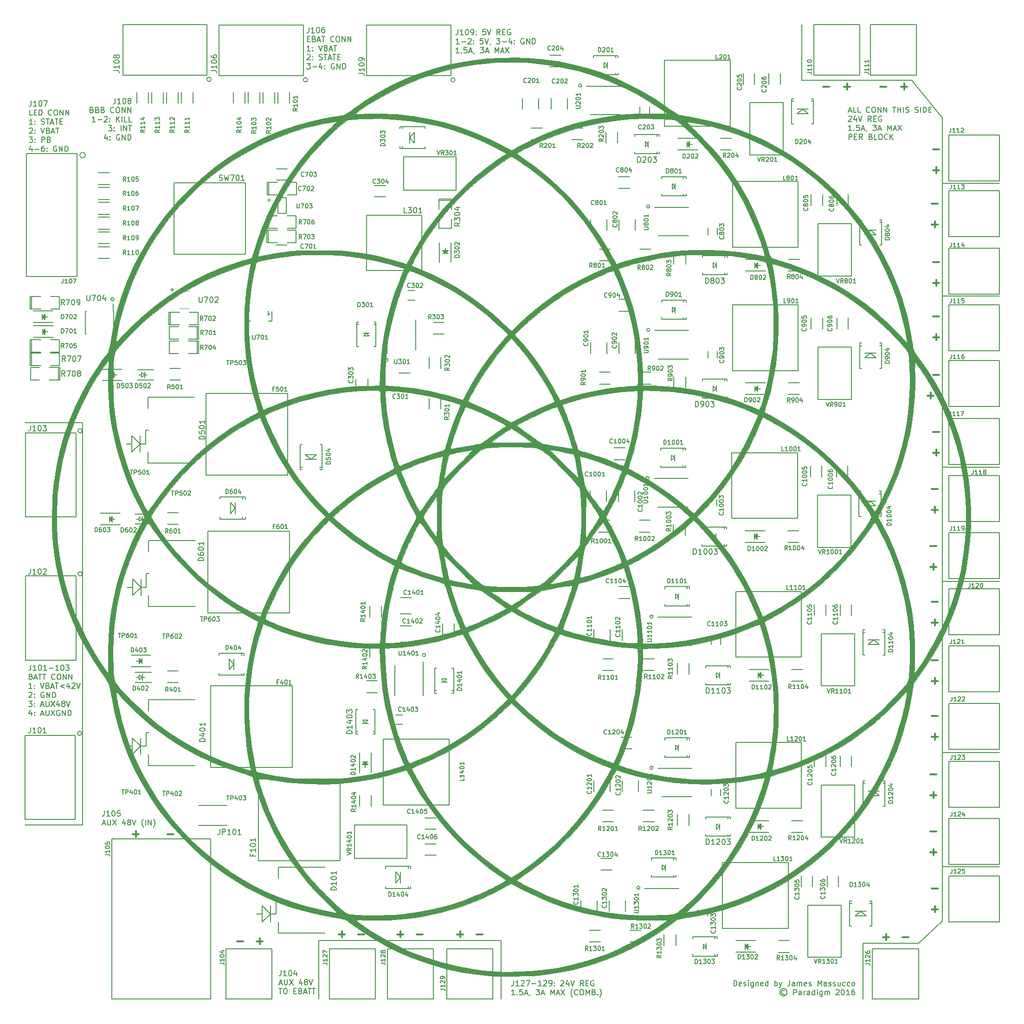
<source format=gbr>
G04 #@! TF.FileFunction,Legend,Top*
%FSLAX46Y46*%
G04 Gerber Fmt 4.6, Leading zero omitted, Abs format (unit mm)*
G04 Created by KiCad (PCBNEW 4.0.4-stable) date Friday, December 09, 2016 'PMt' 01:21:17 PM*
%MOMM*%
%LPD*%
G01*
G04 APERTURE LIST*
%ADD10C,0.100000*%
%ADD11C,0.150000*%
%ADD12C,0.300000*%
%ADD13C,0.200000*%
%ADD14C,0.120000*%
%ADD15C,0.010000*%
G04 APERTURE END LIST*
D10*
D11*
X129352283Y-175395381D02*
X129352283Y-174395381D01*
X129590378Y-174395381D01*
X129733236Y-174443000D01*
X129828474Y-174538238D01*
X129876093Y-174633476D01*
X129923712Y-174823952D01*
X129923712Y-174966810D01*
X129876093Y-175157286D01*
X129828474Y-175252524D01*
X129733236Y-175347762D01*
X129590378Y-175395381D01*
X129352283Y-175395381D01*
X130733236Y-175347762D02*
X130637998Y-175395381D01*
X130447521Y-175395381D01*
X130352283Y-175347762D01*
X130304664Y-175252524D01*
X130304664Y-174871571D01*
X130352283Y-174776333D01*
X130447521Y-174728714D01*
X130637998Y-174728714D01*
X130733236Y-174776333D01*
X130780855Y-174871571D01*
X130780855Y-174966810D01*
X130304664Y-175062048D01*
X131161807Y-175347762D02*
X131257045Y-175395381D01*
X131447521Y-175395381D01*
X131542760Y-175347762D01*
X131590379Y-175252524D01*
X131590379Y-175204905D01*
X131542760Y-175109667D01*
X131447521Y-175062048D01*
X131304664Y-175062048D01*
X131209426Y-175014429D01*
X131161807Y-174919190D01*
X131161807Y-174871571D01*
X131209426Y-174776333D01*
X131304664Y-174728714D01*
X131447521Y-174728714D01*
X131542760Y-174776333D01*
X132018950Y-175395381D02*
X132018950Y-174728714D01*
X132018950Y-174395381D02*
X131971331Y-174443000D01*
X132018950Y-174490619D01*
X132066569Y-174443000D01*
X132018950Y-174395381D01*
X132018950Y-174490619D01*
X132923712Y-174728714D02*
X132923712Y-175538238D01*
X132876093Y-175633476D01*
X132828474Y-175681095D01*
X132733235Y-175728714D01*
X132590378Y-175728714D01*
X132495140Y-175681095D01*
X132923712Y-175347762D02*
X132828474Y-175395381D01*
X132637997Y-175395381D01*
X132542759Y-175347762D01*
X132495140Y-175300143D01*
X132447521Y-175204905D01*
X132447521Y-174919190D01*
X132495140Y-174823952D01*
X132542759Y-174776333D01*
X132637997Y-174728714D01*
X132828474Y-174728714D01*
X132923712Y-174776333D01*
X133399902Y-174728714D02*
X133399902Y-175395381D01*
X133399902Y-174823952D02*
X133447521Y-174776333D01*
X133542759Y-174728714D01*
X133685617Y-174728714D01*
X133780855Y-174776333D01*
X133828474Y-174871571D01*
X133828474Y-175395381D01*
X134685617Y-175347762D02*
X134590379Y-175395381D01*
X134399902Y-175395381D01*
X134304664Y-175347762D01*
X134257045Y-175252524D01*
X134257045Y-174871571D01*
X134304664Y-174776333D01*
X134399902Y-174728714D01*
X134590379Y-174728714D01*
X134685617Y-174776333D01*
X134733236Y-174871571D01*
X134733236Y-174966810D01*
X134257045Y-175062048D01*
X135590379Y-175395381D02*
X135590379Y-174395381D01*
X135590379Y-175347762D02*
X135495141Y-175395381D01*
X135304664Y-175395381D01*
X135209426Y-175347762D01*
X135161807Y-175300143D01*
X135114188Y-175204905D01*
X135114188Y-174919190D01*
X135161807Y-174823952D01*
X135209426Y-174776333D01*
X135304664Y-174728714D01*
X135495141Y-174728714D01*
X135590379Y-174776333D01*
X136828474Y-175395381D02*
X136828474Y-174395381D01*
X136828474Y-174776333D02*
X136923712Y-174728714D01*
X137114189Y-174728714D01*
X137209427Y-174776333D01*
X137257046Y-174823952D01*
X137304665Y-174919190D01*
X137304665Y-175204905D01*
X137257046Y-175300143D01*
X137209427Y-175347762D01*
X137114189Y-175395381D01*
X136923712Y-175395381D01*
X136828474Y-175347762D01*
X137637998Y-174728714D02*
X137876093Y-175395381D01*
X138114189Y-174728714D02*
X137876093Y-175395381D01*
X137780855Y-175633476D01*
X137733236Y-175681095D01*
X137637998Y-175728714D01*
X139542761Y-174395381D02*
X139542761Y-175109667D01*
X139495141Y-175252524D01*
X139399903Y-175347762D01*
X139257046Y-175395381D01*
X139161808Y-175395381D01*
X140447523Y-175395381D02*
X140447523Y-174871571D01*
X140399904Y-174776333D01*
X140304666Y-174728714D01*
X140114189Y-174728714D01*
X140018951Y-174776333D01*
X140447523Y-175347762D02*
X140352285Y-175395381D01*
X140114189Y-175395381D01*
X140018951Y-175347762D01*
X139971332Y-175252524D01*
X139971332Y-175157286D01*
X140018951Y-175062048D01*
X140114189Y-175014429D01*
X140352285Y-175014429D01*
X140447523Y-174966810D01*
X140923713Y-175395381D02*
X140923713Y-174728714D01*
X140923713Y-174823952D02*
X140971332Y-174776333D01*
X141066570Y-174728714D01*
X141209428Y-174728714D01*
X141304666Y-174776333D01*
X141352285Y-174871571D01*
X141352285Y-175395381D01*
X141352285Y-174871571D02*
X141399904Y-174776333D01*
X141495142Y-174728714D01*
X141637999Y-174728714D01*
X141733237Y-174776333D01*
X141780856Y-174871571D01*
X141780856Y-175395381D01*
X142637999Y-175347762D02*
X142542761Y-175395381D01*
X142352284Y-175395381D01*
X142257046Y-175347762D01*
X142209427Y-175252524D01*
X142209427Y-174871571D01*
X142257046Y-174776333D01*
X142352284Y-174728714D01*
X142542761Y-174728714D01*
X142637999Y-174776333D01*
X142685618Y-174871571D01*
X142685618Y-174966810D01*
X142209427Y-175062048D01*
X143066570Y-175347762D02*
X143161808Y-175395381D01*
X143352284Y-175395381D01*
X143447523Y-175347762D01*
X143495142Y-175252524D01*
X143495142Y-175204905D01*
X143447523Y-175109667D01*
X143352284Y-175062048D01*
X143209427Y-175062048D01*
X143114189Y-175014429D01*
X143066570Y-174919190D01*
X143066570Y-174871571D01*
X143114189Y-174776333D01*
X143209427Y-174728714D01*
X143352284Y-174728714D01*
X143447523Y-174776333D01*
X144685618Y-175395381D02*
X144685618Y-174395381D01*
X145018952Y-175109667D01*
X145352285Y-174395381D01*
X145352285Y-175395381D01*
X146257047Y-175395381D02*
X146257047Y-174871571D01*
X146209428Y-174776333D01*
X146114190Y-174728714D01*
X145923713Y-174728714D01*
X145828475Y-174776333D01*
X146257047Y-175347762D02*
X146161809Y-175395381D01*
X145923713Y-175395381D01*
X145828475Y-175347762D01*
X145780856Y-175252524D01*
X145780856Y-175157286D01*
X145828475Y-175062048D01*
X145923713Y-175014429D01*
X146161809Y-175014429D01*
X146257047Y-174966810D01*
X146685618Y-175347762D02*
X146780856Y-175395381D01*
X146971332Y-175395381D01*
X147066571Y-175347762D01*
X147114190Y-175252524D01*
X147114190Y-175204905D01*
X147066571Y-175109667D01*
X146971332Y-175062048D01*
X146828475Y-175062048D01*
X146733237Y-175014429D01*
X146685618Y-174919190D01*
X146685618Y-174871571D01*
X146733237Y-174776333D01*
X146828475Y-174728714D01*
X146971332Y-174728714D01*
X147066571Y-174776333D01*
X147495142Y-175347762D02*
X147590380Y-175395381D01*
X147780856Y-175395381D01*
X147876095Y-175347762D01*
X147923714Y-175252524D01*
X147923714Y-175204905D01*
X147876095Y-175109667D01*
X147780856Y-175062048D01*
X147637999Y-175062048D01*
X147542761Y-175014429D01*
X147495142Y-174919190D01*
X147495142Y-174871571D01*
X147542761Y-174776333D01*
X147637999Y-174728714D01*
X147780856Y-174728714D01*
X147876095Y-174776333D01*
X148780857Y-174728714D02*
X148780857Y-175395381D01*
X148352285Y-174728714D02*
X148352285Y-175252524D01*
X148399904Y-175347762D01*
X148495142Y-175395381D01*
X148638000Y-175395381D01*
X148733238Y-175347762D01*
X148780857Y-175300143D01*
X149685619Y-175347762D02*
X149590381Y-175395381D01*
X149399904Y-175395381D01*
X149304666Y-175347762D01*
X149257047Y-175300143D01*
X149209428Y-175204905D01*
X149209428Y-174919190D01*
X149257047Y-174823952D01*
X149304666Y-174776333D01*
X149399904Y-174728714D01*
X149590381Y-174728714D01*
X149685619Y-174776333D01*
X150542762Y-175347762D02*
X150447524Y-175395381D01*
X150257047Y-175395381D01*
X150161809Y-175347762D01*
X150114190Y-175300143D01*
X150066571Y-175204905D01*
X150066571Y-174919190D01*
X150114190Y-174823952D01*
X150161809Y-174776333D01*
X150257047Y-174728714D01*
X150447524Y-174728714D01*
X150542762Y-174776333D01*
X151114190Y-175395381D02*
X151018952Y-175347762D01*
X150971333Y-175300143D01*
X150923714Y-175204905D01*
X150923714Y-174919190D01*
X150971333Y-174823952D01*
X151018952Y-174776333D01*
X151114190Y-174728714D01*
X151257048Y-174728714D01*
X151352286Y-174776333D01*
X151399905Y-174823952D01*
X151447524Y-174919190D01*
X151447524Y-175204905D01*
X151399905Y-175300143D01*
X151352286Y-175347762D01*
X151257048Y-175395381D01*
X151114190Y-175395381D01*
X138590380Y-176283476D02*
X138495142Y-176235857D01*
X138304666Y-176235857D01*
X138209428Y-176283476D01*
X138114190Y-176378714D01*
X138066571Y-176473952D01*
X138066571Y-176664429D01*
X138114190Y-176759667D01*
X138209428Y-176854905D01*
X138304666Y-176902524D01*
X138495142Y-176902524D01*
X138590380Y-176854905D01*
X138399904Y-175902524D02*
X138161809Y-175950143D01*
X137923713Y-176093000D01*
X137780856Y-176331095D01*
X137733237Y-176569190D01*
X137780856Y-176807286D01*
X137923713Y-177045381D01*
X138161809Y-177188238D01*
X138399904Y-177235857D01*
X138637999Y-177188238D01*
X138876094Y-177045381D01*
X139018951Y-176807286D01*
X139066571Y-176569190D01*
X139018951Y-176331095D01*
X138876094Y-176093000D01*
X138637999Y-175950143D01*
X138399904Y-175902524D01*
X140257047Y-177045381D02*
X140257047Y-176045381D01*
X140638000Y-176045381D01*
X140733238Y-176093000D01*
X140780857Y-176140619D01*
X140828476Y-176235857D01*
X140828476Y-176378714D01*
X140780857Y-176473952D01*
X140733238Y-176521571D01*
X140638000Y-176569190D01*
X140257047Y-176569190D01*
X141685619Y-177045381D02*
X141685619Y-176521571D01*
X141638000Y-176426333D01*
X141542762Y-176378714D01*
X141352285Y-176378714D01*
X141257047Y-176426333D01*
X141685619Y-176997762D02*
X141590381Y-177045381D01*
X141352285Y-177045381D01*
X141257047Y-176997762D01*
X141209428Y-176902524D01*
X141209428Y-176807286D01*
X141257047Y-176712048D01*
X141352285Y-176664429D01*
X141590381Y-176664429D01*
X141685619Y-176616810D01*
X142161809Y-177045381D02*
X142161809Y-176378714D01*
X142161809Y-176569190D02*
X142209428Y-176473952D01*
X142257047Y-176426333D01*
X142352285Y-176378714D01*
X142447524Y-176378714D01*
X143209429Y-177045381D02*
X143209429Y-176521571D01*
X143161810Y-176426333D01*
X143066572Y-176378714D01*
X142876095Y-176378714D01*
X142780857Y-176426333D01*
X143209429Y-176997762D02*
X143114191Y-177045381D01*
X142876095Y-177045381D01*
X142780857Y-176997762D01*
X142733238Y-176902524D01*
X142733238Y-176807286D01*
X142780857Y-176712048D01*
X142876095Y-176664429D01*
X143114191Y-176664429D01*
X143209429Y-176616810D01*
X144114191Y-177045381D02*
X144114191Y-176045381D01*
X144114191Y-176997762D02*
X144018953Y-177045381D01*
X143828476Y-177045381D01*
X143733238Y-176997762D01*
X143685619Y-176950143D01*
X143638000Y-176854905D01*
X143638000Y-176569190D01*
X143685619Y-176473952D01*
X143733238Y-176426333D01*
X143828476Y-176378714D01*
X144018953Y-176378714D01*
X144114191Y-176426333D01*
X144590381Y-177045381D02*
X144590381Y-176378714D01*
X144590381Y-176045381D02*
X144542762Y-176093000D01*
X144590381Y-176140619D01*
X144638000Y-176093000D01*
X144590381Y-176045381D01*
X144590381Y-176140619D01*
X145495143Y-176378714D02*
X145495143Y-177188238D01*
X145447524Y-177283476D01*
X145399905Y-177331095D01*
X145304666Y-177378714D01*
X145161809Y-177378714D01*
X145066571Y-177331095D01*
X145495143Y-176997762D02*
X145399905Y-177045381D01*
X145209428Y-177045381D01*
X145114190Y-176997762D01*
X145066571Y-176950143D01*
X145018952Y-176854905D01*
X145018952Y-176569190D01*
X145066571Y-176473952D01*
X145114190Y-176426333D01*
X145209428Y-176378714D01*
X145399905Y-176378714D01*
X145495143Y-176426333D01*
X145971333Y-177045381D02*
X145971333Y-176378714D01*
X145971333Y-176473952D02*
X146018952Y-176426333D01*
X146114190Y-176378714D01*
X146257048Y-176378714D01*
X146352286Y-176426333D01*
X146399905Y-176521571D01*
X146399905Y-177045381D01*
X146399905Y-176521571D02*
X146447524Y-176426333D01*
X146542762Y-176378714D01*
X146685619Y-176378714D01*
X146780857Y-176426333D01*
X146828476Y-176521571D01*
X146828476Y-177045381D01*
X148018952Y-176140619D02*
X148066571Y-176093000D01*
X148161809Y-176045381D01*
X148399905Y-176045381D01*
X148495143Y-176093000D01*
X148542762Y-176140619D01*
X148590381Y-176235857D01*
X148590381Y-176331095D01*
X148542762Y-176473952D01*
X147971333Y-177045381D01*
X148590381Y-177045381D01*
X149209428Y-176045381D02*
X149304667Y-176045381D01*
X149399905Y-176093000D01*
X149447524Y-176140619D01*
X149495143Y-176235857D01*
X149542762Y-176426333D01*
X149542762Y-176664429D01*
X149495143Y-176854905D01*
X149447524Y-176950143D01*
X149399905Y-176997762D01*
X149304667Y-177045381D01*
X149209428Y-177045381D01*
X149114190Y-176997762D01*
X149066571Y-176950143D01*
X149018952Y-176854905D01*
X148971333Y-176664429D01*
X148971333Y-176426333D01*
X149018952Y-176235857D01*
X149066571Y-176140619D01*
X149114190Y-176093000D01*
X149209428Y-176045381D01*
X150495143Y-177045381D02*
X149923714Y-177045381D01*
X150209428Y-177045381D02*
X150209428Y-176045381D01*
X150114190Y-176188238D01*
X150018952Y-176283476D01*
X149923714Y-176331095D01*
X151352286Y-176045381D02*
X151161809Y-176045381D01*
X151066571Y-176093000D01*
X151018952Y-176140619D01*
X150923714Y-176283476D01*
X150876095Y-176473952D01*
X150876095Y-176854905D01*
X150923714Y-176950143D01*
X150971333Y-176997762D01*
X151066571Y-177045381D01*
X151257048Y-177045381D01*
X151352286Y-176997762D01*
X151399905Y-176950143D01*
X151447524Y-176854905D01*
X151447524Y-176616810D01*
X151399905Y-176521571D01*
X151352286Y-176473952D01*
X151257048Y-176426333D01*
X151066571Y-176426333D01*
X150971333Y-176473952D01*
X150923714Y-176521571D01*
X150876095Y-176616810D01*
D12*
X26011143Y-147681143D02*
X27154000Y-147681143D01*
X19661143Y-147681143D02*
X20804000Y-147681143D01*
X20232571Y-148252571D02*
X20232571Y-147109714D01*
D11*
X46751810Y-172554381D02*
X46751810Y-173268667D01*
X46704190Y-173411524D01*
X46608952Y-173506762D01*
X46466095Y-173554381D01*
X46370857Y-173554381D01*
X47751810Y-173554381D02*
X47180381Y-173554381D01*
X47466095Y-173554381D02*
X47466095Y-172554381D01*
X47370857Y-172697238D01*
X47275619Y-172792476D01*
X47180381Y-172840095D01*
X48370857Y-172554381D02*
X48466096Y-172554381D01*
X48561334Y-172602000D01*
X48608953Y-172649619D01*
X48656572Y-172744857D01*
X48704191Y-172935333D01*
X48704191Y-173173429D01*
X48656572Y-173363905D01*
X48608953Y-173459143D01*
X48561334Y-173506762D01*
X48466096Y-173554381D01*
X48370857Y-173554381D01*
X48275619Y-173506762D01*
X48228000Y-173459143D01*
X48180381Y-173363905D01*
X48132762Y-173173429D01*
X48132762Y-172935333D01*
X48180381Y-172744857D01*
X48228000Y-172649619D01*
X48275619Y-172602000D01*
X48370857Y-172554381D01*
X49561334Y-172887714D02*
X49561334Y-173554381D01*
X49323238Y-172506762D02*
X49085143Y-173221048D01*
X49704191Y-173221048D01*
X46418476Y-174918667D02*
X46894667Y-174918667D01*
X46323238Y-175204381D02*
X46656571Y-174204381D01*
X46989905Y-175204381D01*
X47323238Y-174204381D02*
X47323238Y-175013905D01*
X47370857Y-175109143D01*
X47418476Y-175156762D01*
X47513714Y-175204381D01*
X47704191Y-175204381D01*
X47799429Y-175156762D01*
X47847048Y-175109143D01*
X47894667Y-175013905D01*
X47894667Y-174204381D01*
X48275619Y-174204381D02*
X48942286Y-175204381D01*
X48942286Y-174204381D02*
X48275619Y-175204381D01*
X50513715Y-174537714D02*
X50513715Y-175204381D01*
X50275619Y-174156762D02*
X50037524Y-174871048D01*
X50656572Y-174871048D01*
X51180381Y-174632952D02*
X51085143Y-174585333D01*
X51037524Y-174537714D01*
X50989905Y-174442476D01*
X50989905Y-174394857D01*
X51037524Y-174299619D01*
X51085143Y-174252000D01*
X51180381Y-174204381D01*
X51370858Y-174204381D01*
X51466096Y-174252000D01*
X51513715Y-174299619D01*
X51561334Y-174394857D01*
X51561334Y-174442476D01*
X51513715Y-174537714D01*
X51466096Y-174585333D01*
X51370858Y-174632952D01*
X51180381Y-174632952D01*
X51085143Y-174680571D01*
X51037524Y-174728190D01*
X50989905Y-174823429D01*
X50989905Y-175013905D01*
X51037524Y-175109143D01*
X51085143Y-175156762D01*
X51180381Y-175204381D01*
X51370858Y-175204381D01*
X51466096Y-175156762D01*
X51513715Y-175109143D01*
X51561334Y-175013905D01*
X51561334Y-174823429D01*
X51513715Y-174728190D01*
X51466096Y-174680571D01*
X51370858Y-174632952D01*
X51847048Y-174204381D02*
X52180381Y-175204381D01*
X52513715Y-174204381D01*
X46323238Y-175854381D02*
X46894667Y-175854381D01*
X46608952Y-176854381D02*
X46608952Y-175854381D01*
X47418476Y-175854381D02*
X47608953Y-175854381D01*
X47704191Y-175902000D01*
X47799429Y-175997238D01*
X47847048Y-176187714D01*
X47847048Y-176521048D01*
X47799429Y-176711524D01*
X47704191Y-176806762D01*
X47608953Y-176854381D01*
X47418476Y-176854381D01*
X47323238Y-176806762D01*
X47228000Y-176711524D01*
X47180381Y-176521048D01*
X47180381Y-176187714D01*
X47228000Y-175997238D01*
X47323238Y-175902000D01*
X47418476Y-175854381D01*
X49037524Y-176330571D02*
X49370858Y-176330571D01*
X49513715Y-176854381D02*
X49037524Y-176854381D01*
X49037524Y-175854381D01*
X49513715Y-175854381D01*
X50275620Y-176330571D02*
X50418477Y-176378190D01*
X50466096Y-176425810D01*
X50513715Y-176521048D01*
X50513715Y-176663905D01*
X50466096Y-176759143D01*
X50418477Y-176806762D01*
X50323239Y-176854381D01*
X49942286Y-176854381D01*
X49942286Y-175854381D01*
X50275620Y-175854381D01*
X50370858Y-175902000D01*
X50418477Y-175949619D01*
X50466096Y-176044857D01*
X50466096Y-176140095D01*
X50418477Y-176235333D01*
X50370858Y-176282952D01*
X50275620Y-176330571D01*
X49942286Y-176330571D01*
X50894667Y-176568667D02*
X51370858Y-176568667D01*
X50799429Y-176854381D02*
X51132762Y-175854381D01*
X51466096Y-176854381D01*
X51656572Y-175854381D02*
X52228001Y-175854381D01*
X51942286Y-176854381D02*
X51942286Y-175854381D01*
X52418477Y-175854381D02*
X52989906Y-175854381D01*
X52704191Y-176854381D02*
X52704191Y-175854381D01*
X14493810Y-143407381D02*
X14493810Y-144121667D01*
X14446190Y-144264524D01*
X14350952Y-144359762D01*
X14208095Y-144407381D01*
X14112857Y-144407381D01*
X15493810Y-144407381D02*
X14922381Y-144407381D01*
X15208095Y-144407381D02*
X15208095Y-143407381D01*
X15112857Y-143550238D01*
X15017619Y-143645476D01*
X14922381Y-143693095D01*
X16112857Y-143407381D02*
X16208096Y-143407381D01*
X16303334Y-143455000D01*
X16350953Y-143502619D01*
X16398572Y-143597857D01*
X16446191Y-143788333D01*
X16446191Y-144026429D01*
X16398572Y-144216905D01*
X16350953Y-144312143D01*
X16303334Y-144359762D01*
X16208096Y-144407381D01*
X16112857Y-144407381D01*
X16017619Y-144359762D01*
X15970000Y-144312143D01*
X15922381Y-144216905D01*
X15874762Y-144026429D01*
X15874762Y-143788333D01*
X15922381Y-143597857D01*
X15970000Y-143502619D01*
X16017619Y-143455000D01*
X16112857Y-143407381D01*
X17350953Y-143407381D02*
X16874762Y-143407381D01*
X16827143Y-143883571D01*
X16874762Y-143835952D01*
X16970000Y-143788333D01*
X17208096Y-143788333D01*
X17303334Y-143835952D01*
X17350953Y-143883571D01*
X17398572Y-143978810D01*
X17398572Y-144216905D01*
X17350953Y-144312143D01*
X17303334Y-144359762D01*
X17208096Y-144407381D01*
X16970000Y-144407381D01*
X16874762Y-144359762D01*
X16827143Y-144312143D01*
X14160476Y-145771667D02*
X14636667Y-145771667D01*
X14065238Y-146057381D02*
X14398571Y-145057381D01*
X14731905Y-146057381D01*
X15065238Y-145057381D02*
X15065238Y-145866905D01*
X15112857Y-145962143D01*
X15160476Y-146009762D01*
X15255714Y-146057381D01*
X15446191Y-146057381D01*
X15541429Y-146009762D01*
X15589048Y-145962143D01*
X15636667Y-145866905D01*
X15636667Y-145057381D01*
X16017619Y-145057381D02*
X16684286Y-146057381D01*
X16684286Y-145057381D02*
X16017619Y-146057381D01*
X18255715Y-145390714D02*
X18255715Y-146057381D01*
X18017619Y-145009762D02*
X17779524Y-145724048D01*
X18398572Y-145724048D01*
X18922381Y-145485952D02*
X18827143Y-145438333D01*
X18779524Y-145390714D01*
X18731905Y-145295476D01*
X18731905Y-145247857D01*
X18779524Y-145152619D01*
X18827143Y-145105000D01*
X18922381Y-145057381D01*
X19112858Y-145057381D01*
X19208096Y-145105000D01*
X19255715Y-145152619D01*
X19303334Y-145247857D01*
X19303334Y-145295476D01*
X19255715Y-145390714D01*
X19208096Y-145438333D01*
X19112858Y-145485952D01*
X18922381Y-145485952D01*
X18827143Y-145533571D01*
X18779524Y-145581190D01*
X18731905Y-145676429D01*
X18731905Y-145866905D01*
X18779524Y-145962143D01*
X18827143Y-146009762D01*
X18922381Y-146057381D01*
X19112858Y-146057381D01*
X19208096Y-146009762D01*
X19255715Y-145962143D01*
X19303334Y-145866905D01*
X19303334Y-145676429D01*
X19255715Y-145581190D01*
X19208096Y-145533571D01*
X19112858Y-145485952D01*
X19589048Y-145057381D02*
X19922381Y-146057381D01*
X20255715Y-145057381D01*
X21636668Y-146438333D02*
X21589048Y-146390714D01*
X21493810Y-146247857D01*
X21446191Y-146152619D01*
X21398572Y-146009762D01*
X21350953Y-145771667D01*
X21350953Y-145581190D01*
X21398572Y-145343095D01*
X21446191Y-145200238D01*
X21493810Y-145105000D01*
X21589048Y-144962143D01*
X21636668Y-144914524D01*
X22017620Y-146057381D02*
X22017620Y-145057381D01*
X22493810Y-146057381D02*
X22493810Y-145057381D01*
X23065239Y-146057381D01*
X23065239Y-145057381D01*
X23446191Y-146438333D02*
X23493810Y-146390714D01*
X23589048Y-146247857D01*
X23636667Y-146152619D01*
X23684286Y-146009762D01*
X23731905Y-145771667D01*
X23731905Y-145581190D01*
X23684286Y-145343095D01*
X23636667Y-145200238D01*
X23589048Y-145105000D01*
X23493810Y-144962143D01*
X23446191Y-144914524D01*
D12*
X38711143Y-167239143D02*
X39854000Y-167239143D01*
X42267143Y-167239143D02*
X43410000Y-167239143D01*
X42838571Y-167810571D02*
X42838571Y-166667714D01*
X60809143Y-165969143D02*
X61952000Y-165969143D01*
X57253143Y-165969143D02*
X58396000Y-165969143D01*
X57824571Y-166540571D02*
X57824571Y-165397714D01*
X71477143Y-165969143D02*
X72620000Y-165969143D01*
X67921143Y-165969143D02*
X69064000Y-165969143D01*
X68492571Y-166540571D02*
X68492571Y-165397714D01*
D13*
X53594000Y-167132000D02*
X53594000Y-177800000D01*
X86868000Y-167132000D02*
X53594000Y-167132000D01*
X86868000Y-177800000D02*
X86868000Y-167132000D01*
D12*
X82399143Y-165969143D02*
X83542000Y-165969143D01*
X78843143Y-165969143D02*
X79986000Y-165969143D01*
X79414571Y-166540571D02*
X79414571Y-165397714D01*
D11*
X89169810Y-174395381D02*
X89169810Y-175109667D01*
X89122190Y-175252524D01*
X89026952Y-175347762D01*
X88884095Y-175395381D01*
X88788857Y-175395381D01*
X90169810Y-175395381D02*
X89598381Y-175395381D01*
X89884095Y-175395381D02*
X89884095Y-174395381D01*
X89788857Y-174538238D01*
X89693619Y-174633476D01*
X89598381Y-174681095D01*
X90550762Y-174490619D02*
X90598381Y-174443000D01*
X90693619Y-174395381D01*
X90931715Y-174395381D01*
X91026953Y-174443000D01*
X91074572Y-174490619D01*
X91122191Y-174585857D01*
X91122191Y-174681095D01*
X91074572Y-174823952D01*
X90503143Y-175395381D01*
X91122191Y-175395381D01*
X91455524Y-174395381D02*
X92122191Y-174395381D01*
X91693619Y-175395381D01*
X92503143Y-175014429D02*
X93265048Y-175014429D01*
X94265048Y-175395381D02*
X93693619Y-175395381D01*
X93979333Y-175395381D02*
X93979333Y-174395381D01*
X93884095Y-174538238D01*
X93788857Y-174633476D01*
X93693619Y-174681095D01*
X94646000Y-174490619D02*
X94693619Y-174443000D01*
X94788857Y-174395381D01*
X95026953Y-174395381D01*
X95122191Y-174443000D01*
X95169810Y-174490619D01*
X95217429Y-174585857D01*
X95217429Y-174681095D01*
X95169810Y-174823952D01*
X94598381Y-175395381D01*
X95217429Y-175395381D01*
X95693619Y-175395381D02*
X95884095Y-175395381D01*
X95979334Y-175347762D01*
X96026953Y-175300143D01*
X96122191Y-175157286D01*
X96169810Y-174966810D01*
X96169810Y-174585857D01*
X96122191Y-174490619D01*
X96074572Y-174443000D01*
X95979334Y-174395381D01*
X95788857Y-174395381D01*
X95693619Y-174443000D01*
X95646000Y-174490619D01*
X95598381Y-174585857D01*
X95598381Y-174823952D01*
X95646000Y-174919190D01*
X95693619Y-174966810D01*
X95788857Y-175014429D01*
X95979334Y-175014429D01*
X96074572Y-174966810D01*
X96122191Y-174919190D01*
X96169810Y-174823952D01*
X96598381Y-175300143D02*
X96646000Y-175347762D01*
X96598381Y-175395381D01*
X96550762Y-175347762D01*
X96598381Y-175300143D01*
X96598381Y-175395381D01*
X96598381Y-174776333D02*
X96646000Y-174823952D01*
X96598381Y-174871571D01*
X96550762Y-174823952D01*
X96598381Y-174776333D01*
X96598381Y-174871571D01*
X97788857Y-174490619D02*
X97836476Y-174443000D01*
X97931714Y-174395381D01*
X98169810Y-174395381D01*
X98265048Y-174443000D01*
X98312667Y-174490619D01*
X98360286Y-174585857D01*
X98360286Y-174681095D01*
X98312667Y-174823952D01*
X97741238Y-175395381D01*
X98360286Y-175395381D01*
X99217429Y-174728714D02*
X99217429Y-175395381D01*
X98979333Y-174347762D02*
X98741238Y-175062048D01*
X99360286Y-175062048D01*
X99598381Y-174395381D02*
X99931714Y-175395381D01*
X100265048Y-174395381D01*
X101931715Y-175395381D02*
X101598381Y-174919190D01*
X101360286Y-175395381D02*
X101360286Y-174395381D01*
X101741239Y-174395381D01*
X101836477Y-174443000D01*
X101884096Y-174490619D01*
X101931715Y-174585857D01*
X101931715Y-174728714D01*
X101884096Y-174823952D01*
X101836477Y-174871571D01*
X101741239Y-174919190D01*
X101360286Y-174919190D01*
X102360286Y-174871571D02*
X102693620Y-174871571D01*
X102836477Y-175395381D02*
X102360286Y-175395381D01*
X102360286Y-174395381D01*
X102836477Y-174395381D01*
X103788858Y-174443000D02*
X103693620Y-174395381D01*
X103550763Y-174395381D01*
X103407905Y-174443000D01*
X103312667Y-174538238D01*
X103265048Y-174633476D01*
X103217429Y-174823952D01*
X103217429Y-174966810D01*
X103265048Y-175157286D01*
X103312667Y-175252524D01*
X103407905Y-175347762D01*
X103550763Y-175395381D01*
X103646001Y-175395381D01*
X103788858Y-175347762D01*
X103836477Y-175300143D01*
X103836477Y-174966810D01*
X103646001Y-174966810D01*
X89407905Y-177045381D02*
X88836476Y-177045381D01*
X89122190Y-177045381D02*
X89122190Y-176045381D01*
X89026952Y-176188238D01*
X88931714Y-176283476D01*
X88836476Y-176331095D01*
X89836476Y-176950143D02*
X89884095Y-176997762D01*
X89836476Y-177045381D01*
X89788857Y-176997762D01*
X89836476Y-176950143D01*
X89836476Y-177045381D01*
X90788857Y-176045381D02*
X90312666Y-176045381D01*
X90265047Y-176521571D01*
X90312666Y-176473952D01*
X90407904Y-176426333D01*
X90646000Y-176426333D01*
X90741238Y-176473952D01*
X90788857Y-176521571D01*
X90836476Y-176616810D01*
X90836476Y-176854905D01*
X90788857Y-176950143D01*
X90741238Y-176997762D01*
X90646000Y-177045381D01*
X90407904Y-177045381D01*
X90312666Y-176997762D01*
X90265047Y-176950143D01*
X91217428Y-176759667D02*
X91693619Y-176759667D01*
X91122190Y-177045381D02*
X91455523Y-176045381D01*
X91788857Y-177045381D01*
X92169809Y-176997762D02*
X92169809Y-177045381D01*
X92122190Y-177140619D01*
X92074571Y-177188238D01*
X93265047Y-176045381D02*
X93884095Y-176045381D01*
X93550761Y-176426333D01*
X93693619Y-176426333D01*
X93788857Y-176473952D01*
X93836476Y-176521571D01*
X93884095Y-176616810D01*
X93884095Y-176854905D01*
X93836476Y-176950143D01*
X93788857Y-176997762D01*
X93693619Y-177045381D01*
X93407904Y-177045381D01*
X93312666Y-176997762D01*
X93265047Y-176950143D01*
X94265047Y-176759667D02*
X94741238Y-176759667D01*
X94169809Y-177045381D02*
X94503142Y-176045381D01*
X94836476Y-177045381D01*
X95931714Y-177045381D02*
X95931714Y-176045381D01*
X96265048Y-176759667D01*
X96598381Y-176045381D01*
X96598381Y-177045381D01*
X97026952Y-176759667D02*
X97503143Y-176759667D01*
X96931714Y-177045381D02*
X97265047Y-176045381D01*
X97598381Y-177045381D01*
X97836476Y-176045381D02*
X98503143Y-177045381D01*
X98503143Y-176045381D02*
X97836476Y-177045381D01*
X99931715Y-177426333D02*
X99884095Y-177378714D01*
X99788857Y-177235857D01*
X99741238Y-177140619D01*
X99693619Y-176997762D01*
X99646000Y-176759667D01*
X99646000Y-176569190D01*
X99693619Y-176331095D01*
X99741238Y-176188238D01*
X99788857Y-176093000D01*
X99884095Y-175950143D01*
X99931715Y-175902524D01*
X100884096Y-176950143D02*
X100836477Y-176997762D01*
X100693620Y-177045381D01*
X100598382Y-177045381D01*
X100455524Y-176997762D01*
X100360286Y-176902524D01*
X100312667Y-176807286D01*
X100265048Y-176616810D01*
X100265048Y-176473952D01*
X100312667Y-176283476D01*
X100360286Y-176188238D01*
X100455524Y-176093000D01*
X100598382Y-176045381D01*
X100693620Y-176045381D01*
X100836477Y-176093000D01*
X100884096Y-176140619D01*
X101503143Y-176045381D02*
X101693620Y-176045381D01*
X101788858Y-176093000D01*
X101884096Y-176188238D01*
X101931715Y-176378714D01*
X101931715Y-176712048D01*
X101884096Y-176902524D01*
X101788858Y-176997762D01*
X101693620Y-177045381D01*
X101503143Y-177045381D01*
X101407905Y-176997762D01*
X101312667Y-176902524D01*
X101265048Y-176712048D01*
X101265048Y-176378714D01*
X101312667Y-176188238D01*
X101407905Y-176093000D01*
X101503143Y-176045381D01*
X102360286Y-177045381D02*
X102360286Y-176045381D01*
X102693620Y-176759667D01*
X103026953Y-176045381D01*
X103026953Y-177045381D01*
X103836477Y-176521571D02*
X103979334Y-176569190D01*
X104026953Y-176616810D01*
X104074572Y-176712048D01*
X104074572Y-176854905D01*
X104026953Y-176950143D01*
X103979334Y-176997762D01*
X103884096Y-177045381D01*
X103503143Y-177045381D01*
X103503143Y-176045381D01*
X103836477Y-176045381D01*
X103931715Y-176093000D01*
X103979334Y-176140619D01*
X104026953Y-176235857D01*
X104026953Y-176331095D01*
X103979334Y-176426333D01*
X103931715Y-176473952D01*
X103836477Y-176521571D01*
X103503143Y-176521571D01*
X104503143Y-176950143D02*
X104550762Y-176997762D01*
X104503143Y-177045381D01*
X104455524Y-176997762D01*
X104503143Y-176950143D01*
X104503143Y-177045381D01*
X104884095Y-177426333D02*
X104931714Y-177378714D01*
X105026952Y-177235857D01*
X105074571Y-177140619D01*
X105122190Y-176997762D01*
X105169809Y-176759667D01*
X105169809Y-176569190D01*
X105122190Y-176331095D01*
X105074571Y-176188238D01*
X105026952Y-176093000D01*
X104931714Y-175950143D01*
X104884095Y-175902524D01*
D12*
X160123143Y-166477143D02*
X161266000Y-166477143D01*
X156567143Y-166477143D02*
X157710000Y-166477143D01*
X157138571Y-167048571D02*
X157138571Y-165905714D01*
X165457143Y-157587143D02*
X166600000Y-157587143D01*
X165457143Y-161397143D02*
X166600000Y-161397143D01*
X166028571Y-161968571D02*
X166028571Y-160825714D01*
X165203143Y-147173143D02*
X166346000Y-147173143D01*
X165203143Y-150983143D02*
X166346000Y-150983143D01*
X165774571Y-151554571D02*
X165774571Y-150411714D01*
X165203143Y-136759143D02*
X166346000Y-136759143D01*
X165203143Y-140569143D02*
X166346000Y-140569143D01*
X165774571Y-141140571D02*
X165774571Y-139997714D01*
X165457143Y-126091143D02*
X166600000Y-126091143D01*
X165457143Y-129901143D02*
X166600000Y-129901143D01*
X166028571Y-130472571D02*
X166028571Y-129329714D01*
X165457143Y-115931143D02*
X166600000Y-115931143D01*
X165457143Y-119741143D02*
X166600000Y-119741143D01*
X166028571Y-120312571D02*
X166028571Y-119169714D01*
X165457143Y-105263143D02*
X166600000Y-105263143D01*
X165457143Y-109073143D02*
X166600000Y-109073143D01*
X166028571Y-109644571D02*
X166028571Y-108501714D01*
X165203143Y-95103143D02*
X166346000Y-95103143D01*
X165203143Y-98913143D02*
X166346000Y-98913143D01*
X165774571Y-99484571D02*
X165774571Y-98341714D01*
X165457143Y-84689143D02*
X166600000Y-84689143D01*
X165457143Y-88499143D02*
X166600000Y-88499143D01*
X166028571Y-89070571D02*
X166028571Y-87927714D01*
X165711143Y-74275143D02*
X166854000Y-74275143D01*
X165711143Y-78085143D02*
X166854000Y-78085143D01*
X166282571Y-78656571D02*
X166282571Y-77513714D01*
X164695143Y-67671143D02*
X165838000Y-67671143D01*
X165266571Y-68242571D02*
X165266571Y-67099714D01*
X165711143Y-63861143D02*
X166854000Y-63861143D01*
X165711143Y-57003143D02*
X166854000Y-57003143D01*
X166282571Y-57574571D02*
X166282571Y-56431714D01*
X165711143Y-53193143D02*
X166854000Y-53193143D01*
X165711143Y-47097143D02*
X166854000Y-47097143D01*
X166282571Y-47668571D02*
X166282571Y-46525714D01*
X165711143Y-43287143D02*
X166854000Y-43287143D01*
X165457143Y-36429143D02*
X166600000Y-36429143D01*
X166028571Y-37000571D02*
X166028571Y-35857714D01*
X165457143Y-32619143D02*
X166600000Y-32619143D01*
X165711143Y-26523143D02*
X166854000Y-26523143D01*
X166282571Y-27094571D02*
X166282571Y-25951714D01*
X165711143Y-22713143D02*
X166854000Y-22713143D01*
X159869143Y-11283143D02*
X161012000Y-11283143D01*
X160440571Y-11854571D02*
X160440571Y-10711714D01*
X156059143Y-11283143D02*
X157202000Y-11283143D01*
X145645143Y-11283143D02*
X146788000Y-11283143D01*
X149455143Y-11283143D02*
X150598000Y-11283143D01*
X150026571Y-11854571D02*
X150026571Y-10711714D01*
D13*
X152908000Y-167640000D02*
X152908000Y-177800000D01*
X163068000Y-167640000D02*
X152908000Y-167640000D01*
X167386000Y-163576000D02*
X163068000Y-167640000D01*
X167386000Y-153670000D02*
X167386000Y-163576000D01*
X167386000Y-153670000D02*
X177800000Y-153670000D01*
X167386000Y-132842000D02*
X167386000Y-153670000D01*
X167386000Y-132842000D02*
X177800000Y-132842000D01*
X167386000Y-101600000D02*
X167386000Y-132842000D01*
X167386000Y-101600000D02*
X177800000Y-101600000D01*
X167386000Y-80772000D02*
X167386000Y-101600000D01*
X167386000Y-80772000D02*
X177800000Y-80772000D01*
X167386000Y-49530000D02*
X167386000Y-80772000D01*
X167386000Y-49530000D02*
X177800000Y-49530000D01*
X167386000Y-28956000D02*
X167386000Y-49530000D01*
X167386000Y-28956000D02*
X177800000Y-28956000D01*
X167386000Y-17018000D02*
X167386000Y-28956000D01*
X161798000Y-10160000D02*
X167386000Y-17018000D01*
X141732000Y-10160000D02*
X161798000Y-10160000D01*
X141732000Y0D02*
X141732000Y-10160000D01*
D11*
X150304476Y-15725667D02*
X150780667Y-15725667D01*
X150209238Y-16011381D02*
X150542571Y-15011381D01*
X150875905Y-16011381D01*
X151685429Y-16011381D02*
X151209238Y-16011381D01*
X151209238Y-15011381D01*
X152494953Y-16011381D02*
X152018762Y-16011381D01*
X152018762Y-15011381D01*
X154161620Y-15916143D02*
X154114001Y-15963762D01*
X153971144Y-16011381D01*
X153875906Y-16011381D01*
X153733048Y-15963762D01*
X153637810Y-15868524D01*
X153590191Y-15773286D01*
X153542572Y-15582810D01*
X153542572Y-15439952D01*
X153590191Y-15249476D01*
X153637810Y-15154238D01*
X153733048Y-15059000D01*
X153875906Y-15011381D01*
X153971144Y-15011381D01*
X154114001Y-15059000D01*
X154161620Y-15106619D01*
X154780667Y-15011381D02*
X154971144Y-15011381D01*
X155066382Y-15059000D01*
X155161620Y-15154238D01*
X155209239Y-15344714D01*
X155209239Y-15678048D01*
X155161620Y-15868524D01*
X155066382Y-15963762D01*
X154971144Y-16011381D01*
X154780667Y-16011381D01*
X154685429Y-15963762D01*
X154590191Y-15868524D01*
X154542572Y-15678048D01*
X154542572Y-15344714D01*
X154590191Y-15154238D01*
X154685429Y-15059000D01*
X154780667Y-15011381D01*
X155637810Y-16011381D02*
X155637810Y-15011381D01*
X156209239Y-16011381D01*
X156209239Y-15011381D01*
X156685429Y-16011381D02*
X156685429Y-15011381D01*
X157256858Y-16011381D01*
X157256858Y-15011381D01*
X158352096Y-15011381D02*
X158923525Y-15011381D01*
X158637810Y-16011381D02*
X158637810Y-15011381D01*
X159256858Y-16011381D02*
X159256858Y-15011381D01*
X159256858Y-15487571D02*
X159828287Y-15487571D01*
X159828287Y-16011381D02*
X159828287Y-15011381D01*
X160304477Y-16011381D02*
X160304477Y-15011381D01*
X160733048Y-15963762D02*
X160875905Y-16011381D01*
X161114001Y-16011381D01*
X161209239Y-15963762D01*
X161256858Y-15916143D01*
X161304477Y-15820905D01*
X161304477Y-15725667D01*
X161256858Y-15630429D01*
X161209239Y-15582810D01*
X161114001Y-15535190D01*
X160923524Y-15487571D01*
X160828286Y-15439952D01*
X160780667Y-15392333D01*
X160733048Y-15297095D01*
X160733048Y-15201857D01*
X160780667Y-15106619D01*
X160828286Y-15059000D01*
X160923524Y-15011381D01*
X161161620Y-15011381D01*
X161304477Y-15059000D01*
X162447334Y-15963762D02*
X162590191Y-16011381D01*
X162828287Y-16011381D01*
X162923525Y-15963762D01*
X162971144Y-15916143D01*
X163018763Y-15820905D01*
X163018763Y-15725667D01*
X162971144Y-15630429D01*
X162923525Y-15582810D01*
X162828287Y-15535190D01*
X162637810Y-15487571D01*
X162542572Y-15439952D01*
X162494953Y-15392333D01*
X162447334Y-15297095D01*
X162447334Y-15201857D01*
X162494953Y-15106619D01*
X162542572Y-15059000D01*
X162637810Y-15011381D01*
X162875906Y-15011381D01*
X163018763Y-15059000D01*
X163447334Y-16011381D02*
X163447334Y-15011381D01*
X163923524Y-16011381D02*
X163923524Y-15011381D01*
X164161619Y-15011381D01*
X164304477Y-15059000D01*
X164399715Y-15154238D01*
X164447334Y-15249476D01*
X164494953Y-15439952D01*
X164494953Y-15582810D01*
X164447334Y-15773286D01*
X164399715Y-15868524D01*
X164304477Y-15963762D01*
X164161619Y-16011381D01*
X163923524Y-16011381D01*
X164923524Y-15487571D02*
X165256858Y-15487571D01*
X165399715Y-16011381D02*
X164923524Y-16011381D01*
X164923524Y-15011381D01*
X165399715Y-15011381D01*
X150304476Y-16756619D02*
X150352095Y-16709000D01*
X150447333Y-16661381D01*
X150685429Y-16661381D01*
X150780667Y-16709000D01*
X150828286Y-16756619D01*
X150875905Y-16851857D01*
X150875905Y-16947095D01*
X150828286Y-17089952D01*
X150256857Y-17661381D01*
X150875905Y-17661381D01*
X151733048Y-16994714D02*
X151733048Y-17661381D01*
X151494952Y-16613762D02*
X151256857Y-17328048D01*
X151875905Y-17328048D01*
X152114000Y-16661381D02*
X152447333Y-17661381D01*
X152780667Y-16661381D01*
X154447334Y-17661381D02*
X154114000Y-17185190D01*
X153875905Y-17661381D02*
X153875905Y-16661381D01*
X154256858Y-16661381D01*
X154352096Y-16709000D01*
X154399715Y-16756619D01*
X154447334Y-16851857D01*
X154447334Y-16994714D01*
X154399715Y-17089952D01*
X154352096Y-17137571D01*
X154256858Y-17185190D01*
X153875905Y-17185190D01*
X154875905Y-17137571D02*
X155209239Y-17137571D01*
X155352096Y-17661381D02*
X154875905Y-17661381D01*
X154875905Y-16661381D01*
X155352096Y-16661381D01*
X156304477Y-16709000D02*
X156209239Y-16661381D01*
X156066382Y-16661381D01*
X155923524Y-16709000D01*
X155828286Y-16804238D01*
X155780667Y-16899476D01*
X155733048Y-17089952D01*
X155733048Y-17232810D01*
X155780667Y-17423286D01*
X155828286Y-17518524D01*
X155923524Y-17613762D01*
X156066382Y-17661381D01*
X156161620Y-17661381D01*
X156304477Y-17613762D01*
X156352096Y-17566143D01*
X156352096Y-17232810D01*
X156161620Y-17232810D01*
X150875905Y-19311381D02*
X150304476Y-19311381D01*
X150590190Y-19311381D02*
X150590190Y-18311381D01*
X150494952Y-18454238D01*
X150399714Y-18549476D01*
X150304476Y-18597095D01*
X151304476Y-19216143D02*
X151352095Y-19263762D01*
X151304476Y-19311381D01*
X151256857Y-19263762D01*
X151304476Y-19216143D01*
X151304476Y-19311381D01*
X152256857Y-18311381D02*
X151780666Y-18311381D01*
X151733047Y-18787571D01*
X151780666Y-18739952D01*
X151875904Y-18692333D01*
X152114000Y-18692333D01*
X152209238Y-18739952D01*
X152256857Y-18787571D01*
X152304476Y-18882810D01*
X152304476Y-19120905D01*
X152256857Y-19216143D01*
X152209238Y-19263762D01*
X152114000Y-19311381D01*
X151875904Y-19311381D01*
X151780666Y-19263762D01*
X151733047Y-19216143D01*
X152685428Y-19025667D02*
X153161619Y-19025667D01*
X152590190Y-19311381D02*
X152923523Y-18311381D01*
X153256857Y-19311381D01*
X153637809Y-19263762D02*
X153637809Y-19311381D01*
X153590190Y-19406619D01*
X153542571Y-19454238D01*
X154733047Y-18311381D02*
X155352095Y-18311381D01*
X155018761Y-18692333D01*
X155161619Y-18692333D01*
X155256857Y-18739952D01*
X155304476Y-18787571D01*
X155352095Y-18882810D01*
X155352095Y-19120905D01*
X155304476Y-19216143D01*
X155256857Y-19263762D01*
X155161619Y-19311381D01*
X154875904Y-19311381D01*
X154780666Y-19263762D01*
X154733047Y-19216143D01*
X155733047Y-19025667D02*
X156209238Y-19025667D01*
X155637809Y-19311381D02*
X155971142Y-18311381D01*
X156304476Y-19311381D01*
X157399714Y-19311381D02*
X157399714Y-18311381D01*
X157733048Y-19025667D01*
X158066381Y-18311381D01*
X158066381Y-19311381D01*
X158494952Y-19025667D02*
X158971143Y-19025667D01*
X158399714Y-19311381D02*
X158733047Y-18311381D01*
X159066381Y-19311381D01*
X159304476Y-18311381D02*
X159971143Y-19311381D01*
X159971143Y-18311381D02*
X159304476Y-19311381D01*
X150352095Y-20961381D02*
X150352095Y-19961381D01*
X150733048Y-19961381D01*
X150828286Y-20009000D01*
X150875905Y-20056619D01*
X150923524Y-20151857D01*
X150923524Y-20294714D01*
X150875905Y-20389952D01*
X150828286Y-20437571D01*
X150733048Y-20485190D01*
X150352095Y-20485190D01*
X151352095Y-20437571D02*
X151685429Y-20437571D01*
X151828286Y-20961381D02*
X151352095Y-20961381D01*
X151352095Y-19961381D01*
X151828286Y-19961381D01*
X152828286Y-20961381D02*
X152494952Y-20485190D01*
X152256857Y-20961381D02*
X152256857Y-19961381D01*
X152637810Y-19961381D01*
X152733048Y-20009000D01*
X152780667Y-20056619D01*
X152828286Y-20151857D01*
X152828286Y-20294714D01*
X152780667Y-20389952D01*
X152733048Y-20437571D01*
X152637810Y-20485190D01*
X152256857Y-20485190D01*
X154352096Y-20437571D02*
X154494953Y-20485190D01*
X154542572Y-20532810D01*
X154590191Y-20628048D01*
X154590191Y-20770905D01*
X154542572Y-20866143D01*
X154494953Y-20913762D01*
X154399715Y-20961381D01*
X154018762Y-20961381D01*
X154018762Y-19961381D01*
X154352096Y-19961381D01*
X154447334Y-20009000D01*
X154494953Y-20056619D01*
X154542572Y-20151857D01*
X154542572Y-20247095D01*
X154494953Y-20342333D01*
X154447334Y-20389952D01*
X154352096Y-20437571D01*
X154018762Y-20437571D01*
X155494953Y-20961381D02*
X155018762Y-20961381D01*
X155018762Y-19961381D01*
X156018762Y-19961381D02*
X156209239Y-19961381D01*
X156304477Y-20009000D01*
X156399715Y-20104238D01*
X156447334Y-20294714D01*
X156447334Y-20628048D01*
X156399715Y-20818524D01*
X156304477Y-20913762D01*
X156209239Y-20961381D01*
X156018762Y-20961381D01*
X155923524Y-20913762D01*
X155828286Y-20818524D01*
X155780667Y-20628048D01*
X155780667Y-20294714D01*
X155828286Y-20104238D01*
X155923524Y-20009000D01*
X156018762Y-19961381D01*
X157447334Y-20866143D02*
X157399715Y-20913762D01*
X157256858Y-20961381D01*
X157161620Y-20961381D01*
X157018762Y-20913762D01*
X156923524Y-20818524D01*
X156875905Y-20723286D01*
X156828286Y-20532810D01*
X156828286Y-20389952D01*
X156875905Y-20199476D01*
X156923524Y-20104238D01*
X157018762Y-20009000D01*
X157161620Y-19961381D01*
X157256858Y-19961381D01*
X157399715Y-20009000D01*
X157447334Y-20056619D01*
X157875905Y-20961381D02*
X157875905Y-19961381D01*
X158447334Y-20961381D02*
X158018762Y-20389952D01*
X158447334Y-19961381D02*
X157875905Y-20532810D01*
X79009810Y-850381D02*
X79009810Y-1564667D01*
X78962190Y-1707524D01*
X78866952Y-1802762D01*
X78724095Y-1850381D01*
X78628857Y-1850381D01*
X80009810Y-1850381D02*
X79438381Y-1850381D01*
X79724095Y-1850381D02*
X79724095Y-850381D01*
X79628857Y-993238D01*
X79533619Y-1088476D01*
X79438381Y-1136095D01*
X80628857Y-850381D02*
X80724096Y-850381D01*
X80819334Y-898000D01*
X80866953Y-945619D01*
X80914572Y-1040857D01*
X80962191Y-1231333D01*
X80962191Y-1469429D01*
X80914572Y-1659905D01*
X80866953Y-1755143D01*
X80819334Y-1802762D01*
X80724096Y-1850381D01*
X80628857Y-1850381D01*
X80533619Y-1802762D01*
X80486000Y-1755143D01*
X80438381Y-1659905D01*
X80390762Y-1469429D01*
X80390762Y-1231333D01*
X80438381Y-1040857D01*
X80486000Y-945619D01*
X80533619Y-898000D01*
X80628857Y-850381D01*
X81438381Y-1850381D02*
X81628857Y-1850381D01*
X81724096Y-1802762D01*
X81771715Y-1755143D01*
X81866953Y-1612286D01*
X81914572Y-1421810D01*
X81914572Y-1040857D01*
X81866953Y-945619D01*
X81819334Y-898000D01*
X81724096Y-850381D01*
X81533619Y-850381D01*
X81438381Y-898000D01*
X81390762Y-945619D01*
X81343143Y-1040857D01*
X81343143Y-1278952D01*
X81390762Y-1374190D01*
X81438381Y-1421810D01*
X81533619Y-1469429D01*
X81724096Y-1469429D01*
X81819334Y-1421810D01*
X81866953Y-1374190D01*
X81914572Y-1278952D01*
X82343143Y-1755143D02*
X82390762Y-1802762D01*
X82343143Y-1850381D01*
X82295524Y-1802762D01*
X82343143Y-1755143D01*
X82343143Y-1850381D01*
X82343143Y-1231333D02*
X82390762Y-1278952D01*
X82343143Y-1326571D01*
X82295524Y-1278952D01*
X82343143Y-1231333D01*
X82343143Y-1326571D01*
X84057429Y-850381D02*
X83581238Y-850381D01*
X83533619Y-1326571D01*
X83581238Y-1278952D01*
X83676476Y-1231333D01*
X83914572Y-1231333D01*
X84009810Y-1278952D01*
X84057429Y-1326571D01*
X84105048Y-1421810D01*
X84105048Y-1659905D01*
X84057429Y-1755143D01*
X84009810Y-1802762D01*
X83914572Y-1850381D01*
X83676476Y-1850381D01*
X83581238Y-1802762D01*
X83533619Y-1755143D01*
X84390762Y-850381D02*
X84724095Y-1850381D01*
X85057429Y-850381D01*
X86724096Y-1850381D02*
X86390762Y-1374190D01*
X86152667Y-1850381D02*
X86152667Y-850381D01*
X86533620Y-850381D01*
X86628858Y-898000D01*
X86676477Y-945619D01*
X86724096Y-1040857D01*
X86724096Y-1183714D01*
X86676477Y-1278952D01*
X86628858Y-1326571D01*
X86533620Y-1374190D01*
X86152667Y-1374190D01*
X87152667Y-1326571D02*
X87486001Y-1326571D01*
X87628858Y-1850381D02*
X87152667Y-1850381D01*
X87152667Y-850381D01*
X87628858Y-850381D01*
X88581239Y-898000D02*
X88486001Y-850381D01*
X88343144Y-850381D01*
X88200286Y-898000D01*
X88105048Y-993238D01*
X88057429Y-1088476D01*
X88009810Y-1278952D01*
X88009810Y-1421810D01*
X88057429Y-1612286D01*
X88105048Y-1707524D01*
X88200286Y-1802762D01*
X88343144Y-1850381D01*
X88438382Y-1850381D01*
X88581239Y-1802762D01*
X88628858Y-1755143D01*
X88628858Y-1421810D01*
X88438382Y-1421810D01*
X79247905Y-3500381D02*
X78676476Y-3500381D01*
X78962190Y-3500381D02*
X78962190Y-2500381D01*
X78866952Y-2643238D01*
X78771714Y-2738476D01*
X78676476Y-2786095D01*
X79676476Y-3119429D02*
X80438381Y-3119429D01*
X80866952Y-2595619D02*
X80914571Y-2548000D01*
X81009809Y-2500381D01*
X81247905Y-2500381D01*
X81343143Y-2548000D01*
X81390762Y-2595619D01*
X81438381Y-2690857D01*
X81438381Y-2786095D01*
X81390762Y-2928952D01*
X80819333Y-3500381D01*
X81438381Y-3500381D01*
X81866952Y-3405143D02*
X81914571Y-3452762D01*
X81866952Y-3500381D01*
X81819333Y-3452762D01*
X81866952Y-3405143D01*
X81866952Y-3500381D01*
X81866952Y-2881333D02*
X81914571Y-2928952D01*
X81866952Y-2976571D01*
X81819333Y-2928952D01*
X81866952Y-2881333D01*
X81866952Y-2976571D01*
X83581238Y-2500381D02*
X83105047Y-2500381D01*
X83057428Y-2976571D01*
X83105047Y-2928952D01*
X83200285Y-2881333D01*
X83438381Y-2881333D01*
X83533619Y-2928952D01*
X83581238Y-2976571D01*
X83628857Y-3071810D01*
X83628857Y-3309905D01*
X83581238Y-3405143D01*
X83533619Y-3452762D01*
X83438381Y-3500381D01*
X83200285Y-3500381D01*
X83105047Y-3452762D01*
X83057428Y-3405143D01*
X83914571Y-2500381D02*
X84247904Y-3500381D01*
X84581238Y-2500381D01*
X84962190Y-3452762D02*
X84962190Y-3500381D01*
X84914571Y-3595619D01*
X84866952Y-3643238D01*
X86057428Y-2500381D02*
X86676476Y-2500381D01*
X86343142Y-2881333D01*
X86486000Y-2881333D01*
X86581238Y-2928952D01*
X86628857Y-2976571D01*
X86676476Y-3071810D01*
X86676476Y-3309905D01*
X86628857Y-3405143D01*
X86581238Y-3452762D01*
X86486000Y-3500381D01*
X86200285Y-3500381D01*
X86105047Y-3452762D01*
X86057428Y-3405143D01*
X87105047Y-3119429D02*
X87866952Y-3119429D01*
X88771714Y-2833714D02*
X88771714Y-3500381D01*
X88533618Y-2452762D02*
X88295523Y-3167048D01*
X88914571Y-3167048D01*
X89295523Y-3405143D02*
X89343142Y-3452762D01*
X89295523Y-3500381D01*
X89247904Y-3452762D01*
X89295523Y-3405143D01*
X89295523Y-3500381D01*
X89295523Y-2881333D02*
X89343142Y-2928952D01*
X89295523Y-2976571D01*
X89247904Y-2928952D01*
X89295523Y-2881333D01*
X89295523Y-2976571D01*
X91057428Y-2548000D02*
X90962190Y-2500381D01*
X90819333Y-2500381D01*
X90676475Y-2548000D01*
X90581237Y-2643238D01*
X90533618Y-2738476D01*
X90485999Y-2928952D01*
X90485999Y-3071810D01*
X90533618Y-3262286D01*
X90581237Y-3357524D01*
X90676475Y-3452762D01*
X90819333Y-3500381D01*
X90914571Y-3500381D01*
X91057428Y-3452762D01*
X91105047Y-3405143D01*
X91105047Y-3071810D01*
X90914571Y-3071810D01*
X91533618Y-3500381D02*
X91533618Y-2500381D01*
X92105047Y-3500381D01*
X92105047Y-2500381D01*
X92581237Y-3500381D02*
X92581237Y-2500381D01*
X92819332Y-2500381D01*
X92962190Y-2548000D01*
X93057428Y-2643238D01*
X93105047Y-2738476D01*
X93152666Y-2928952D01*
X93152666Y-3071810D01*
X93105047Y-3262286D01*
X93057428Y-3357524D01*
X92962190Y-3452762D01*
X92819332Y-3500381D01*
X92581237Y-3500381D01*
X79247905Y-5150381D02*
X78676476Y-5150381D01*
X78962190Y-5150381D02*
X78962190Y-4150381D01*
X78866952Y-4293238D01*
X78771714Y-4388476D01*
X78676476Y-4436095D01*
X79676476Y-5055143D02*
X79724095Y-5102762D01*
X79676476Y-5150381D01*
X79628857Y-5102762D01*
X79676476Y-5055143D01*
X79676476Y-5150381D01*
X80628857Y-4150381D02*
X80152666Y-4150381D01*
X80105047Y-4626571D01*
X80152666Y-4578952D01*
X80247904Y-4531333D01*
X80486000Y-4531333D01*
X80581238Y-4578952D01*
X80628857Y-4626571D01*
X80676476Y-4721810D01*
X80676476Y-4959905D01*
X80628857Y-5055143D01*
X80581238Y-5102762D01*
X80486000Y-5150381D01*
X80247904Y-5150381D01*
X80152666Y-5102762D01*
X80105047Y-5055143D01*
X81057428Y-4864667D02*
X81533619Y-4864667D01*
X80962190Y-5150381D02*
X81295523Y-4150381D01*
X81628857Y-5150381D01*
X82009809Y-5102762D02*
X82009809Y-5150381D01*
X81962190Y-5245619D01*
X81914571Y-5293238D01*
X83105047Y-4150381D02*
X83724095Y-4150381D01*
X83390761Y-4531333D01*
X83533619Y-4531333D01*
X83628857Y-4578952D01*
X83676476Y-4626571D01*
X83724095Y-4721810D01*
X83724095Y-4959905D01*
X83676476Y-5055143D01*
X83628857Y-5102762D01*
X83533619Y-5150381D01*
X83247904Y-5150381D01*
X83152666Y-5102762D01*
X83105047Y-5055143D01*
X84105047Y-4864667D02*
X84581238Y-4864667D01*
X84009809Y-5150381D02*
X84343142Y-4150381D01*
X84676476Y-5150381D01*
X85771714Y-5150381D02*
X85771714Y-4150381D01*
X86105048Y-4864667D01*
X86438381Y-4150381D01*
X86438381Y-5150381D01*
X86866952Y-4864667D02*
X87343143Y-4864667D01*
X86771714Y-5150381D02*
X87105047Y-4150381D01*
X87438381Y-5150381D01*
X87676476Y-4150381D02*
X88343143Y-5150381D01*
X88343143Y-4150381D02*
X87676476Y-5150381D01*
X16462762Y-13424381D02*
X16462762Y-14138667D01*
X16415142Y-14281524D01*
X16319904Y-14376762D01*
X16177047Y-14424381D01*
X16081809Y-14424381D01*
X17462762Y-14424381D02*
X16891333Y-14424381D01*
X17177047Y-14424381D02*
X17177047Y-13424381D01*
X17081809Y-13567238D01*
X16986571Y-13662476D01*
X16891333Y-13710095D01*
X18081809Y-13424381D02*
X18177048Y-13424381D01*
X18272286Y-13472000D01*
X18319905Y-13519619D01*
X18367524Y-13614857D01*
X18415143Y-13805333D01*
X18415143Y-14043429D01*
X18367524Y-14233905D01*
X18319905Y-14329143D01*
X18272286Y-14376762D01*
X18177048Y-14424381D01*
X18081809Y-14424381D01*
X17986571Y-14376762D01*
X17938952Y-14329143D01*
X17891333Y-14233905D01*
X17843714Y-14043429D01*
X17843714Y-13805333D01*
X17891333Y-13614857D01*
X17938952Y-13519619D01*
X17986571Y-13472000D01*
X18081809Y-13424381D01*
X18986571Y-13852952D02*
X18891333Y-13805333D01*
X18843714Y-13757714D01*
X18796095Y-13662476D01*
X18796095Y-13614857D01*
X18843714Y-13519619D01*
X18891333Y-13472000D01*
X18986571Y-13424381D01*
X19177048Y-13424381D01*
X19272286Y-13472000D01*
X19319905Y-13519619D01*
X19367524Y-13614857D01*
X19367524Y-13662476D01*
X19319905Y-13757714D01*
X19272286Y-13805333D01*
X19177048Y-13852952D01*
X18986571Y-13852952D01*
X18891333Y-13900571D01*
X18843714Y-13948190D01*
X18796095Y-14043429D01*
X18796095Y-14233905D01*
X18843714Y-14329143D01*
X18891333Y-14376762D01*
X18986571Y-14424381D01*
X19177048Y-14424381D01*
X19272286Y-14376762D01*
X19319905Y-14329143D01*
X19367524Y-14233905D01*
X19367524Y-14043429D01*
X19319905Y-13948190D01*
X19272286Y-13900571D01*
X19177048Y-13852952D01*
X12224667Y-15550571D02*
X12367524Y-15598190D01*
X12415143Y-15645810D01*
X12462762Y-15741048D01*
X12462762Y-15883905D01*
X12415143Y-15979143D01*
X12367524Y-16026762D01*
X12272286Y-16074381D01*
X11891333Y-16074381D01*
X11891333Y-15074381D01*
X12224667Y-15074381D01*
X12319905Y-15122000D01*
X12367524Y-15169619D01*
X12415143Y-15264857D01*
X12415143Y-15360095D01*
X12367524Y-15455333D01*
X12319905Y-15502952D01*
X12224667Y-15550571D01*
X11891333Y-15550571D01*
X13224667Y-15550571D02*
X13367524Y-15598190D01*
X13415143Y-15645810D01*
X13462762Y-15741048D01*
X13462762Y-15883905D01*
X13415143Y-15979143D01*
X13367524Y-16026762D01*
X13272286Y-16074381D01*
X12891333Y-16074381D01*
X12891333Y-15074381D01*
X13224667Y-15074381D01*
X13319905Y-15122000D01*
X13367524Y-15169619D01*
X13415143Y-15264857D01*
X13415143Y-15360095D01*
X13367524Y-15455333D01*
X13319905Y-15502952D01*
X13224667Y-15550571D01*
X12891333Y-15550571D01*
X14224667Y-15550571D02*
X14367524Y-15598190D01*
X14415143Y-15645810D01*
X14462762Y-15741048D01*
X14462762Y-15883905D01*
X14415143Y-15979143D01*
X14367524Y-16026762D01*
X14272286Y-16074381D01*
X13891333Y-16074381D01*
X13891333Y-15074381D01*
X14224667Y-15074381D01*
X14319905Y-15122000D01*
X14367524Y-15169619D01*
X14415143Y-15264857D01*
X14415143Y-15360095D01*
X14367524Y-15455333D01*
X14319905Y-15502952D01*
X14224667Y-15550571D01*
X13891333Y-15550571D01*
X16224667Y-15979143D02*
X16177048Y-16026762D01*
X16034191Y-16074381D01*
X15938953Y-16074381D01*
X15796095Y-16026762D01*
X15700857Y-15931524D01*
X15653238Y-15836286D01*
X15605619Y-15645810D01*
X15605619Y-15502952D01*
X15653238Y-15312476D01*
X15700857Y-15217238D01*
X15796095Y-15122000D01*
X15938953Y-15074381D01*
X16034191Y-15074381D01*
X16177048Y-15122000D01*
X16224667Y-15169619D01*
X16843714Y-15074381D02*
X17034191Y-15074381D01*
X17129429Y-15122000D01*
X17224667Y-15217238D01*
X17272286Y-15407714D01*
X17272286Y-15741048D01*
X17224667Y-15931524D01*
X17129429Y-16026762D01*
X17034191Y-16074381D01*
X16843714Y-16074381D01*
X16748476Y-16026762D01*
X16653238Y-15931524D01*
X16605619Y-15741048D01*
X16605619Y-15407714D01*
X16653238Y-15217238D01*
X16748476Y-15122000D01*
X16843714Y-15074381D01*
X17700857Y-16074381D02*
X17700857Y-15074381D01*
X18272286Y-16074381D01*
X18272286Y-15074381D01*
X18748476Y-16074381D02*
X18748476Y-15074381D01*
X19319905Y-16074381D01*
X19319905Y-15074381D01*
X12843715Y-17724381D02*
X12272286Y-17724381D01*
X12558000Y-17724381D02*
X12558000Y-16724381D01*
X12462762Y-16867238D01*
X12367524Y-16962476D01*
X12272286Y-17010095D01*
X13272286Y-17343429D02*
X14034191Y-17343429D01*
X14462762Y-16819619D02*
X14510381Y-16772000D01*
X14605619Y-16724381D01*
X14843715Y-16724381D01*
X14938953Y-16772000D01*
X14986572Y-16819619D01*
X15034191Y-16914857D01*
X15034191Y-17010095D01*
X14986572Y-17152952D01*
X14415143Y-17724381D01*
X15034191Y-17724381D01*
X15462762Y-17629143D02*
X15510381Y-17676762D01*
X15462762Y-17724381D01*
X15415143Y-17676762D01*
X15462762Y-17629143D01*
X15462762Y-17724381D01*
X15462762Y-17105333D02*
X15510381Y-17152952D01*
X15462762Y-17200571D01*
X15415143Y-17152952D01*
X15462762Y-17105333D01*
X15462762Y-17200571D01*
X16700857Y-17724381D02*
X16700857Y-16724381D01*
X17272286Y-17724381D02*
X16843714Y-17152952D01*
X17272286Y-16724381D02*
X16700857Y-17295810D01*
X17700857Y-17724381D02*
X17700857Y-16724381D01*
X18653238Y-17724381D02*
X18177047Y-17724381D01*
X18177047Y-16724381D01*
X19462762Y-17724381D02*
X18986571Y-17724381D01*
X18986571Y-16724381D01*
X15224667Y-18374381D02*
X15843715Y-18374381D01*
X15510381Y-18755333D01*
X15653239Y-18755333D01*
X15748477Y-18802952D01*
X15796096Y-18850571D01*
X15843715Y-18945810D01*
X15843715Y-19183905D01*
X15796096Y-19279143D01*
X15748477Y-19326762D01*
X15653239Y-19374381D01*
X15367524Y-19374381D01*
X15272286Y-19326762D01*
X15224667Y-19279143D01*
X16272286Y-19279143D02*
X16319905Y-19326762D01*
X16272286Y-19374381D01*
X16224667Y-19326762D01*
X16272286Y-19279143D01*
X16272286Y-19374381D01*
X16272286Y-18755333D02*
X16319905Y-18802952D01*
X16272286Y-18850571D01*
X16224667Y-18802952D01*
X16272286Y-18755333D01*
X16272286Y-18850571D01*
X17510381Y-19374381D02*
X17510381Y-18374381D01*
X17986571Y-19374381D02*
X17986571Y-18374381D01*
X18558000Y-19374381D01*
X18558000Y-18374381D01*
X18891333Y-18374381D02*
X19462762Y-18374381D01*
X19177047Y-19374381D02*
X19177047Y-18374381D01*
X14986572Y-20357714D02*
X14986572Y-21024381D01*
X14748476Y-19976762D02*
X14510381Y-20691048D01*
X15129429Y-20691048D01*
X15510381Y-20929143D02*
X15558000Y-20976762D01*
X15510381Y-21024381D01*
X15462762Y-20976762D01*
X15510381Y-20929143D01*
X15510381Y-21024381D01*
X15510381Y-20405333D02*
X15558000Y-20452952D01*
X15510381Y-20500571D01*
X15462762Y-20452952D01*
X15510381Y-20405333D01*
X15510381Y-20500571D01*
X17272286Y-20072000D02*
X17177048Y-20024381D01*
X17034191Y-20024381D01*
X16891333Y-20072000D01*
X16796095Y-20167238D01*
X16748476Y-20262476D01*
X16700857Y-20452952D01*
X16700857Y-20595810D01*
X16748476Y-20786286D01*
X16796095Y-20881524D01*
X16891333Y-20976762D01*
X17034191Y-21024381D01*
X17129429Y-21024381D01*
X17272286Y-20976762D01*
X17319905Y-20929143D01*
X17319905Y-20595810D01*
X17129429Y-20595810D01*
X17748476Y-21024381D02*
X17748476Y-20024381D01*
X18319905Y-21024381D01*
X18319905Y-20024381D01*
X18796095Y-21024381D02*
X18796095Y-20024381D01*
X19034190Y-20024381D01*
X19177048Y-20072000D01*
X19272286Y-20167238D01*
X19319905Y-20262476D01*
X19367524Y-20452952D01*
X19367524Y-20595810D01*
X19319905Y-20786286D01*
X19272286Y-20881524D01*
X19177048Y-20976762D01*
X19034190Y-21024381D01*
X18796095Y-21024381D01*
X51831810Y-470381D02*
X51831810Y-1184667D01*
X51784190Y-1327524D01*
X51688952Y-1422762D01*
X51546095Y-1470381D01*
X51450857Y-1470381D01*
X52831810Y-1470381D02*
X52260381Y-1470381D01*
X52546095Y-1470381D02*
X52546095Y-470381D01*
X52450857Y-613238D01*
X52355619Y-708476D01*
X52260381Y-756095D01*
X53450857Y-470381D02*
X53546096Y-470381D01*
X53641334Y-518000D01*
X53688953Y-565619D01*
X53736572Y-660857D01*
X53784191Y-851333D01*
X53784191Y-1089429D01*
X53736572Y-1279905D01*
X53688953Y-1375143D01*
X53641334Y-1422762D01*
X53546096Y-1470381D01*
X53450857Y-1470381D01*
X53355619Y-1422762D01*
X53308000Y-1375143D01*
X53260381Y-1279905D01*
X53212762Y-1089429D01*
X53212762Y-851333D01*
X53260381Y-660857D01*
X53308000Y-565619D01*
X53355619Y-518000D01*
X53450857Y-470381D01*
X54641334Y-470381D02*
X54450857Y-470381D01*
X54355619Y-518000D01*
X54308000Y-565619D01*
X54212762Y-708476D01*
X54165143Y-898952D01*
X54165143Y-1279905D01*
X54212762Y-1375143D01*
X54260381Y-1422762D01*
X54355619Y-1470381D01*
X54546096Y-1470381D01*
X54641334Y-1422762D01*
X54688953Y-1375143D01*
X54736572Y-1279905D01*
X54736572Y-1041810D01*
X54688953Y-946571D01*
X54641334Y-898952D01*
X54546096Y-851333D01*
X54355619Y-851333D01*
X54260381Y-898952D01*
X54212762Y-946571D01*
X54165143Y-1041810D01*
X51546095Y-2596571D02*
X51879429Y-2596571D01*
X52022286Y-3120381D02*
X51546095Y-3120381D01*
X51546095Y-2120381D01*
X52022286Y-2120381D01*
X52784191Y-2596571D02*
X52927048Y-2644190D01*
X52974667Y-2691810D01*
X53022286Y-2787048D01*
X53022286Y-2929905D01*
X52974667Y-3025143D01*
X52927048Y-3072762D01*
X52831810Y-3120381D01*
X52450857Y-3120381D01*
X52450857Y-2120381D01*
X52784191Y-2120381D01*
X52879429Y-2168000D01*
X52927048Y-2215619D01*
X52974667Y-2310857D01*
X52974667Y-2406095D01*
X52927048Y-2501333D01*
X52879429Y-2548952D01*
X52784191Y-2596571D01*
X52450857Y-2596571D01*
X53403238Y-2834667D02*
X53879429Y-2834667D01*
X53308000Y-3120381D02*
X53641333Y-2120381D01*
X53974667Y-3120381D01*
X54165143Y-2120381D02*
X54736572Y-2120381D01*
X54450857Y-3120381D02*
X54450857Y-2120381D01*
X56403239Y-3025143D02*
X56355620Y-3072762D01*
X56212763Y-3120381D01*
X56117525Y-3120381D01*
X55974667Y-3072762D01*
X55879429Y-2977524D01*
X55831810Y-2882286D01*
X55784191Y-2691810D01*
X55784191Y-2548952D01*
X55831810Y-2358476D01*
X55879429Y-2263238D01*
X55974667Y-2168000D01*
X56117525Y-2120381D01*
X56212763Y-2120381D01*
X56355620Y-2168000D01*
X56403239Y-2215619D01*
X57022286Y-2120381D02*
X57212763Y-2120381D01*
X57308001Y-2168000D01*
X57403239Y-2263238D01*
X57450858Y-2453714D01*
X57450858Y-2787048D01*
X57403239Y-2977524D01*
X57308001Y-3072762D01*
X57212763Y-3120381D01*
X57022286Y-3120381D01*
X56927048Y-3072762D01*
X56831810Y-2977524D01*
X56784191Y-2787048D01*
X56784191Y-2453714D01*
X56831810Y-2263238D01*
X56927048Y-2168000D01*
X57022286Y-2120381D01*
X57879429Y-3120381D02*
X57879429Y-2120381D01*
X58450858Y-3120381D01*
X58450858Y-2120381D01*
X58927048Y-3120381D02*
X58927048Y-2120381D01*
X59498477Y-3120381D01*
X59498477Y-2120381D01*
X52069905Y-4770381D02*
X51498476Y-4770381D01*
X51784190Y-4770381D02*
X51784190Y-3770381D01*
X51688952Y-3913238D01*
X51593714Y-4008476D01*
X51498476Y-4056095D01*
X52498476Y-4675143D02*
X52546095Y-4722762D01*
X52498476Y-4770381D01*
X52450857Y-4722762D01*
X52498476Y-4675143D01*
X52498476Y-4770381D01*
X52498476Y-4151333D02*
X52546095Y-4198952D01*
X52498476Y-4246571D01*
X52450857Y-4198952D01*
X52498476Y-4151333D01*
X52498476Y-4246571D01*
X53593714Y-3770381D02*
X53927047Y-4770381D01*
X54260381Y-3770381D01*
X54927048Y-4246571D02*
X55069905Y-4294190D01*
X55117524Y-4341810D01*
X55165143Y-4437048D01*
X55165143Y-4579905D01*
X55117524Y-4675143D01*
X55069905Y-4722762D01*
X54974667Y-4770381D01*
X54593714Y-4770381D01*
X54593714Y-3770381D01*
X54927048Y-3770381D01*
X55022286Y-3818000D01*
X55069905Y-3865619D01*
X55117524Y-3960857D01*
X55117524Y-4056095D01*
X55069905Y-4151333D01*
X55022286Y-4198952D01*
X54927048Y-4246571D01*
X54593714Y-4246571D01*
X55546095Y-4484667D02*
X56022286Y-4484667D01*
X55450857Y-4770381D02*
X55784190Y-3770381D01*
X56117524Y-4770381D01*
X56308000Y-3770381D02*
X56879429Y-3770381D01*
X56593714Y-4770381D02*
X56593714Y-3770381D01*
X51498476Y-5515619D02*
X51546095Y-5468000D01*
X51641333Y-5420381D01*
X51879429Y-5420381D01*
X51974667Y-5468000D01*
X52022286Y-5515619D01*
X52069905Y-5610857D01*
X52069905Y-5706095D01*
X52022286Y-5848952D01*
X51450857Y-6420381D01*
X52069905Y-6420381D01*
X52498476Y-6325143D02*
X52546095Y-6372762D01*
X52498476Y-6420381D01*
X52450857Y-6372762D01*
X52498476Y-6325143D01*
X52498476Y-6420381D01*
X52498476Y-5801333D02*
X52546095Y-5848952D01*
X52498476Y-5896571D01*
X52450857Y-5848952D01*
X52498476Y-5801333D01*
X52498476Y-5896571D01*
X53688952Y-6372762D02*
X53831809Y-6420381D01*
X54069905Y-6420381D01*
X54165143Y-6372762D01*
X54212762Y-6325143D01*
X54260381Y-6229905D01*
X54260381Y-6134667D01*
X54212762Y-6039429D01*
X54165143Y-5991810D01*
X54069905Y-5944190D01*
X53879428Y-5896571D01*
X53784190Y-5848952D01*
X53736571Y-5801333D01*
X53688952Y-5706095D01*
X53688952Y-5610857D01*
X53736571Y-5515619D01*
X53784190Y-5468000D01*
X53879428Y-5420381D01*
X54117524Y-5420381D01*
X54260381Y-5468000D01*
X54546095Y-5420381D02*
X55117524Y-5420381D01*
X54831809Y-6420381D02*
X54831809Y-5420381D01*
X55403238Y-6134667D02*
X55879429Y-6134667D01*
X55308000Y-6420381D02*
X55641333Y-5420381D01*
X55974667Y-6420381D01*
X56165143Y-5420381D02*
X56736572Y-5420381D01*
X56450857Y-6420381D02*
X56450857Y-5420381D01*
X57069905Y-5896571D02*
X57403239Y-5896571D01*
X57546096Y-6420381D02*
X57069905Y-6420381D01*
X57069905Y-5420381D01*
X57546096Y-5420381D01*
X51450857Y-7070381D02*
X52069905Y-7070381D01*
X51736571Y-7451333D01*
X51879429Y-7451333D01*
X51974667Y-7498952D01*
X52022286Y-7546571D01*
X52069905Y-7641810D01*
X52069905Y-7879905D01*
X52022286Y-7975143D01*
X51974667Y-8022762D01*
X51879429Y-8070381D01*
X51593714Y-8070381D01*
X51498476Y-8022762D01*
X51450857Y-7975143D01*
X52498476Y-7689429D02*
X53260381Y-7689429D01*
X54165143Y-7403714D02*
X54165143Y-8070381D01*
X53927047Y-7022762D02*
X53688952Y-7737048D01*
X54308000Y-7737048D01*
X54688952Y-7975143D02*
X54736571Y-8022762D01*
X54688952Y-8070381D01*
X54641333Y-8022762D01*
X54688952Y-7975143D01*
X54688952Y-8070381D01*
X54688952Y-7451333D02*
X54736571Y-7498952D01*
X54688952Y-7546571D01*
X54641333Y-7498952D01*
X54688952Y-7451333D01*
X54688952Y-7546571D01*
X56450857Y-7118000D02*
X56355619Y-7070381D01*
X56212762Y-7070381D01*
X56069904Y-7118000D01*
X55974666Y-7213238D01*
X55927047Y-7308476D01*
X55879428Y-7498952D01*
X55879428Y-7641810D01*
X55927047Y-7832286D01*
X55974666Y-7927524D01*
X56069904Y-8022762D01*
X56212762Y-8070381D01*
X56308000Y-8070381D01*
X56450857Y-8022762D01*
X56498476Y-7975143D01*
X56498476Y-7641810D01*
X56308000Y-7641810D01*
X56927047Y-8070381D02*
X56927047Y-7070381D01*
X57498476Y-8070381D01*
X57498476Y-7070381D01*
X57974666Y-8070381D02*
X57974666Y-7070381D01*
X58212761Y-7070381D01*
X58355619Y-7118000D01*
X58450857Y-7213238D01*
X58498476Y-7308476D01*
X58546095Y-7498952D01*
X58546095Y-7641810D01*
X58498476Y-7832286D01*
X58450857Y-7927524D01*
X58355619Y-8022762D01*
X58212761Y-8070381D01*
X57974666Y-8070381D01*
X1153810Y-13877381D02*
X1153810Y-14591667D01*
X1106190Y-14734524D01*
X1010952Y-14829762D01*
X868095Y-14877381D01*
X772857Y-14877381D01*
X2153810Y-14877381D02*
X1582381Y-14877381D01*
X1868095Y-14877381D02*
X1868095Y-13877381D01*
X1772857Y-14020238D01*
X1677619Y-14115476D01*
X1582381Y-14163095D01*
X2772857Y-13877381D02*
X2868096Y-13877381D01*
X2963334Y-13925000D01*
X3010953Y-13972619D01*
X3058572Y-14067857D01*
X3106191Y-14258333D01*
X3106191Y-14496429D01*
X3058572Y-14686905D01*
X3010953Y-14782143D01*
X2963334Y-14829762D01*
X2868096Y-14877381D01*
X2772857Y-14877381D01*
X2677619Y-14829762D01*
X2630000Y-14782143D01*
X2582381Y-14686905D01*
X2534762Y-14496429D01*
X2534762Y-14258333D01*
X2582381Y-14067857D01*
X2630000Y-13972619D01*
X2677619Y-13925000D01*
X2772857Y-13877381D01*
X3439524Y-13877381D02*
X4106191Y-13877381D01*
X3677619Y-14877381D01*
X1344286Y-16527381D02*
X868095Y-16527381D01*
X868095Y-15527381D01*
X1677619Y-16003571D02*
X2010953Y-16003571D01*
X2153810Y-16527381D02*
X1677619Y-16527381D01*
X1677619Y-15527381D01*
X2153810Y-15527381D01*
X2582381Y-16527381D02*
X2582381Y-15527381D01*
X2820476Y-15527381D01*
X2963334Y-15575000D01*
X3058572Y-15670238D01*
X3106191Y-15765476D01*
X3153810Y-15955952D01*
X3153810Y-16098810D01*
X3106191Y-16289286D01*
X3058572Y-16384524D01*
X2963334Y-16479762D01*
X2820476Y-16527381D01*
X2582381Y-16527381D01*
X4915715Y-16432143D02*
X4868096Y-16479762D01*
X4725239Y-16527381D01*
X4630001Y-16527381D01*
X4487143Y-16479762D01*
X4391905Y-16384524D01*
X4344286Y-16289286D01*
X4296667Y-16098810D01*
X4296667Y-15955952D01*
X4344286Y-15765476D01*
X4391905Y-15670238D01*
X4487143Y-15575000D01*
X4630001Y-15527381D01*
X4725239Y-15527381D01*
X4868096Y-15575000D01*
X4915715Y-15622619D01*
X5534762Y-15527381D02*
X5725239Y-15527381D01*
X5820477Y-15575000D01*
X5915715Y-15670238D01*
X5963334Y-15860714D01*
X5963334Y-16194048D01*
X5915715Y-16384524D01*
X5820477Y-16479762D01*
X5725239Y-16527381D01*
X5534762Y-16527381D01*
X5439524Y-16479762D01*
X5344286Y-16384524D01*
X5296667Y-16194048D01*
X5296667Y-15860714D01*
X5344286Y-15670238D01*
X5439524Y-15575000D01*
X5534762Y-15527381D01*
X6391905Y-16527381D02*
X6391905Y-15527381D01*
X6963334Y-16527381D01*
X6963334Y-15527381D01*
X7439524Y-16527381D02*
X7439524Y-15527381D01*
X8010953Y-16527381D01*
X8010953Y-15527381D01*
X1391905Y-18177381D02*
X820476Y-18177381D01*
X1106190Y-18177381D02*
X1106190Y-17177381D01*
X1010952Y-17320238D01*
X915714Y-17415476D01*
X820476Y-17463095D01*
X1820476Y-18082143D02*
X1868095Y-18129762D01*
X1820476Y-18177381D01*
X1772857Y-18129762D01*
X1820476Y-18082143D01*
X1820476Y-18177381D01*
X1820476Y-17558333D02*
X1868095Y-17605952D01*
X1820476Y-17653571D01*
X1772857Y-17605952D01*
X1820476Y-17558333D01*
X1820476Y-17653571D01*
X3010952Y-18129762D02*
X3153809Y-18177381D01*
X3391905Y-18177381D01*
X3487143Y-18129762D01*
X3534762Y-18082143D01*
X3582381Y-17986905D01*
X3582381Y-17891667D01*
X3534762Y-17796429D01*
X3487143Y-17748810D01*
X3391905Y-17701190D01*
X3201428Y-17653571D01*
X3106190Y-17605952D01*
X3058571Y-17558333D01*
X3010952Y-17463095D01*
X3010952Y-17367857D01*
X3058571Y-17272619D01*
X3106190Y-17225000D01*
X3201428Y-17177381D01*
X3439524Y-17177381D01*
X3582381Y-17225000D01*
X3868095Y-17177381D02*
X4439524Y-17177381D01*
X4153809Y-18177381D02*
X4153809Y-17177381D01*
X4725238Y-17891667D02*
X5201429Y-17891667D01*
X4630000Y-18177381D02*
X4963333Y-17177381D01*
X5296667Y-18177381D01*
X5487143Y-17177381D02*
X6058572Y-17177381D01*
X5772857Y-18177381D02*
X5772857Y-17177381D01*
X6391905Y-17653571D02*
X6725239Y-17653571D01*
X6868096Y-18177381D02*
X6391905Y-18177381D01*
X6391905Y-17177381D01*
X6868096Y-17177381D01*
X820476Y-18922619D02*
X868095Y-18875000D01*
X963333Y-18827381D01*
X1201429Y-18827381D01*
X1296667Y-18875000D01*
X1344286Y-18922619D01*
X1391905Y-19017857D01*
X1391905Y-19113095D01*
X1344286Y-19255952D01*
X772857Y-19827381D01*
X1391905Y-19827381D01*
X1820476Y-19732143D02*
X1868095Y-19779762D01*
X1820476Y-19827381D01*
X1772857Y-19779762D01*
X1820476Y-19732143D01*
X1820476Y-19827381D01*
X1820476Y-19208333D02*
X1868095Y-19255952D01*
X1820476Y-19303571D01*
X1772857Y-19255952D01*
X1820476Y-19208333D01*
X1820476Y-19303571D01*
X2915714Y-18827381D02*
X3249047Y-19827381D01*
X3582381Y-18827381D01*
X4249048Y-19303571D02*
X4391905Y-19351190D01*
X4439524Y-19398810D01*
X4487143Y-19494048D01*
X4487143Y-19636905D01*
X4439524Y-19732143D01*
X4391905Y-19779762D01*
X4296667Y-19827381D01*
X3915714Y-19827381D01*
X3915714Y-18827381D01*
X4249048Y-18827381D01*
X4344286Y-18875000D01*
X4391905Y-18922619D01*
X4439524Y-19017857D01*
X4439524Y-19113095D01*
X4391905Y-19208333D01*
X4344286Y-19255952D01*
X4249048Y-19303571D01*
X3915714Y-19303571D01*
X4868095Y-19541667D02*
X5344286Y-19541667D01*
X4772857Y-19827381D02*
X5106190Y-18827381D01*
X5439524Y-19827381D01*
X5630000Y-18827381D02*
X6201429Y-18827381D01*
X5915714Y-19827381D02*
X5915714Y-18827381D01*
X772857Y-20477381D02*
X1391905Y-20477381D01*
X1058571Y-20858333D01*
X1201429Y-20858333D01*
X1296667Y-20905952D01*
X1344286Y-20953571D01*
X1391905Y-21048810D01*
X1391905Y-21286905D01*
X1344286Y-21382143D01*
X1296667Y-21429762D01*
X1201429Y-21477381D01*
X915714Y-21477381D01*
X820476Y-21429762D01*
X772857Y-21382143D01*
X1820476Y-21382143D02*
X1868095Y-21429762D01*
X1820476Y-21477381D01*
X1772857Y-21429762D01*
X1820476Y-21382143D01*
X1820476Y-21477381D01*
X1820476Y-20858333D02*
X1868095Y-20905952D01*
X1820476Y-20953571D01*
X1772857Y-20905952D01*
X1820476Y-20858333D01*
X1820476Y-20953571D01*
X3058571Y-21477381D02*
X3058571Y-20477381D01*
X3439524Y-20477381D01*
X3534762Y-20525000D01*
X3582381Y-20572619D01*
X3630000Y-20667857D01*
X3630000Y-20810714D01*
X3582381Y-20905952D01*
X3534762Y-20953571D01*
X3439524Y-21001190D01*
X3058571Y-21001190D01*
X4391905Y-20953571D02*
X4534762Y-21001190D01*
X4582381Y-21048810D01*
X4630000Y-21144048D01*
X4630000Y-21286905D01*
X4582381Y-21382143D01*
X4534762Y-21429762D01*
X4439524Y-21477381D01*
X4058571Y-21477381D01*
X4058571Y-20477381D01*
X4391905Y-20477381D01*
X4487143Y-20525000D01*
X4534762Y-20572619D01*
X4582381Y-20667857D01*
X4582381Y-20763095D01*
X4534762Y-20858333D01*
X4487143Y-20905952D01*
X4391905Y-20953571D01*
X4058571Y-20953571D01*
X1296667Y-22460714D02*
X1296667Y-23127381D01*
X1058571Y-22079762D02*
X820476Y-22794048D01*
X1439524Y-22794048D01*
X1820476Y-22746429D02*
X2582381Y-22746429D01*
X3487143Y-22127381D02*
X3296666Y-22127381D01*
X3201428Y-22175000D01*
X3153809Y-22222619D01*
X3058571Y-22365476D01*
X3010952Y-22555952D01*
X3010952Y-22936905D01*
X3058571Y-23032143D01*
X3106190Y-23079762D01*
X3201428Y-23127381D01*
X3391905Y-23127381D01*
X3487143Y-23079762D01*
X3534762Y-23032143D01*
X3582381Y-22936905D01*
X3582381Y-22698810D01*
X3534762Y-22603571D01*
X3487143Y-22555952D01*
X3391905Y-22508333D01*
X3201428Y-22508333D01*
X3106190Y-22555952D01*
X3058571Y-22603571D01*
X3010952Y-22698810D01*
X4010952Y-23032143D02*
X4058571Y-23079762D01*
X4010952Y-23127381D01*
X3963333Y-23079762D01*
X4010952Y-23032143D01*
X4010952Y-23127381D01*
X4010952Y-22508333D02*
X4058571Y-22555952D01*
X4010952Y-22603571D01*
X3963333Y-22555952D01*
X4010952Y-22508333D01*
X4010952Y-22603571D01*
X5772857Y-22175000D02*
X5677619Y-22127381D01*
X5534762Y-22127381D01*
X5391904Y-22175000D01*
X5296666Y-22270238D01*
X5249047Y-22365476D01*
X5201428Y-22555952D01*
X5201428Y-22698810D01*
X5249047Y-22889286D01*
X5296666Y-22984524D01*
X5391904Y-23079762D01*
X5534762Y-23127381D01*
X5630000Y-23127381D01*
X5772857Y-23079762D01*
X5820476Y-23032143D01*
X5820476Y-22698810D01*
X5630000Y-22698810D01*
X6249047Y-23127381D02*
X6249047Y-22127381D01*
X6820476Y-23127381D01*
X6820476Y-22127381D01*
X7296666Y-23127381D02*
X7296666Y-22127381D01*
X7534761Y-22127381D01*
X7677619Y-22175000D01*
X7772857Y-22270238D01*
X7820476Y-22365476D01*
X7868095Y-22555952D01*
X7868095Y-22698810D01*
X7820476Y-22889286D01*
X7772857Y-22984524D01*
X7677619Y-23079762D01*
X7534761Y-23127381D01*
X7296666Y-23127381D01*
D13*
X10500000Y-146000000D02*
X0Y-146000000D01*
X10500000Y-72650000D02*
X10500000Y-146000000D01*
X0Y-72650000D02*
X10500000Y-72650000D01*
D11*
X1053810Y-116827381D02*
X1053810Y-117541667D01*
X1006190Y-117684524D01*
X910952Y-117779762D01*
X768095Y-117827381D01*
X672857Y-117827381D01*
X2053810Y-117827381D02*
X1482381Y-117827381D01*
X1768095Y-117827381D02*
X1768095Y-116827381D01*
X1672857Y-116970238D01*
X1577619Y-117065476D01*
X1482381Y-117113095D01*
X2672857Y-116827381D02*
X2768096Y-116827381D01*
X2863334Y-116875000D01*
X2910953Y-116922619D01*
X2958572Y-117017857D01*
X3006191Y-117208333D01*
X3006191Y-117446429D01*
X2958572Y-117636905D01*
X2910953Y-117732143D01*
X2863334Y-117779762D01*
X2768096Y-117827381D01*
X2672857Y-117827381D01*
X2577619Y-117779762D01*
X2530000Y-117732143D01*
X2482381Y-117636905D01*
X2434762Y-117446429D01*
X2434762Y-117208333D01*
X2482381Y-117017857D01*
X2530000Y-116922619D01*
X2577619Y-116875000D01*
X2672857Y-116827381D01*
X3958572Y-117827381D02*
X3387143Y-117827381D01*
X3672857Y-117827381D02*
X3672857Y-116827381D01*
X3577619Y-116970238D01*
X3482381Y-117065476D01*
X3387143Y-117113095D01*
X4387143Y-117446429D02*
X5149048Y-117446429D01*
X6149048Y-117827381D02*
X5577619Y-117827381D01*
X5863333Y-117827381D02*
X5863333Y-116827381D01*
X5768095Y-116970238D01*
X5672857Y-117065476D01*
X5577619Y-117113095D01*
X6768095Y-116827381D02*
X6863334Y-116827381D01*
X6958572Y-116875000D01*
X7006191Y-116922619D01*
X7053810Y-117017857D01*
X7101429Y-117208333D01*
X7101429Y-117446429D01*
X7053810Y-117636905D01*
X7006191Y-117732143D01*
X6958572Y-117779762D01*
X6863334Y-117827381D01*
X6768095Y-117827381D01*
X6672857Y-117779762D01*
X6625238Y-117732143D01*
X6577619Y-117636905D01*
X6530000Y-117446429D01*
X6530000Y-117208333D01*
X6577619Y-117017857D01*
X6625238Y-116922619D01*
X6672857Y-116875000D01*
X6768095Y-116827381D01*
X7434762Y-116827381D02*
X8053810Y-116827381D01*
X7720476Y-117208333D01*
X7863334Y-117208333D01*
X7958572Y-117255952D01*
X8006191Y-117303571D01*
X8053810Y-117398810D01*
X8053810Y-117636905D01*
X8006191Y-117732143D01*
X7958572Y-117779762D01*
X7863334Y-117827381D01*
X7577619Y-117827381D01*
X7482381Y-117779762D01*
X7434762Y-117732143D01*
X1101429Y-118953571D02*
X1244286Y-119001190D01*
X1291905Y-119048810D01*
X1339524Y-119144048D01*
X1339524Y-119286905D01*
X1291905Y-119382143D01*
X1244286Y-119429762D01*
X1149048Y-119477381D01*
X768095Y-119477381D01*
X768095Y-118477381D01*
X1101429Y-118477381D01*
X1196667Y-118525000D01*
X1244286Y-118572619D01*
X1291905Y-118667857D01*
X1291905Y-118763095D01*
X1244286Y-118858333D01*
X1196667Y-118905952D01*
X1101429Y-118953571D01*
X768095Y-118953571D01*
X1720476Y-119191667D02*
X2196667Y-119191667D01*
X1625238Y-119477381D02*
X1958571Y-118477381D01*
X2291905Y-119477381D01*
X2482381Y-118477381D02*
X3053810Y-118477381D01*
X2768095Y-119477381D02*
X2768095Y-118477381D01*
X3244286Y-118477381D02*
X3815715Y-118477381D01*
X3530000Y-119477381D02*
X3530000Y-118477381D01*
X5482382Y-119382143D02*
X5434763Y-119429762D01*
X5291906Y-119477381D01*
X5196668Y-119477381D01*
X5053810Y-119429762D01*
X4958572Y-119334524D01*
X4910953Y-119239286D01*
X4863334Y-119048810D01*
X4863334Y-118905952D01*
X4910953Y-118715476D01*
X4958572Y-118620238D01*
X5053810Y-118525000D01*
X5196668Y-118477381D01*
X5291906Y-118477381D01*
X5434763Y-118525000D01*
X5482382Y-118572619D01*
X6101429Y-118477381D02*
X6291906Y-118477381D01*
X6387144Y-118525000D01*
X6482382Y-118620238D01*
X6530001Y-118810714D01*
X6530001Y-119144048D01*
X6482382Y-119334524D01*
X6387144Y-119429762D01*
X6291906Y-119477381D01*
X6101429Y-119477381D01*
X6006191Y-119429762D01*
X5910953Y-119334524D01*
X5863334Y-119144048D01*
X5863334Y-118810714D01*
X5910953Y-118620238D01*
X6006191Y-118525000D01*
X6101429Y-118477381D01*
X6958572Y-119477381D02*
X6958572Y-118477381D01*
X7530001Y-119477381D01*
X7530001Y-118477381D01*
X8006191Y-119477381D02*
X8006191Y-118477381D01*
X8577620Y-119477381D01*
X8577620Y-118477381D01*
X1291905Y-121127381D02*
X720476Y-121127381D01*
X1006190Y-121127381D02*
X1006190Y-120127381D01*
X910952Y-120270238D01*
X815714Y-120365476D01*
X720476Y-120413095D01*
X1720476Y-121032143D02*
X1768095Y-121079762D01*
X1720476Y-121127381D01*
X1672857Y-121079762D01*
X1720476Y-121032143D01*
X1720476Y-121127381D01*
X1720476Y-120508333D02*
X1768095Y-120555952D01*
X1720476Y-120603571D01*
X1672857Y-120555952D01*
X1720476Y-120508333D01*
X1720476Y-120603571D01*
X2815714Y-120127381D02*
X3149047Y-121127381D01*
X3482381Y-120127381D01*
X4149048Y-120603571D02*
X4291905Y-120651190D01*
X4339524Y-120698810D01*
X4387143Y-120794048D01*
X4387143Y-120936905D01*
X4339524Y-121032143D01*
X4291905Y-121079762D01*
X4196667Y-121127381D01*
X3815714Y-121127381D01*
X3815714Y-120127381D01*
X4149048Y-120127381D01*
X4244286Y-120175000D01*
X4291905Y-120222619D01*
X4339524Y-120317857D01*
X4339524Y-120413095D01*
X4291905Y-120508333D01*
X4244286Y-120555952D01*
X4149048Y-120603571D01*
X3815714Y-120603571D01*
X4768095Y-120841667D02*
X5244286Y-120841667D01*
X4672857Y-121127381D02*
X5006190Y-120127381D01*
X5339524Y-121127381D01*
X5530000Y-120127381D02*
X6101429Y-120127381D01*
X5815714Y-121127381D02*
X5815714Y-120127381D01*
X7196667Y-120460714D02*
X6434762Y-120746429D01*
X7196667Y-121032143D01*
X8101429Y-120460714D02*
X8101429Y-121127381D01*
X7863333Y-120079762D02*
X7625238Y-120794048D01*
X8244286Y-120794048D01*
X8577619Y-120222619D02*
X8625238Y-120175000D01*
X8720476Y-120127381D01*
X8958572Y-120127381D01*
X9053810Y-120175000D01*
X9101429Y-120222619D01*
X9149048Y-120317857D01*
X9149048Y-120413095D01*
X9101429Y-120555952D01*
X8530000Y-121127381D01*
X9149048Y-121127381D01*
X9434762Y-120127381D02*
X9768095Y-121127381D01*
X10101429Y-120127381D01*
X720476Y-121872619D02*
X768095Y-121825000D01*
X863333Y-121777381D01*
X1101429Y-121777381D01*
X1196667Y-121825000D01*
X1244286Y-121872619D01*
X1291905Y-121967857D01*
X1291905Y-122063095D01*
X1244286Y-122205952D01*
X672857Y-122777381D01*
X1291905Y-122777381D01*
X1720476Y-122682143D02*
X1768095Y-122729762D01*
X1720476Y-122777381D01*
X1672857Y-122729762D01*
X1720476Y-122682143D01*
X1720476Y-122777381D01*
X1720476Y-122158333D02*
X1768095Y-122205952D01*
X1720476Y-122253571D01*
X1672857Y-122205952D01*
X1720476Y-122158333D01*
X1720476Y-122253571D01*
X3482381Y-121825000D02*
X3387143Y-121777381D01*
X3244286Y-121777381D01*
X3101428Y-121825000D01*
X3006190Y-121920238D01*
X2958571Y-122015476D01*
X2910952Y-122205952D01*
X2910952Y-122348810D01*
X2958571Y-122539286D01*
X3006190Y-122634524D01*
X3101428Y-122729762D01*
X3244286Y-122777381D01*
X3339524Y-122777381D01*
X3482381Y-122729762D01*
X3530000Y-122682143D01*
X3530000Y-122348810D01*
X3339524Y-122348810D01*
X3958571Y-122777381D02*
X3958571Y-121777381D01*
X4530000Y-122777381D01*
X4530000Y-121777381D01*
X5006190Y-122777381D02*
X5006190Y-121777381D01*
X5244285Y-121777381D01*
X5387143Y-121825000D01*
X5482381Y-121920238D01*
X5530000Y-122015476D01*
X5577619Y-122205952D01*
X5577619Y-122348810D01*
X5530000Y-122539286D01*
X5482381Y-122634524D01*
X5387143Y-122729762D01*
X5244285Y-122777381D01*
X5006190Y-122777381D01*
X672857Y-123427381D02*
X1291905Y-123427381D01*
X958571Y-123808333D01*
X1101429Y-123808333D01*
X1196667Y-123855952D01*
X1244286Y-123903571D01*
X1291905Y-123998810D01*
X1291905Y-124236905D01*
X1244286Y-124332143D01*
X1196667Y-124379762D01*
X1101429Y-124427381D01*
X815714Y-124427381D01*
X720476Y-124379762D01*
X672857Y-124332143D01*
X1720476Y-124332143D02*
X1768095Y-124379762D01*
X1720476Y-124427381D01*
X1672857Y-124379762D01*
X1720476Y-124332143D01*
X1720476Y-124427381D01*
X1720476Y-123808333D02*
X1768095Y-123855952D01*
X1720476Y-123903571D01*
X1672857Y-123855952D01*
X1720476Y-123808333D01*
X1720476Y-123903571D01*
X2910952Y-124141667D02*
X3387143Y-124141667D01*
X2815714Y-124427381D02*
X3149047Y-123427381D01*
X3482381Y-124427381D01*
X3815714Y-123427381D02*
X3815714Y-124236905D01*
X3863333Y-124332143D01*
X3910952Y-124379762D01*
X4006190Y-124427381D01*
X4196667Y-124427381D01*
X4291905Y-124379762D01*
X4339524Y-124332143D01*
X4387143Y-124236905D01*
X4387143Y-123427381D01*
X4768095Y-123427381D02*
X5434762Y-124427381D01*
X5434762Y-123427381D02*
X4768095Y-124427381D01*
X6244286Y-123760714D02*
X6244286Y-124427381D01*
X6006190Y-123379762D02*
X5768095Y-124094048D01*
X6387143Y-124094048D01*
X6910952Y-123855952D02*
X6815714Y-123808333D01*
X6768095Y-123760714D01*
X6720476Y-123665476D01*
X6720476Y-123617857D01*
X6768095Y-123522619D01*
X6815714Y-123475000D01*
X6910952Y-123427381D01*
X7101429Y-123427381D01*
X7196667Y-123475000D01*
X7244286Y-123522619D01*
X7291905Y-123617857D01*
X7291905Y-123665476D01*
X7244286Y-123760714D01*
X7196667Y-123808333D01*
X7101429Y-123855952D01*
X6910952Y-123855952D01*
X6815714Y-123903571D01*
X6768095Y-123951190D01*
X6720476Y-124046429D01*
X6720476Y-124236905D01*
X6768095Y-124332143D01*
X6815714Y-124379762D01*
X6910952Y-124427381D01*
X7101429Y-124427381D01*
X7196667Y-124379762D01*
X7244286Y-124332143D01*
X7291905Y-124236905D01*
X7291905Y-124046429D01*
X7244286Y-123951190D01*
X7196667Y-123903571D01*
X7101429Y-123855952D01*
X7577619Y-123427381D02*
X7910952Y-124427381D01*
X8244286Y-123427381D01*
X1196667Y-125410714D02*
X1196667Y-126077381D01*
X958571Y-125029762D02*
X720476Y-125744048D01*
X1339524Y-125744048D01*
X1720476Y-125982143D02*
X1768095Y-126029762D01*
X1720476Y-126077381D01*
X1672857Y-126029762D01*
X1720476Y-125982143D01*
X1720476Y-126077381D01*
X1720476Y-125458333D02*
X1768095Y-125505952D01*
X1720476Y-125553571D01*
X1672857Y-125505952D01*
X1720476Y-125458333D01*
X1720476Y-125553571D01*
X2910952Y-125791667D02*
X3387143Y-125791667D01*
X2815714Y-126077381D02*
X3149047Y-125077381D01*
X3482381Y-126077381D01*
X3815714Y-125077381D02*
X3815714Y-125886905D01*
X3863333Y-125982143D01*
X3910952Y-126029762D01*
X4006190Y-126077381D01*
X4196667Y-126077381D01*
X4291905Y-126029762D01*
X4339524Y-125982143D01*
X4387143Y-125886905D01*
X4387143Y-125077381D01*
X4768095Y-125077381D02*
X5434762Y-126077381D01*
X5434762Y-125077381D02*
X4768095Y-126077381D01*
X6339524Y-125125000D02*
X6244286Y-125077381D01*
X6101429Y-125077381D01*
X5958571Y-125125000D01*
X5863333Y-125220238D01*
X5815714Y-125315476D01*
X5768095Y-125505952D01*
X5768095Y-125648810D01*
X5815714Y-125839286D01*
X5863333Y-125934524D01*
X5958571Y-126029762D01*
X6101429Y-126077381D01*
X6196667Y-126077381D01*
X6339524Y-126029762D01*
X6387143Y-125982143D01*
X6387143Y-125648810D01*
X6196667Y-125648810D01*
X6815714Y-126077381D02*
X6815714Y-125077381D01*
X7387143Y-126077381D01*
X7387143Y-125077381D01*
X7863333Y-126077381D02*
X7863333Y-125077381D01*
X8101428Y-125077381D01*
X8244286Y-125125000D01*
X8339524Y-125220238D01*
X8387143Y-125315476D01*
X8434762Y-125505952D01*
X8434762Y-125648810D01*
X8387143Y-125839286D01*
X8339524Y-125934524D01*
X8244286Y-126029762D01*
X8101428Y-126077381D01*
X7863333Y-126077381D01*
X11031566Y-23800000D02*
G75*
G03X11031566Y-23800000I-511566J0D01*
G01*
X300000Y-45950000D02*
X9500000Y-45950000D01*
X9500000Y-23550000D02*
X9500000Y-45950000D01*
X300000Y-23550000D02*
X9500000Y-23550000D01*
X300000Y-23550000D02*
X300000Y-45950000D01*
X16252655Y-50090000D02*
G75*
G03X16252655Y-50090000I-302655J0D01*
G01*
X16175000Y-52325000D02*
X16125000Y-52325000D01*
X16175000Y-56475000D02*
X16030000Y-56475000D01*
X11025000Y-56475000D02*
X11170000Y-56475000D01*
X11025000Y-52325000D02*
X11170000Y-52325000D01*
X16175000Y-52325000D02*
X16175000Y-56475000D01*
X11025000Y-52325000D02*
X11025000Y-56475000D01*
X16125000Y-52325000D02*
X16125000Y-50925000D01*
X27070998Y-48350000D02*
G75*
G03X27070998Y-48350000I-200998J0D01*
G01*
D14*
X28200000Y-51810000D02*
X30000000Y-51810000D01*
X30000000Y-48590000D02*
X27550000Y-48590000D01*
D11*
X48750000Y-120650000D02*
X33850000Y-120650000D01*
X33850000Y-135550000D02*
X33850000Y-120650000D01*
X48750000Y-135550000D02*
X33850000Y-135550000D01*
X48750000Y-135550000D02*
X48750000Y-120650000D01*
X38149600Y-116700000D02*
X37301240Y-117700760D01*
X37301240Y-117700760D02*
X37301240Y-115699240D01*
X37301240Y-115699240D02*
X38149600Y-116700000D01*
X38149600Y-116700000D02*
X38149600Y-115699240D01*
X38149600Y-116700000D02*
X38149600Y-117700760D01*
X40006340Y-114900000D02*
X40006340Y-115099800D01*
X39549300Y-114900000D02*
X39549300Y-115099000D01*
X35398780Y-114900000D02*
X35398780Y-115049000D01*
X40001260Y-118500000D02*
X40001260Y-118351000D01*
X39549300Y-118500000D02*
X39549300Y-118351000D01*
X35398780Y-118500000D02*
X35398780Y-118351000D01*
X39549300Y-114751020D02*
X39549300Y-114949140D01*
X39549300Y-118698980D02*
X39549300Y-118500860D01*
X35403860Y-114703560D02*
X35403860Y-114901680D01*
X40006340Y-114703560D02*
X35403860Y-114703560D01*
X40006340Y-114703560D02*
X40006340Y-114901680D01*
X40001260Y-118698980D02*
X40001260Y-118500860D01*
X40001260Y-118698980D02*
X35398780Y-118698980D01*
X35398780Y-118698980D02*
X35398780Y-118500860D01*
X22990000Y-115050000D02*
X19390000Y-115050000D01*
X22990000Y-117150000D02*
X19390000Y-117150000D01*
X20940000Y-116400000D02*
X20940000Y-115800000D01*
X20940000Y-115800000D02*
X21240000Y-116100000D01*
X21240000Y-116100000D02*
X21040000Y-116300000D01*
X21040000Y-116300000D02*
X21040000Y-116050000D01*
X21040000Y-116050000D02*
X21090000Y-116100000D01*
X21340000Y-116600000D02*
X21340000Y-115600000D01*
X20840000Y-116100000D02*
X20340000Y-116100000D01*
X21340000Y-116100000D02*
X20840000Y-116600000D01*
X20840000Y-116600000D02*
X20840000Y-115600000D01*
X20840000Y-115600000D02*
X21340000Y-116100000D01*
X26000000Y-117925000D02*
X28000000Y-117925000D01*
X28000000Y-120075000D02*
X26000000Y-120075000D01*
X14150000Y-64950000D02*
X17750000Y-64950000D01*
X14150000Y-62850000D02*
X17750000Y-62850000D01*
X16200000Y-63600000D02*
X16200000Y-64200000D01*
X16200000Y-64200000D02*
X15900000Y-63900000D01*
X15900000Y-63900000D02*
X16100000Y-63700000D01*
X16100000Y-63700000D02*
X16100000Y-63950000D01*
X16100000Y-63950000D02*
X16050000Y-63900000D01*
X15800000Y-63400000D02*
X15800000Y-64400000D01*
X16300000Y-63900000D02*
X16800000Y-63900000D01*
X15800000Y-63900000D02*
X16300000Y-63400000D01*
X16300000Y-63400000D02*
X16300000Y-64400000D01*
X16300000Y-64400000D02*
X15800000Y-63900000D01*
X26400000Y-62725000D02*
X28400000Y-62725000D01*
X28400000Y-64875000D02*
X26400000Y-64875000D01*
X26000000Y-89025000D02*
X28000000Y-89025000D01*
X28000000Y-91175000D02*
X26000000Y-91175000D01*
X48300000Y-107300000D02*
X48300000Y-92400000D01*
X33400000Y-92400000D02*
X48300000Y-92400000D01*
X33400000Y-107300000D02*
X33400000Y-92400000D01*
X33400000Y-107300000D02*
X48300000Y-107300000D01*
X38349600Y-88200000D02*
X37501240Y-89200760D01*
X37501240Y-89200760D02*
X37501240Y-87199240D01*
X37501240Y-87199240D02*
X38349600Y-88200000D01*
X38349600Y-88200000D02*
X38349600Y-87199240D01*
X38349600Y-88200000D02*
X38349600Y-89200760D01*
X40206340Y-86400000D02*
X40206340Y-86599800D01*
X39749300Y-86400000D02*
X39749300Y-86599000D01*
X35598780Y-86400000D02*
X35598780Y-86549000D01*
X40201260Y-90000000D02*
X40201260Y-89851000D01*
X39749300Y-90000000D02*
X39749300Y-89851000D01*
X35598780Y-90000000D02*
X35598780Y-89851000D01*
X39749300Y-86251020D02*
X39749300Y-86449140D01*
X39749300Y-90198980D02*
X39749300Y-90000860D01*
X35603860Y-86203560D02*
X35603860Y-86401680D01*
X40206340Y-86203560D02*
X35603860Y-86203560D01*
X40206340Y-86203560D02*
X40206340Y-86401680D01*
X40201260Y-90198980D02*
X40201260Y-90000860D01*
X40201260Y-90198980D02*
X35598780Y-90198980D01*
X35598780Y-90198980D02*
X35598780Y-90000860D01*
X13750000Y-91250000D02*
X17350000Y-91250000D01*
X13750000Y-89150000D02*
X17350000Y-89150000D01*
X15800000Y-89900000D02*
X15800000Y-90500000D01*
X15800000Y-90500000D02*
X15500000Y-90200000D01*
X15500000Y-90200000D02*
X15700000Y-90000000D01*
X15700000Y-90000000D02*
X15700000Y-90250000D01*
X15700000Y-90250000D02*
X15650000Y-90200000D01*
X15400000Y-89700000D02*
X15400000Y-90700000D01*
X15900000Y-90200000D02*
X16400000Y-90200000D01*
X15400000Y-90200000D02*
X15900000Y-89700000D01*
X15900000Y-89700000D02*
X15900000Y-90700000D01*
X15900000Y-90700000D02*
X15400000Y-90200000D01*
X52200000Y-79349600D02*
X51199240Y-78501240D01*
X51199240Y-78501240D02*
X53200760Y-78501240D01*
X53200760Y-78501240D02*
X52200000Y-79349600D01*
X52200000Y-79349600D02*
X53200760Y-79349600D01*
X52200000Y-79349600D02*
X51199240Y-79349600D01*
X54000000Y-81206340D02*
X53800200Y-81206340D01*
X54000000Y-80749300D02*
X53801000Y-80749300D01*
X54000000Y-76598780D02*
X53851000Y-76598780D01*
X50400000Y-81201260D02*
X50549000Y-81201260D01*
X50400000Y-80749300D02*
X50549000Y-80749300D01*
X50400000Y-76598780D02*
X50549000Y-76598780D01*
X54148980Y-80749300D02*
X53950860Y-80749300D01*
X50201020Y-80749300D02*
X50399140Y-80749300D01*
X54196440Y-76603860D02*
X53998320Y-76603860D01*
X54196440Y-81206340D02*
X54196440Y-76603860D01*
X54196440Y-81206340D02*
X53998320Y-81206340D01*
X50201020Y-81201260D02*
X50399140Y-81201260D01*
X50201020Y-81201260D02*
X50201020Y-76598780D01*
X50201020Y-76598780D02*
X50399140Y-76598780D01*
X33050000Y-82150000D02*
X47950000Y-82150000D01*
X47950000Y-67250000D02*
X47950000Y-82150000D01*
X33050000Y-67250000D02*
X47950000Y-67250000D01*
X33050000Y-67250000D02*
X33050000Y-82150000D01*
X63800000Y-31425000D02*
X65800000Y-31425000D01*
X65800000Y-29375000D02*
X63800000Y-29375000D01*
X77750000Y-43350000D02*
X77750000Y-39750000D01*
X75650000Y-43350000D02*
X75650000Y-39750000D01*
X76400000Y-41300000D02*
X77000000Y-41300000D01*
X77000000Y-41300000D02*
X76700000Y-41600000D01*
X76700000Y-41600000D02*
X76500000Y-41400000D01*
X76500000Y-41400000D02*
X76750000Y-41400000D01*
X76750000Y-41400000D02*
X76700000Y-41450000D01*
X76200000Y-41700000D02*
X77200000Y-41700000D01*
X76700000Y-41200000D02*
X76700000Y-40700000D01*
X76700000Y-41700000D02*
X76200000Y-41200000D01*
X76200000Y-41200000D02*
X77200000Y-41200000D01*
X77200000Y-41200000D02*
X76700000Y-41700000D01*
X69900000Y-48525000D02*
X71100000Y-48525000D01*
X71100000Y-50275000D02*
X69900000Y-50275000D01*
X76500000Y-56475000D02*
X74500000Y-56475000D01*
X74500000Y-54325000D02*
X76500000Y-54325000D01*
X62300000Y-56250000D02*
X62750000Y-56800000D01*
X62750000Y-56800000D02*
X61850000Y-56800000D01*
X61850000Y-56800000D02*
X62300000Y-56250000D01*
X62850000Y-56250000D02*
X61750000Y-56250000D01*
X60549940Y-54700860D02*
X60900460Y-54700860D01*
X64050060Y-54700860D02*
X63699540Y-54700860D01*
X60549940Y-58750440D02*
X60900460Y-58750440D01*
X60549940Y-54249560D02*
X60900460Y-54249560D01*
X64050060Y-54249560D02*
X63699540Y-54249560D01*
X64050060Y-58750440D02*
X63699540Y-58750440D01*
X60549940Y-54249560D02*
X60549940Y-58750440D01*
X64050060Y-54249560D02*
X64050060Y-58750440D01*
X73725000Y-62700000D02*
X73725000Y-60700000D01*
X75875000Y-60700000D02*
X75875000Y-62700000D01*
X70300000Y-63525000D02*
X68300000Y-63525000D01*
X68300000Y-66475000D02*
X70300000Y-66475000D01*
X62575000Y-64700000D02*
X62575000Y-66700000D01*
X60425000Y-66700000D02*
X60425000Y-64700000D01*
X73725000Y-70100000D02*
X73725000Y-68100000D01*
X75875000Y-68100000D02*
X75875000Y-70100000D01*
X69135000Y-24110000D02*
X69135000Y-30210000D01*
X78665000Y-30210000D02*
X69135000Y-30210000D01*
X78665000Y-24110000D02*
X78665000Y-30210000D01*
X78665000Y-24110000D02*
X69135000Y-24110000D01*
X70250420Y-20600000D02*
X71098780Y-19599240D01*
X71098780Y-19599240D02*
X71098780Y-21600760D01*
X71098780Y-21600760D02*
X70250420Y-20600000D01*
X70250420Y-20600000D02*
X70250420Y-21600760D01*
X70250420Y-20600000D02*
X70250420Y-19599240D01*
X68393680Y-22400000D02*
X68393680Y-22200200D01*
X68850720Y-22400000D02*
X68850720Y-22201000D01*
X73001240Y-22400000D02*
X73001240Y-22251000D01*
X68398760Y-18800000D02*
X68398760Y-18949000D01*
X68850720Y-18800000D02*
X68850720Y-18949000D01*
X73001240Y-18800000D02*
X73001240Y-18949000D01*
X68850720Y-22548980D02*
X68850720Y-22350860D01*
X68850720Y-18601020D02*
X68850720Y-18799140D01*
X72996160Y-22596440D02*
X72996160Y-22398320D01*
X68393680Y-22596440D02*
X72996160Y-22596440D01*
X68393680Y-22596440D02*
X68393680Y-22398320D01*
X68398760Y-18601020D02*
X68398760Y-18799140D01*
X68398760Y-18601020D02*
X73001240Y-18601020D01*
X73001240Y-18601020D02*
X73001240Y-18799140D01*
X68549580Y-155600000D02*
X67701220Y-156600760D01*
X67701220Y-156600760D02*
X67701220Y-154599240D01*
X67701220Y-154599240D02*
X68549580Y-155600000D01*
X68549580Y-155600000D02*
X68549580Y-154599240D01*
X68549580Y-155600000D02*
X68549580Y-156600760D01*
X70406320Y-153800000D02*
X70406320Y-153999800D01*
X69949280Y-153800000D02*
X69949280Y-153999000D01*
X65798760Y-153800000D02*
X65798760Y-153949000D01*
X70401240Y-157400000D02*
X70401240Y-157251000D01*
X69949280Y-157400000D02*
X69949280Y-157251000D01*
X65798760Y-157400000D02*
X65798760Y-157251000D01*
X69949280Y-153651020D02*
X69949280Y-153849140D01*
X69949280Y-157598980D02*
X69949280Y-157400860D01*
X65803840Y-153603560D02*
X65803840Y-153801680D01*
X70406320Y-153603560D02*
X65803840Y-153603560D01*
X70406320Y-153603560D02*
X70406320Y-153801680D01*
X70401240Y-157598980D02*
X70401240Y-157400860D01*
X70401240Y-157598980D02*
X65798760Y-157598980D01*
X65798760Y-157598980D02*
X65798760Y-157400860D01*
X75000000Y-149475000D02*
X73000000Y-149475000D01*
X73000000Y-151525000D02*
X75000000Y-151525000D01*
X76225000Y-111300000D02*
X76225000Y-109300000D01*
X78375000Y-109300000D02*
X78375000Y-111300000D01*
X68500000Y-107475000D02*
X70500000Y-107475000D01*
X70500000Y-104525000D02*
X68500000Y-104525000D01*
X68500000Y-112675000D02*
X70500000Y-112675000D01*
X70500000Y-109725000D02*
X68500000Y-109725000D01*
X65075000Y-113500000D02*
X65075000Y-115500000D01*
X62925000Y-115500000D02*
X62925000Y-113500000D01*
X65075000Y-106100000D02*
X65075000Y-108100000D01*
X62925000Y-108100000D02*
X62925000Y-106100000D01*
X76500000Y-119950000D02*
X76050000Y-119400000D01*
X76050000Y-119400000D02*
X76950000Y-119400000D01*
X76950000Y-119400000D02*
X76500000Y-119950000D01*
X75950000Y-119950000D02*
X77050000Y-119950000D01*
X78250060Y-121499140D02*
X77899540Y-121499140D01*
X74749940Y-121499140D02*
X75100460Y-121499140D01*
X78250060Y-117449560D02*
X77899540Y-117449560D01*
X78250060Y-121950440D02*
X77899540Y-121950440D01*
X74749940Y-121950440D02*
X75100460Y-121950440D01*
X74749940Y-117449560D02*
X75100460Y-117449560D01*
X78250060Y-121950440D02*
X78250060Y-117449560D01*
X74749940Y-121950440D02*
X74749940Y-117449560D01*
X62300000Y-119725000D02*
X64300000Y-119725000D01*
X64300000Y-121875000D02*
X62300000Y-121875000D01*
X68900000Y-127675000D02*
X67700000Y-127675000D01*
X67700000Y-125925000D02*
X68900000Y-125925000D01*
X62100000Y-127450000D02*
X61650000Y-126900000D01*
X61650000Y-126900000D02*
X62550000Y-126900000D01*
X62550000Y-126900000D02*
X62100000Y-127450000D01*
X61550000Y-127450000D02*
X62650000Y-127450000D01*
X63850060Y-128999140D02*
X63499540Y-128999140D01*
X60349940Y-128999140D02*
X60700460Y-128999140D01*
X63850060Y-124949560D02*
X63499540Y-124949560D01*
X63850060Y-129450440D02*
X63499540Y-129450440D01*
X60349940Y-129450440D02*
X60700460Y-129450440D01*
X60349940Y-124949560D02*
X60700460Y-124949560D01*
X63850060Y-129450440D02*
X63850060Y-124949560D01*
X60349940Y-129450440D02*
X60349940Y-124949560D01*
X75000000Y-144775000D02*
X73000000Y-144775000D01*
X73000000Y-146825000D02*
X75000000Y-146825000D01*
X65400000Y-130400000D02*
X65400000Y-142400000D01*
X77400000Y-142400000D02*
X65400000Y-142400000D01*
X77400000Y-130400000D02*
X65400000Y-130400000D01*
X77400000Y-130400000D02*
X77400000Y-142400000D01*
X69665000Y-152090000D02*
X69665000Y-145990000D01*
X60135000Y-145990000D02*
X69665000Y-145990000D01*
X60135000Y-152090000D02*
X60135000Y-145990000D01*
X60135000Y-152090000D02*
X69665000Y-152090000D01*
X61050000Y-132850000D02*
X61050000Y-136450000D01*
X63150000Y-132850000D02*
X63150000Y-136450000D01*
X62400000Y-134900000D02*
X61800000Y-134900000D01*
X61800000Y-134900000D02*
X62100000Y-134600000D01*
X62100000Y-134600000D02*
X62300000Y-134800000D01*
X62300000Y-134800000D02*
X62050000Y-134800000D01*
X62050000Y-134800000D02*
X62100000Y-134750000D01*
X62600000Y-134500000D02*
X61600000Y-134500000D01*
X62100000Y-135000000D02*
X62100000Y-135500000D01*
X62100000Y-134500000D02*
X62600000Y-135000000D01*
X62600000Y-135000000D02*
X61600000Y-135000000D01*
X61600000Y-135000000D02*
X62100000Y-134500000D01*
X63175000Y-140600000D02*
X63175000Y-142600000D01*
X61025000Y-142600000D02*
X61025000Y-140600000D01*
X110400000Y-165225000D02*
X112400000Y-165225000D01*
X112400000Y-167375000D02*
X110400000Y-167375000D01*
X109575000Y-161800000D02*
X109575000Y-159800000D01*
X106625000Y-159800000D02*
X106625000Y-161800000D01*
X104375000Y-161800000D02*
X104375000Y-159800000D01*
X101425000Y-159800000D02*
X101425000Y-161800000D01*
X103000000Y-165225000D02*
X105000000Y-165225000D01*
X105000000Y-167375000D02*
X103000000Y-167375000D01*
X124350000Y-168200000D02*
X123800000Y-168650000D01*
X123800000Y-168650000D02*
X123800000Y-167750000D01*
X123800000Y-167750000D02*
X124350000Y-168200000D01*
X124350000Y-168750000D02*
X124350000Y-167650000D01*
X125899140Y-166449940D02*
X125899140Y-166800460D01*
X125899140Y-169950060D02*
X125899140Y-169599540D01*
X121849560Y-166449940D02*
X121849560Y-166800460D01*
X126350440Y-166449940D02*
X126350440Y-166800460D01*
X126350440Y-169950060D02*
X126350440Y-169599540D01*
X121849560Y-169950060D02*
X121849560Y-169599540D01*
X126350440Y-166449940D02*
X121849560Y-166449940D01*
X126350440Y-169950060D02*
X121849560Y-169950060D01*
X116625000Y-168000000D02*
X116625000Y-166000000D01*
X118775000Y-166000000D02*
X118775000Y-168000000D01*
X124575000Y-161400000D02*
X124575000Y-162600000D01*
X122825000Y-162600000D02*
X122825000Y-161400000D01*
X116850000Y-153800000D02*
X116300000Y-154250000D01*
X116300000Y-154250000D02*
X116300000Y-153350000D01*
X116300000Y-153350000D02*
X116850000Y-153800000D01*
X116850000Y-154350000D02*
X116850000Y-153250000D01*
X118399140Y-152049940D02*
X118399140Y-152400460D01*
X118399140Y-155550060D02*
X118399140Y-155199540D01*
X114349560Y-152049940D02*
X114349560Y-152400460D01*
X118850440Y-152049940D02*
X118850440Y-152400460D01*
X118850440Y-155550060D02*
X118850440Y-155199540D01*
X114349560Y-155550060D02*
X114349560Y-155199540D01*
X118850440Y-152049940D02*
X114349560Y-152049940D01*
X118850440Y-155550060D02*
X114349560Y-155550060D01*
X107100000Y-154275000D02*
X105100000Y-154275000D01*
X105100000Y-152125000D02*
X107100000Y-152125000D01*
X137500000Y-167125000D02*
X139500000Y-167125000D01*
X139500000Y-169275000D02*
X137500000Y-169275000D01*
X152500000Y-161750420D02*
X153500760Y-162598780D01*
X153500760Y-162598780D02*
X151499240Y-162598780D01*
X151499240Y-162598780D02*
X152500000Y-161750420D01*
X152500000Y-161750420D02*
X151499240Y-161750420D01*
X152500000Y-161750420D02*
X153500760Y-161750420D01*
X150700000Y-159893680D02*
X150899800Y-159893680D01*
X150700000Y-160350720D02*
X150899000Y-160350720D01*
X150700000Y-164501240D02*
X150849000Y-164501240D01*
X154300000Y-159898760D02*
X154151000Y-159898760D01*
X154300000Y-160350720D02*
X154151000Y-160350720D01*
X154300000Y-164501240D02*
X154151000Y-164501240D01*
X150551020Y-160350720D02*
X150749140Y-160350720D01*
X154498980Y-160350720D02*
X154300860Y-160350720D01*
X150503560Y-164496160D02*
X150701680Y-164496160D01*
X150503560Y-159893680D02*
X150503560Y-164496160D01*
X150503560Y-159893680D02*
X150701680Y-159893680D01*
X154498980Y-159898760D02*
X154300860Y-159898760D01*
X154498980Y-159898760D02*
X154498980Y-164501240D01*
X154498980Y-164501240D02*
X154300860Y-164501240D01*
X127300000Y-164900000D02*
X139300000Y-164900000D01*
X139300000Y-152900000D02*
X139300000Y-164900000D01*
X127300000Y-152900000D02*
X127300000Y-164900000D01*
X127300000Y-152900000D02*
X139300000Y-152900000D01*
X148990000Y-160635000D02*
X142890000Y-160635000D01*
X142890000Y-170165000D02*
X142890000Y-160635000D01*
X148990000Y-170165000D02*
X142890000Y-170165000D01*
X148990000Y-170165000D02*
X148990000Y-160635000D01*
X129750000Y-169250000D02*
X133350000Y-169250000D01*
X129750000Y-167150000D02*
X133350000Y-167150000D01*
X131800000Y-167900000D02*
X131800000Y-168500000D01*
X131800000Y-168500000D02*
X131500000Y-168200000D01*
X131500000Y-168200000D02*
X131700000Y-168000000D01*
X131700000Y-168000000D02*
X131700000Y-168250000D01*
X131700000Y-168250000D02*
X131650000Y-168200000D01*
X131400000Y-167700000D02*
X131400000Y-168700000D01*
X131900000Y-168200000D02*
X132400000Y-168200000D01*
X131400000Y-168200000D02*
X131900000Y-167700000D01*
X131900000Y-167700000D02*
X131900000Y-168700000D01*
X131900000Y-168700000D02*
X131400000Y-168200000D01*
X141675000Y-155300000D02*
X141675000Y-157300000D01*
X143725000Y-157300000D02*
X143725000Y-155300000D01*
X146375000Y-155300000D02*
X146375000Y-157300000D01*
X148425000Y-157300000D02*
X148425000Y-155300000D01*
X106775000Y-139900000D02*
X106775000Y-137900000D01*
X103825000Y-137900000D02*
X103825000Y-139900000D01*
X112800000Y-143325000D02*
X114800000Y-143325000D01*
X114800000Y-145475000D02*
X112800000Y-145475000D01*
X119250000Y-131900000D02*
X118700000Y-132350000D01*
X118700000Y-132350000D02*
X118700000Y-131450000D01*
X118700000Y-131450000D02*
X119250000Y-131900000D01*
X119250000Y-132450000D02*
X119250000Y-131350000D01*
X120799140Y-130149940D02*
X120799140Y-130500460D01*
X120799140Y-133650060D02*
X120799140Y-133299540D01*
X116749560Y-130149940D02*
X116749560Y-130500460D01*
X121250440Y-130149940D02*
X121250440Y-130500460D01*
X121250440Y-133650060D02*
X121250440Y-133299540D01*
X116749560Y-133650060D02*
X116749560Y-133299540D01*
X121250440Y-130149940D02*
X116749560Y-130149940D01*
X121250440Y-133650060D02*
X116749560Y-133650060D01*
X119025000Y-146100000D02*
X119025000Y-144100000D01*
X121175000Y-144100000D02*
X121175000Y-146100000D01*
X105400000Y-143325000D02*
X107400000Y-143325000D01*
X107400000Y-145475000D02*
X105400000Y-145475000D01*
X111975000Y-139900000D02*
X111975000Y-137900000D01*
X109025000Y-137900000D02*
X109025000Y-139900000D01*
X110800000Y-132175000D02*
X108800000Y-132175000D01*
X108800000Y-130025000D02*
X110800000Y-130025000D01*
X126750000Y-146300000D02*
X126200000Y-146750000D01*
X126200000Y-146750000D02*
X126200000Y-145850000D01*
X126200000Y-145850000D02*
X126750000Y-146300000D01*
X126750000Y-146850000D02*
X126750000Y-145750000D01*
X128299140Y-144549940D02*
X128299140Y-144900460D01*
X128299140Y-148050060D02*
X128299140Y-147699540D01*
X124249560Y-144549940D02*
X124249560Y-144900460D01*
X128750440Y-144549940D02*
X128750440Y-144900460D01*
X128750440Y-148050060D02*
X128750440Y-147699540D01*
X124249560Y-148050060D02*
X124249560Y-147699540D01*
X128750440Y-144549940D02*
X124249560Y-144549940D01*
X128750440Y-148050060D02*
X124249560Y-148050060D01*
X126975000Y-139500000D02*
X126975000Y-140700000D01*
X125225000Y-140700000D02*
X125225000Y-139500000D01*
X132150000Y-147350000D02*
X135750000Y-147350000D01*
X132150000Y-145250000D02*
X135750000Y-145250000D01*
X134200000Y-146000000D02*
X134200000Y-146600000D01*
X134200000Y-146600000D02*
X133900000Y-146300000D01*
X133900000Y-146300000D02*
X134100000Y-146100000D01*
X134100000Y-146100000D02*
X134100000Y-146350000D01*
X134100000Y-146350000D02*
X134050000Y-146300000D01*
X133800000Y-145800000D02*
X133800000Y-146800000D01*
X134300000Y-146300000D02*
X134800000Y-146300000D01*
X133800000Y-146300000D02*
X134300000Y-145800000D01*
X134300000Y-145800000D02*
X134300000Y-146800000D01*
X134300000Y-146800000D02*
X133800000Y-146300000D01*
X139900000Y-145225000D02*
X141900000Y-145225000D01*
X141900000Y-147375000D02*
X139900000Y-147375000D01*
X129700000Y-143000000D02*
X141700000Y-143000000D01*
X141700000Y-131000000D02*
X141700000Y-143000000D01*
X129700000Y-131000000D02*
X129700000Y-143000000D01*
X129700000Y-131000000D02*
X141700000Y-131000000D01*
X154900000Y-139850420D02*
X155900760Y-140698780D01*
X155900760Y-140698780D02*
X153899240Y-140698780D01*
X153899240Y-140698780D02*
X154900000Y-139850420D01*
X154900000Y-139850420D02*
X153899240Y-139850420D01*
X154900000Y-139850420D02*
X155900760Y-139850420D01*
X153100000Y-137993680D02*
X153299800Y-137993680D01*
X153100000Y-138450720D02*
X153299000Y-138450720D01*
X153100000Y-142601240D02*
X153249000Y-142601240D01*
X156700000Y-137998760D02*
X156551000Y-137998760D01*
X156700000Y-138450720D02*
X156551000Y-138450720D01*
X156700000Y-142601240D02*
X156551000Y-142601240D01*
X152951020Y-138450720D02*
X153149140Y-138450720D01*
X156898980Y-138450720D02*
X156700860Y-138450720D01*
X152903560Y-142596160D02*
X153101680Y-142596160D01*
X152903560Y-137993680D02*
X152903560Y-142596160D01*
X152903560Y-137993680D02*
X153101680Y-137993680D01*
X156898980Y-137998760D02*
X156700860Y-137998760D01*
X156898980Y-137998760D02*
X156898980Y-142601240D01*
X156898980Y-142601240D02*
X156700860Y-142601240D01*
X144075000Y-133400000D02*
X144075000Y-135400000D01*
X146125000Y-135400000D02*
X146125000Y-133400000D01*
X151390000Y-138735000D02*
X145290000Y-138735000D01*
X145290000Y-148265000D02*
X145290000Y-138735000D01*
X151390000Y-148265000D02*
X145290000Y-148265000D01*
X151390000Y-148265000D02*
X151390000Y-138735000D01*
X148775000Y-133400000D02*
X148775000Y-135400000D01*
X150825000Y-135400000D02*
X150825000Y-133400000D01*
X148775000Y-105800000D02*
X148775000Y-107800000D01*
X150825000Y-107800000D02*
X150825000Y-105800000D01*
X151390000Y-111135000D02*
X145290000Y-111135000D01*
X145290000Y-120665000D02*
X145290000Y-111135000D01*
X151390000Y-120665000D02*
X145290000Y-120665000D01*
X151390000Y-120665000D02*
X151390000Y-111135000D01*
X144075000Y-105800000D02*
X144075000Y-107800000D01*
X146125000Y-107800000D02*
X146125000Y-105800000D01*
X154900000Y-112250420D02*
X155900760Y-113098780D01*
X155900760Y-113098780D02*
X153899240Y-113098780D01*
X153899240Y-113098780D02*
X154900000Y-112250420D01*
X154900000Y-112250420D02*
X153899240Y-112250420D01*
X154900000Y-112250420D02*
X155900760Y-112250420D01*
X153100000Y-110393680D02*
X153299800Y-110393680D01*
X153100000Y-110850720D02*
X153299000Y-110850720D01*
X153100000Y-115001240D02*
X153249000Y-115001240D01*
X156700000Y-110398760D02*
X156551000Y-110398760D01*
X156700000Y-110850720D02*
X156551000Y-110850720D01*
X156700000Y-115001240D02*
X156551000Y-115001240D01*
X152951020Y-110850720D02*
X153149140Y-110850720D01*
X156898980Y-110850720D02*
X156700860Y-110850720D01*
X152903560Y-114996160D02*
X153101680Y-114996160D01*
X152903560Y-110393680D02*
X152903560Y-114996160D01*
X152903560Y-110393680D02*
X153101680Y-110393680D01*
X156898980Y-110398760D02*
X156700860Y-110398760D01*
X156898980Y-110398760D02*
X156898980Y-115001240D01*
X156898980Y-115001240D02*
X156700860Y-115001240D01*
X139900000Y-117625000D02*
X141900000Y-117625000D01*
X141900000Y-119775000D02*
X139900000Y-119775000D01*
X132150000Y-119750000D02*
X135750000Y-119750000D01*
X132150000Y-117650000D02*
X135750000Y-117650000D01*
X134200000Y-118400000D02*
X134200000Y-119000000D01*
X134200000Y-119000000D02*
X133900000Y-118700000D01*
X133900000Y-118700000D02*
X134100000Y-118500000D01*
X134100000Y-118500000D02*
X134100000Y-118750000D01*
X134100000Y-118750000D02*
X134050000Y-118700000D01*
X133800000Y-118200000D02*
X133800000Y-119200000D01*
X134300000Y-118700000D02*
X134800000Y-118700000D01*
X133800000Y-118700000D02*
X134300000Y-118200000D01*
X134300000Y-118200000D02*
X134300000Y-119200000D01*
X134300000Y-119200000D02*
X133800000Y-118700000D01*
X126975000Y-111900000D02*
X126975000Y-113100000D01*
X125225000Y-113100000D02*
X125225000Y-111900000D01*
X129700000Y-115400000D02*
X141700000Y-115400000D01*
X141700000Y-103400000D02*
X141700000Y-115400000D01*
X129700000Y-103400000D02*
X129700000Y-115400000D01*
X129700000Y-103400000D02*
X141700000Y-103400000D01*
X126750000Y-118700000D02*
X126200000Y-119150000D01*
X126200000Y-119150000D02*
X126200000Y-118250000D01*
X126200000Y-118250000D02*
X126750000Y-118700000D01*
X126750000Y-119250000D02*
X126750000Y-118150000D01*
X128299140Y-116949940D02*
X128299140Y-117300460D01*
X128299140Y-120450060D02*
X128299140Y-120099540D01*
X124249560Y-116949940D02*
X124249560Y-117300460D01*
X128750440Y-116949940D02*
X128750440Y-117300460D01*
X128750440Y-120450060D02*
X128750440Y-120099540D01*
X124249560Y-120450060D02*
X124249560Y-120099540D01*
X128750440Y-116949940D02*
X124249560Y-116949940D01*
X128750440Y-120450060D02*
X124249560Y-120450060D01*
X111975000Y-112300000D02*
X111975000Y-110300000D01*
X109025000Y-110300000D02*
X109025000Y-112300000D01*
X105400000Y-115725000D02*
X107400000Y-115725000D01*
X107400000Y-117875000D02*
X105400000Y-117875000D01*
X119025000Y-118500000D02*
X119025000Y-116500000D01*
X121175000Y-116500000D02*
X121175000Y-118500000D01*
X119250000Y-104300000D02*
X118700000Y-104750000D01*
X118700000Y-104750000D02*
X118700000Y-103850000D01*
X118700000Y-103850000D02*
X119250000Y-104300000D01*
X119250000Y-104850000D02*
X119250000Y-103750000D01*
X120799140Y-102549940D02*
X120799140Y-102900460D01*
X120799140Y-106050060D02*
X120799140Y-105699540D01*
X116749560Y-102549940D02*
X116749560Y-102900460D01*
X121250440Y-102549940D02*
X121250440Y-102900460D01*
X121250440Y-106050060D02*
X121250440Y-105699540D01*
X116749560Y-106050060D02*
X116749560Y-105699540D01*
X121250440Y-102549940D02*
X116749560Y-102549940D01*
X121250440Y-106050060D02*
X116749560Y-106050060D01*
X112800000Y-115725000D02*
X114800000Y-115725000D01*
X114800000Y-117875000D02*
X112800000Y-117875000D01*
X110400000Y-104675000D02*
X108400000Y-104675000D01*
X108400000Y-102525000D02*
X110400000Y-102525000D01*
X106775000Y-112300000D02*
X106775000Y-110300000D01*
X103825000Y-110300000D02*
X103825000Y-112300000D01*
X148075000Y-80500000D02*
X148075000Y-82500000D01*
X150125000Y-82500000D02*
X150125000Y-80500000D01*
X150690000Y-85835000D02*
X144590000Y-85835000D01*
X144590000Y-95365000D02*
X144590000Y-85835000D01*
X150690000Y-95365000D02*
X144590000Y-95365000D01*
X150690000Y-95365000D02*
X150690000Y-85835000D01*
X143375000Y-80500000D02*
X143375000Y-82500000D01*
X145425000Y-82500000D02*
X145425000Y-80500000D01*
X139200000Y-92325000D02*
X141200000Y-92325000D01*
X141200000Y-94475000D02*
X139200000Y-94475000D01*
X126050000Y-93400000D02*
X125500000Y-93850000D01*
X125500000Y-93850000D02*
X125500000Y-92950000D01*
X125500000Y-92950000D02*
X126050000Y-93400000D01*
X126050000Y-93950000D02*
X126050000Y-92850000D01*
X127599140Y-91649940D02*
X127599140Y-92000460D01*
X127599140Y-95150060D02*
X127599140Y-94799540D01*
X123549560Y-91649940D02*
X123549560Y-92000460D01*
X128050440Y-91649940D02*
X128050440Y-92000460D01*
X128050440Y-95150060D02*
X128050440Y-94799540D01*
X123549560Y-95150060D02*
X123549560Y-94799540D01*
X128050440Y-91649940D02*
X123549560Y-91649940D01*
X128050440Y-95150060D02*
X123549560Y-95150060D01*
X126275000Y-86600000D02*
X126275000Y-87800000D01*
X124525000Y-87800000D02*
X124525000Y-86600000D01*
X131450000Y-94450000D02*
X135050000Y-94450000D01*
X131450000Y-92350000D02*
X135050000Y-92350000D01*
X133500000Y-93100000D02*
X133500000Y-93700000D01*
X133500000Y-93700000D02*
X133200000Y-93400000D01*
X133200000Y-93400000D02*
X133400000Y-93200000D01*
X133400000Y-93200000D02*
X133400000Y-93450000D01*
X133400000Y-93450000D02*
X133350000Y-93400000D01*
X133100000Y-92900000D02*
X133100000Y-93900000D01*
X133600000Y-93400000D02*
X134100000Y-93400000D01*
X133100000Y-93400000D02*
X133600000Y-92900000D01*
X133600000Y-92900000D02*
X133600000Y-93900000D01*
X133600000Y-93900000D02*
X133100000Y-93400000D01*
X129000000Y-90100000D02*
X141000000Y-90100000D01*
X141000000Y-78100000D02*
X141000000Y-90100000D01*
X129000000Y-78100000D02*
X129000000Y-90100000D01*
X129000000Y-78100000D02*
X141000000Y-78100000D01*
X111275000Y-87000000D02*
X111275000Y-85000000D01*
X108325000Y-85000000D02*
X108325000Y-87000000D01*
X118325000Y-93200000D02*
X118325000Y-91200000D01*
X120475000Y-91200000D02*
X120475000Y-93200000D01*
X118550000Y-79000000D02*
X118000000Y-79450000D01*
X118000000Y-79450000D02*
X118000000Y-78550000D01*
X118000000Y-78550000D02*
X118550000Y-79000000D01*
X118550000Y-79550000D02*
X118550000Y-78450000D01*
X120099140Y-77249940D02*
X120099140Y-77600460D01*
X120099140Y-80750060D02*
X120099140Y-80399540D01*
X116049560Y-77249940D02*
X116049560Y-77600460D01*
X120550440Y-77249940D02*
X120550440Y-77600460D01*
X120550440Y-80750060D02*
X120550440Y-80399540D01*
X116049560Y-80750060D02*
X116049560Y-80399540D01*
X120550440Y-77249940D02*
X116049560Y-77249940D01*
X120550440Y-80750060D02*
X116049560Y-80750060D01*
X109500000Y-79375000D02*
X107500000Y-79375000D01*
X107500000Y-77225000D02*
X109500000Y-77225000D01*
X112100000Y-90425000D02*
X114100000Y-90425000D01*
X114100000Y-92575000D02*
X112100000Y-92575000D01*
X154200000Y-86950420D02*
X155200760Y-87798780D01*
X155200760Y-87798780D02*
X153199240Y-87798780D01*
X153199240Y-87798780D02*
X154200000Y-86950420D01*
X154200000Y-86950420D02*
X153199240Y-86950420D01*
X154200000Y-86950420D02*
X155200760Y-86950420D01*
X152400000Y-85093680D02*
X152599800Y-85093680D01*
X152400000Y-85550720D02*
X152599000Y-85550720D01*
X152400000Y-89701240D02*
X152549000Y-89701240D01*
X156000000Y-85098760D02*
X155851000Y-85098760D01*
X156000000Y-85550720D02*
X155851000Y-85550720D01*
X156000000Y-89701240D02*
X155851000Y-89701240D01*
X152251020Y-85550720D02*
X152449140Y-85550720D01*
X156198980Y-85550720D02*
X156000860Y-85550720D01*
X152203560Y-89696160D02*
X152401680Y-89696160D01*
X152203560Y-85093680D02*
X152203560Y-89696160D01*
X152203560Y-85093680D02*
X152401680Y-85093680D01*
X156198980Y-85098760D02*
X156000860Y-85098760D01*
X156198980Y-85098760D02*
X156198980Y-89701240D01*
X156198980Y-89701240D02*
X156000860Y-89701240D01*
X104700000Y-90425000D02*
X106700000Y-90425000D01*
X106700000Y-92575000D02*
X104700000Y-92575000D01*
X106075000Y-87000000D02*
X106075000Y-85000000D01*
X103125000Y-85000000D02*
X103125000Y-87000000D01*
X150790000Y-58835000D02*
X144690000Y-58835000D01*
X144690000Y-68365000D02*
X144690000Y-58835000D01*
X150790000Y-68365000D02*
X144690000Y-68365000D01*
X150790000Y-68365000D02*
X150790000Y-58835000D01*
X139300000Y-65325000D02*
X141300000Y-65325000D01*
X141300000Y-67475000D02*
X139300000Y-67475000D01*
X148175000Y-53500000D02*
X148175000Y-55500000D01*
X150225000Y-55500000D02*
X150225000Y-53500000D01*
X154300000Y-59950420D02*
X155300760Y-60798780D01*
X155300760Y-60798780D02*
X153299240Y-60798780D01*
X153299240Y-60798780D02*
X154300000Y-59950420D01*
X154300000Y-59950420D02*
X153299240Y-59950420D01*
X154300000Y-59950420D02*
X155300760Y-59950420D01*
X152500000Y-58093680D02*
X152699800Y-58093680D01*
X152500000Y-58550720D02*
X152699000Y-58550720D01*
X152500000Y-62701240D02*
X152649000Y-62701240D01*
X156100000Y-58098760D02*
X155951000Y-58098760D01*
X156100000Y-58550720D02*
X155951000Y-58550720D01*
X156100000Y-62701240D02*
X155951000Y-62701240D01*
X152351020Y-58550720D02*
X152549140Y-58550720D01*
X156298980Y-58550720D02*
X156100860Y-58550720D01*
X152303560Y-62696160D02*
X152501680Y-62696160D01*
X152303560Y-58093680D02*
X152303560Y-62696160D01*
X152303560Y-58093680D02*
X152501680Y-58093680D01*
X156298980Y-58098760D02*
X156100860Y-58098760D01*
X156298980Y-58098760D02*
X156298980Y-62701240D01*
X156298980Y-62701240D02*
X156100860Y-62701240D01*
X143475000Y-53500000D02*
X143475000Y-55500000D01*
X145525000Y-55500000D02*
X145525000Y-53500000D01*
X126375000Y-59600000D02*
X126375000Y-60800000D01*
X124625000Y-60800000D02*
X124625000Y-59600000D01*
X129100000Y-63100000D02*
X141100000Y-63100000D01*
X141100000Y-51100000D02*
X141100000Y-63100000D01*
X129100000Y-51100000D02*
X129100000Y-63100000D01*
X129100000Y-51100000D02*
X141100000Y-51100000D01*
X126150000Y-66400000D02*
X125600000Y-66850000D01*
X125600000Y-66850000D02*
X125600000Y-65950000D01*
X125600000Y-65950000D02*
X126150000Y-66400000D01*
X126150000Y-66950000D02*
X126150000Y-65850000D01*
X127699140Y-64649940D02*
X127699140Y-65000460D01*
X127699140Y-68150060D02*
X127699140Y-67799540D01*
X123649560Y-64649940D02*
X123649560Y-65000460D01*
X128150440Y-64649940D02*
X128150440Y-65000460D01*
X128150440Y-68150060D02*
X128150440Y-67799540D01*
X123649560Y-68150060D02*
X123649560Y-67799540D01*
X128150440Y-64649940D02*
X123649560Y-64649940D01*
X128150440Y-68150060D02*
X123649560Y-68150060D01*
X118650000Y-52000000D02*
X118100000Y-52450000D01*
X118100000Y-52450000D02*
X118100000Y-51550000D01*
X118100000Y-51550000D02*
X118650000Y-52000000D01*
X118650000Y-52550000D02*
X118650000Y-51450000D01*
X120199140Y-50249940D02*
X120199140Y-50600460D01*
X120199140Y-53750060D02*
X120199140Y-53399540D01*
X116149560Y-50249940D02*
X116149560Y-50600460D01*
X120650440Y-50249940D02*
X120650440Y-50600460D01*
X120650440Y-53750060D02*
X120650440Y-53399540D01*
X116149560Y-53750060D02*
X116149560Y-53399540D01*
X120650440Y-50249940D02*
X116149560Y-50249940D01*
X120650440Y-53750060D02*
X116149560Y-53750060D01*
X118425000Y-66200000D02*
X118425000Y-64200000D01*
X120575000Y-64200000D02*
X120575000Y-66200000D01*
X131550000Y-67450000D02*
X135150000Y-67450000D01*
X131550000Y-65350000D02*
X135150000Y-65350000D01*
X133600000Y-66100000D02*
X133600000Y-66700000D01*
X133600000Y-66700000D02*
X133300000Y-66400000D01*
X133300000Y-66400000D02*
X133500000Y-66200000D01*
X133500000Y-66200000D02*
X133500000Y-66450000D01*
X133500000Y-66450000D02*
X133450000Y-66400000D01*
X133200000Y-65900000D02*
X133200000Y-66900000D01*
X133700000Y-66400000D02*
X134200000Y-66400000D01*
X133200000Y-66400000D02*
X133700000Y-65900000D01*
X133700000Y-65900000D02*
X133700000Y-66900000D01*
X133700000Y-66900000D02*
X133200000Y-66400000D01*
X110400000Y-52275000D02*
X108400000Y-52275000D01*
X108400000Y-50125000D02*
X110400000Y-50125000D01*
X112200000Y-63425000D02*
X114200000Y-63425000D01*
X114200000Y-65575000D02*
X112200000Y-65575000D01*
X106175000Y-60000000D02*
X106175000Y-58000000D01*
X103225000Y-58000000D02*
X103225000Y-60000000D01*
X104800000Y-63425000D02*
X106800000Y-63425000D01*
X106800000Y-65575000D02*
X104800000Y-65575000D01*
X111375000Y-60000000D02*
X111375000Y-58000000D01*
X108425000Y-58000000D02*
X108425000Y-60000000D01*
X104800000Y-40925000D02*
X106800000Y-40925000D01*
X106800000Y-43075000D02*
X104800000Y-43075000D01*
X106175000Y-37500000D02*
X106175000Y-35500000D01*
X103225000Y-35500000D02*
X103225000Y-37500000D01*
X112200000Y-40925000D02*
X114200000Y-40925000D01*
X114200000Y-43075000D02*
X112200000Y-43075000D01*
X111375000Y-37500000D02*
X111375000Y-35500000D01*
X108425000Y-35500000D02*
X108425000Y-37500000D01*
X110300000Y-29875000D02*
X108300000Y-29875000D01*
X108300000Y-27725000D02*
X110300000Y-27725000D01*
X150790000Y-36335000D02*
X144690000Y-36335000D01*
X144690000Y-45865000D02*
X144690000Y-36335000D01*
X150790000Y-45865000D02*
X144690000Y-45865000D01*
X150790000Y-45865000D02*
X150790000Y-36335000D01*
X154300000Y-37450420D02*
X155300760Y-38298780D01*
X155300760Y-38298780D02*
X153299240Y-38298780D01*
X153299240Y-38298780D02*
X154300000Y-37450420D01*
X154300000Y-37450420D02*
X153299240Y-37450420D01*
X154300000Y-37450420D02*
X155300760Y-37450420D01*
X152500000Y-35593680D02*
X152699800Y-35593680D01*
X152500000Y-36050720D02*
X152699000Y-36050720D01*
X152500000Y-40201240D02*
X152649000Y-40201240D01*
X156100000Y-35598760D02*
X155951000Y-35598760D01*
X156100000Y-36050720D02*
X155951000Y-36050720D01*
X156100000Y-40201240D02*
X155951000Y-40201240D01*
X152351020Y-36050720D02*
X152549140Y-36050720D01*
X156298980Y-36050720D02*
X156100860Y-36050720D01*
X152303560Y-40196160D02*
X152501680Y-40196160D01*
X152303560Y-35593680D02*
X152303560Y-40196160D01*
X152303560Y-35593680D02*
X152501680Y-35593680D01*
X156298980Y-35598760D02*
X156100860Y-35598760D01*
X156298980Y-35598760D02*
X156298980Y-40201240D01*
X156298980Y-40201240D02*
X156100860Y-40201240D01*
X148175000Y-31000000D02*
X148175000Y-33000000D01*
X150225000Y-33000000D02*
X150225000Y-31000000D01*
X143475000Y-31000000D02*
X143475000Y-33000000D01*
X145525000Y-33000000D02*
X145525000Y-31000000D01*
X139300000Y-42825000D02*
X141300000Y-42825000D01*
X141300000Y-44975000D02*
X139300000Y-44975000D01*
X129100000Y-40600000D02*
X141100000Y-40600000D01*
X141100000Y-28600000D02*
X141100000Y-40600000D01*
X129100000Y-28600000D02*
X129100000Y-40600000D01*
X129100000Y-28600000D02*
X141100000Y-28600000D01*
X131550000Y-44950000D02*
X135150000Y-44950000D01*
X131550000Y-42850000D02*
X135150000Y-42850000D01*
X133600000Y-43600000D02*
X133600000Y-44200000D01*
X133600000Y-44200000D02*
X133300000Y-43900000D01*
X133300000Y-43900000D02*
X133500000Y-43700000D01*
X133500000Y-43700000D02*
X133500000Y-43950000D01*
X133500000Y-43950000D02*
X133450000Y-43900000D01*
X133200000Y-43400000D02*
X133200000Y-44400000D01*
X133700000Y-43900000D02*
X134200000Y-43900000D01*
X133200000Y-43900000D02*
X133700000Y-43400000D01*
X133700000Y-43400000D02*
X133700000Y-44400000D01*
X133700000Y-44400000D02*
X133200000Y-43900000D01*
X118425000Y-43700000D02*
X118425000Y-41700000D01*
X120575000Y-41700000D02*
X120575000Y-43700000D01*
X118650000Y-29500000D02*
X118100000Y-29950000D01*
X118100000Y-29950000D02*
X118100000Y-29050000D01*
X118100000Y-29050000D02*
X118650000Y-29500000D01*
X118650000Y-30050000D02*
X118650000Y-28950000D01*
X120199140Y-27749940D02*
X120199140Y-28100460D01*
X120199140Y-31250060D02*
X120199140Y-30899540D01*
X116149560Y-27749940D02*
X116149560Y-28100460D01*
X120650440Y-27749940D02*
X120650440Y-28100460D01*
X120650440Y-31250060D02*
X120650440Y-30899540D01*
X116149560Y-31250060D02*
X116149560Y-30899540D01*
X120650440Y-27749940D02*
X116149560Y-27749940D01*
X120650440Y-31250060D02*
X116149560Y-31250060D01*
X126150000Y-43900000D02*
X125600000Y-44350000D01*
X125600000Y-44350000D02*
X125600000Y-43450000D01*
X125600000Y-43450000D02*
X126150000Y-43900000D01*
X126150000Y-44450000D02*
X126150000Y-43350000D01*
X127699140Y-42149940D02*
X127699140Y-42500460D01*
X127699140Y-45650060D02*
X127699140Y-45299540D01*
X123649560Y-42149940D02*
X123649560Y-42500460D01*
X128150440Y-42149940D02*
X128150440Y-42500460D01*
X128150440Y-45650060D02*
X128150440Y-45299540D01*
X123649560Y-45650060D02*
X123649560Y-45299540D01*
X128150440Y-42149940D02*
X123649560Y-42149940D01*
X128150440Y-45650060D02*
X123649560Y-45650060D01*
X126375000Y-37100000D02*
X126375000Y-38300000D01*
X124625000Y-38300000D02*
X124625000Y-37100000D01*
X106025000Y-21600000D02*
X106025000Y-19600000D01*
X108175000Y-19600000D02*
X108175000Y-21600000D01*
X113750000Y-21800000D02*
X113200000Y-22250000D01*
X113200000Y-22250000D02*
X113200000Y-21350000D01*
X113200000Y-21350000D02*
X113750000Y-21800000D01*
X113750000Y-22350000D02*
X113750000Y-21250000D01*
X115299140Y-20049940D02*
X115299140Y-20400460D01*
X115299140Y-23550060D02*
X115299140Y-23199540D01*
X111249560Y-20049940D02*
X111249560Y-20400460D01*
X115750440Y-20049940D02*
X115750440Y-20400460D01*
X115750440Y-23550060D02*
X115750440Y-23199540D01*
X111249560Y-23550060D02*
X111249560Y-23199540D01*
X115750440Y-20049940D02*
X111249560Y-20049940D01*
X115750440Y-23550060D02*
X111249560Y-23550060D01*
X106250000Y-7400000D02*
X105700000Y-7850000D01*
X105700000Y-7850000D02*
X105700000Y-6950000D01*
X105700000Y-6950000D02*
X106250000Y-7400000D01*
X106250000Y-7950000D02*
X106250000Y-6850000D01*
X107799140Y-5649940D02*
X107799140Y-6000460D01*
X107799140Y-9150060D02*
X107799140Y-8799540D01*
X103749560Y-5649940D02*
X103749560Y-6000460D01*
X108250440Y-5649940D02*
X108250440Y-6000460D01*
X108250440Y-9150060D02*
X108250440Y-8799540D01*
X103749560Y-9150060D02*
X103749560Y-8799540D01*
X108250440Y-5649940D02*
X103749560Y-5649940D01*
X108250440Y-9150060D02*
X103749560Y-9150060D01*
X116700000Y-18500000D02*
X128700000Y-18500000D01*
X128700000Y-6500000D02*
X128700000Y-18500000D01*
X116700000Y-6500000D02*
X116700000Y-18500000D01*
X116700000Y-6500000D02*
X128700000Y-6500000D01*
X119150000Y-22850000D02*
X122750000Y-22850000D01*
X119150000Y-20750000D02*
X122750000Y-20750000D01*
X121200000Y-21500000D02*
X121200000Y-22100000D01*
X121200000Y-22100000D02*
X120900000Y-21800000D01*
X120900000Y-21800000D02*
X121100000Y-21600000D01*
X121100000Y-21600000D02*
X121100000Y-21850000D01*
X121100000Y-21850000D02*
X121050000Y-21800000D01*
X120800000Y-21300000D02*
X120800000Y-22300000D01*
X121300000Y-21800000D02*
X121800000Y-21800000D01*
X120800000Y-21800000D02*
X121300000Y-21300000D01*
X121300000Y-21300000D02*
X121300000Y-22300000D01*
X121300000Y-22300000D02*
X120800000Y-21800000D01*
X113975000Y-15000000D02*
X113975000Y-16200000D01*
X112225000Y-16200000D02*
X112225000Y-15000000D01*
X126900000Y-20725000D02*
X128900000Y-20725000D01*
X128900000Y-22875000D02*
X126900000Y-22875000D01*
X131075000Y-8900000D02*
X131075000Y-10900000D01*
X133125000Y-10900000D02*
X133125000Y-8900000D01*
X138390000Y-14235000D02*
X132290000Y-14235000D01*
X132290000Y-23765000D02*
X132290000Y-14235000D01*
X138390000Y-23765000D02*
X132290000Y-23765000D01*
X138390000Y-23765000D02*
X138390000Y-14235000D01*
X141900000Y-15350420D02*
X142900760Y-16198780D01*
X142900760Y-16198780D02*
X140899240Y-16198780D01*
X140899240Y-16198780D02*
X141900000Y-15350420D01*
X141900000Y-15350420D02*
X140899240Y-15350420D01*
X141900000Y-15350420D02*
X142900760Y-15350420D01*
X140100000Y-13493680D02*
X140299800Y-13493680D01*
X140100000Y-13950720D02*
X140299000Y-13950720D01*
X140100000Y-18101240D02*
X140249000Y-18101240D01*
X143700000Y-13498760D02*
X143551000Y-13498760D01*
X143700000Y-13950720D02*
X143551000Y-13950720D01*
X143700000Y-18101240D02*
X143551000Y-18101240D01*
X139951020Y-13950720D02*
X140149140Y-13950720D01*
X143898980Y-13950720D02*
X143700860Y-13950720D01*
X139903560Y-18096160D02*
X140101680Y-18096160D01*
X139903560Y-13493680D02*
X139903560Y-18096160D01*
X139903560Y-13493680D02*
X140101680Y-13493680D01*
X143898980Y-13498760D02*
X143700860Y-13498760D01*
X143898980Y-13498760D02*
X143898980Y-18101240D01*
X143898980Y-18101240D02*
X143700860Y-18101240D01*
X135775000Y-8900000D02*
X135775000Y-10900000D01*
X137825000Y-10900000D02*
X137825000Y-8900000D01*
X97800000Y-7675000D02*
X95800000Y-7675000D01*
X95800000Y-5525000D02*
X97800000Y-5525000D01*
X99800000Y-18825000D02*
X101800000Y-18825000D01*
X101800000Y-20975000D02*
X99800000Y-20975000D01*
X98975000Y-15400000D02*
X98975000Y-13400000D01*
X96025000Y-13400000D02*
X96025000Y-15400000D01*
X93775000Y-15400000D02*
X93775000Y-13400000D01*
X90825000Y-13400000D02*
X90825000Y-15400000D01*
X92400000Y-18825000D02*
X94400000Y-18825000D01*
X94400000Y-20975000D02*
X92400000Y-20975000D01*
X44460000Y-28757000D02*
X44206000Y-28757000D01*
X44206000Y-28757000D02*
X44206000Y-31043000D01*
X44206000Y-31043000D02*
X44460000Y-31043000D01*
X44460000Y-28757000D02*
X44460000Y-31043000D01*
X44460000Y-31043000D02*
X46111000Y-31043000D01*
X47889000Y-28757000D02*
X49540000Y-28757000D01*
X49540000Y-28757000D02*
X49540000Y-31043000D01*
X49540000Y-31043000D02*
X47889000Y-31043000D01*
X46111000Y-28757000D02*
X44460000Y-28757000D01*
X1550000Y-57050000D02*
X5150000Y-57050000D01*
X1550000Y-54950000D02*
X5150000Y-54950000D01*
X3600000Y-55700000D02*
X3600000Y-56300000D01*
X3600000Y-56300000D02*
X3300000Y-56000000D01*
X3300000Y-56000000D02*
X3500000Y-55800000D01*
X3500000Y-55800000D02*
X3500000Y-56050000D01*
X3500000Y-56050000D02*
X3450000Y-56000000D01*
X3200000Y-55500000D02*
X3200000Y-56500000D01*
X3700000Y-56000000D02*
X4200000Y-56000000D01*
X3200000Y-56000000D02*
X3700000Y-55500000D01*
X3700000Y-55500000D02*
X3700000Y-56500000D01*
X3700000Y-56500000D02*
X3200000Y-56000000D01*
X1530140Y-54350000D02*
X5130140Y-54350000D01*
X1530140Y-52250000D02*
X5130140Y-52250000D01*
X3580140Y-53000000D02*
X3580140Y-53600000D01*
X3580140Y-53600000D02*
X3280140Y-53300000D01*
X3280140Y-53300000D02*
X3480140Y-53100000D01*
X3480140Y-53100000D02*
X3480140Y-53350000D01*
X3480140Y-53350000D02*
X3430140Y-53300000D01*
X3180140Y-52800000D02*
X3180140Y-53800000D01*
X3680140Y-53300000D02*
X4180140Y-53300000D01*
X3180140Y-53300000D02*
X3680140Y-52800000D01*
X3680140Y-52800000D02*
X3680140Y-53800000D01*
X3680140Y-53800000D02*
X3180140Y-53300000D01*
X48275000Y-12300000D02*
X48275000Y-14300000D01*
X46125000Y-14300000D02*
X46125000Y-12300000D01*
X45575000Y-12300000D02*
X45575000Y-14300000D01*
X43425000Y-14300000D02*
X43425000Y-12300000D01*
X42875000Y-12300000D02*
X42875000Y-14300000D01*
X40725000Y-14300000D02*
X40725000Y-12300000D01*
X40175000Y-12300000D02*
X40175000Y-14300000D01*
X38025000Y-14300000D02*
X38025000Y-12300000D01*
X13400000Y-27025000D02*
X15400000Y-27025000D01*
X15400000Y-29175000D02*
X13400000Y-29175000D01*
X13400000Y-32425000D02*
X15400000Y-32425000D01*
X15400000Y-34575000D02*
X13400000Y-34575000D01*
X13400000Y-35125000D02*
X15400000Y-35125000D01*
X15400000Y-37275000D02*
X13400000Y-37275000D01*
X13400000Y-37825000D02*
X15400000Y-37825000D01*
X15400000Y-39975000D02*
X13400000Y-39975000D01*
X13400000Y-40525000D02*
X15400000Y-40525000D01*
X15400000Y-42675000D02*
X13400000Y-42675000D01*
X30675000Y-12300000D02*
X30675000Y-14300000D01*
X28525000Y-14300000D02*
X28525000Y-12300000D01*
X27975000Y-12300000D02*
X27975000Y-14300000D01*
X25825000Y-14300000D02*
X25825000Y-12300000D01*
X25275000Y-12300000D02*
X25275000Y-14300000D01*
X23125000Y-14300000D02*
X23125000Y-12300000D01*
X22575000Y-12300000D02*
X22575000Y-14300000D01*
X20425000Y-14300000D02*
X20425000Y-12300000D01*
X31440000Y-57343000D02*
X31694000Y-57343000D01*
X31694000Y-57343000D02*
X31694000Y-55057000D01*
X31694000Y-55057000D02*
X31440000Y-55057000D01*
X31440000Y-57343000D02*
X31440000Y-55057000D01*
X31440000Y-55057000D02*
X29789000Y-55057000D01*
X28011000Y-57343000D02*
X26360000Y-57343000D01*
X26360000Y-57343000D02*
X26360000Y-55057000D01*
X26360000Y-55057000D02*
X28011000Y-55057000D01*
X29789000Y-57343000D02*
X31440000Y-57343000D01*
X26560000Y-52457000D02*
X26306000Y-52457000D01*
X26306000Y-52457000D02*
X26306000Y-54743000D01*
X26306000Y-54743000D02*
X26560000Y-54743000D01*
X26560000Y-52457000D02*
X26560000Y-54743000D01*
X26560000Y-54743000D02*
X28211000Y-54743000D01*
X29989000Y-52457000D02*
X31640000Y-52457000D01*
X31640000Y-52457000D02*
X31640000Y-54743000D01*
X31640000Y-54743000D02*
X29989000Y-54743000D01*
X28211000Y-52457000D02*
X26560000Y-52457000D01*
X44409000Y-37457000D02*
X44155000Y-37457000D01*
X44155000Y-37457000D02*
X44155000Y-39743000D01*
X44155000Y-39743000D02*
X44409000Y-39743000D01*
X44409000Y-37457000D02*
X44409000Y-39743000D01*
X44409000Y-39743000D02*
X46060000Y-39743000D01*
X47838000Y-37457000D02*
X49489000Y-37457000D01*
X49489000Y-37457000D02*
X49489000Y-39743000D01*
X49489000Y-39743000D02*
X47838000Y-39743000D01*
X46060000Y-37457000D02*
X44409000Y-37457000D01*
X31440000Y-60043000D02*
X31694000Y-60043000D01*
X31694000Y-60043000D02*
X31694000Y-57757000D01*
X31694000Y-57757000D02*
X31440000Y-57757000D01*
X31440000Y-60043000D02*
X31440000Y-57757000D01*
X31440000Y-57757000D02*
X29789000Y-57757000D01*
X28011000Y-60043000D02*
X26360000Y-60043000D01*
X26360000Y-60043000D02*
X26360000Y-57757000D01*
X26360000Y-57757000D02*
X28011000Y-57757000D01*
X29789000Y-60043000D02*
X31440000Y-60043000D01*
X1211000Y-57457000D02*
X957000Y-57457000D01*
X957000Y-57457000D02*
X957000Y-59743000D01*
X957000Y-59743000D02*
X1211000Y-59743000D01*
X1211000Y-57457000D02*
X1211000Y-59743000D01*
X1211000Y-59743000D02*
X2862000Y-59743000D01*
X4640000Y-57457000D02*
X6291000Y-57457000D01*
X6291000Y-57457000D02*
X6291000Y-59743000D01*
X6291000Y-59743000D02*
X4640000Y-59743000D01*
X2862000Y-57457000D02*
X1211000Y-57457000D01*
X44699920Y-52599340D02*
X44451000Y-52899060D01*
X44451000Y-52899060D02*
X44349400Y-53048920D01*
X44349400Y-53048920D02*
X44349400Y-52200560D01*
X45050440Y-54100480D02*
X45050440Y-52299620D01*
X45050440Y-54100480D02*
X44400200Y-54100480D01*
X40549560Y-54100480D02*
X40549560Y-52299620D01*
X40549560Y-54100480D02*
X41199800Y-54100480D01*
X36700000Y-168600000D02*
X45100000Y-168600000D01*
X45100000Y-177800000D02*
X45100000Y-168600000D01*
X36700000Y-177800000D02*
X36700000Y-168600000D01*
X36700000Y-177800000D02*
X45100000Y-177800000D01*
X152350000Y-9200000D02*
X143950000Y-9200000D01*
X143950000Y0D02*
X143950000Y-9200000D01*
X152350000Y0D02*
X152350000Y-9200000D01*
X152350000Y0D02*
X143950000Y0D01*
X162650000Y-9200000D02*
X154250000Y-9200000D01*
X154250000Y0D02*
X154250000Y-9200000D01*
X162650000Y0D02*
X162650000Y-9200000D01*
X162650000Y0D02*
X154250000Y0D01*
X168600000Y-28500000D02*
X168600000Y-20100000D01*
X177800000Y-20100000D02*
X168600000Y-20100000D01*
X177800000Y-28500000D02*
X168600000Y-28500000D01*
X177800000Y-28500000D02*
X177800000Y-20100000D01*
X168600000Y-38650000D02*
X168600000Y-30250000D01*
X177800000Y-30250000D02*
X168600000Y-30250000D01*
X177800000Y-38650000D02*
X168600000Y-38650000D01*
X177800000Y-38650000D02*
X177800000Y-30250000D01*
X168600000Y-49200000D02*
X168600000Y-40800000D01*
X177800000Y-40800000D02*
X168600000Y-40800000D01*
X177800000Y-49200000D02*
X168600000Y-49200000D01*
X177800000Y-49200000D02*
X177800000Y-40800000D01*
X168600000Y-59500000D02*
X168600000Y-51100000D01*
X177800000Y-51100000D02*
X168600000Y-51100000D01*
X177800000Y-59500000D02*
X168600000Y-59500000D01*
X177800000Y-59500000D02*
X177800000Y-51100000D01*
X168600000Y-69700000D02*
X168600000Y-61300000D01*
X177800000Y-61300000D02*
X168600000Y-61300000D01*
X177800000Y-69700000D02*
X168600000Y-69700000D01*
X177800000Y-69700000D02*
X177800000Y-61300000D01*
X168600000Y-80250000D02*
X168600000Y-71850000D01*
X177800000Y-71850000D02*
X168600000Y-71850000D01*
X177800000Y-80250000D02*
X168600000Y-80250000D01*
X177800000Y-80250000D02*
X177800000Y-71850000D01*
X168600000Y-90650000D02*
X168600000Y-82250000D01*
X177800000Y-82250000D02*
X168600000Y-82250000D01*
X177800000Y-90650000D02*
X168600000Y-90650000D01*
X177800000Y-90650000D02*
X177800000Y-82250000D01*
X168600000Y-101050000D02*
X168600000Y-92650000D01*
X177800000Y-92650000D02*
X168600000Y-92650000D01*
X177800000Y-101050000D02*
X168600000Y-101050000D01*
X177800000Y-101050000D02*
X177800000Y-92650000D01*
X168600000Y-111350000D02*
X168600000Y-102950000D01*
X177800000Y-102950000D02*
X168600000Y-102950000D01*
X177800000Y-111350000D02*
X168600000Y-111350000D01*
X177800000Y-111350000D02*
X177800000Y-102950000D01*
X168600000Y-121750000D02*
X168600000Y-113350000D01*
X177800000Y-113350000D02*
X168600000Y-113350000D01*
X177800000Y-121750000D02*
X168600000Y-121750000D01*
X177800000Y-121750000D02*
X177800000Y-113350000D01*
X168600000Y-132250000D02*
X168600000Y-123850000D01*
X177800000Y-123850000D02*
X168600000Y-123850000D01*
X177800000Y-132250000D02*
X168600000Y-132250000D01*
X177800000Y-132250000D02*
X177800000Y-123850000D01*
X168600000Y-142850000D02*
X168600000Y-134450000D01*
X177800000Y-134450000D02*
X168600000Y-134450000D01*
X177800000Y-142850000D02*
X168600000Y-142850000D01*
X177800000Y-142850000D02*
X177800000Y-134450000D01*
X168600000Y-153250000D02*
X168600000Y-144850000D01*
X177800000Y-144850000D02*
X168600000Y-144850000D01*
X177800000Y-153250000D02*
X168600000Y-153250000D01*
X177800000Y-153250000D02*
X177800000Y-144850000D01*
X168600000Y-163700000D02*
X168600000Y-155300000D01*
X177800000Y-155300000D02*
X168600000Y-155300000D01*
X177800000Y-163700000D02*
X168600000Y-163700000D01*
X177800000Y-163700000D02*
X177800000Y-155300000D01*
X154650000Y-168600000D02*
X163050000Y-168600000D01*
X163050000Y-177800000D02*
X163050000Y-168600000D01*
X154650000Y-177800000D02*
X154650000Y-168600000D01*
X154650000Y-177800000D02*
X163050000Y-177800000D01*
X55550000Y-168600000D02*
X63950000Y-168600000D01*
X63950000Y-177800000D02*
X63950000Y-168600000D01*
X55550000Y-177800000D02*
X55550000Y-168600000D01*
X55550000Y-177800000D02*
X63950000Y-177800000D01*
X66150000Y-168600000D02*
X74550000Y-168600000D01*
X74550000Y-177800000D02*
X74550000Y-168600000D01*
X66150000Y-177800000D02*
X66150000Y-168600000D01*
X66150000Y-177800000D02*
X74550000Y-177800000D01*
X76950000Y-168600000D02*
X85350000Y-168600000D01*
X85350000Y-177800000D02*
X85350000Y-168600000D01*
X76950000Y-177800000D02*
X76950000Y-168600000D01*
X76950000Y-177800000D02*
X85350000Y-177800000D01*
X47800000Y-40175000D02*
X45800000Y-40175000D01*
X45800000Y-42225000D02*
X47800000Y-42225000D01*
X45900000Y-28325000D02*
X47900000Y-28325000D01*
X47900000Y-26275000D02*
X45900000Y-26275000D01*
X44409000Y-34857000D02*
X44155000Y-34857000D01*
X44155000Y-34857000D02*
X44155000Y-37143000D01*
X44155000Y-37143000D02*
X44409000Y-37143000D01*
X44409000Y-34857000D02*
X44409000Y-37143000D01*
X44409000Y-37143000D02*
X46060000Y-37143000D01*
X47838000Y-34857000D02*
X49489000Y-34857000D01*
X49489000Y-34857000D02*
X49489000Y-37143000D01*
X49489000Y-37143000D02*
X47838000Y-37143000D01*
X46060000Y-34857000D02*
X44409000Y-34857000D01*
X47650000Y-34450000D02*
X47650000Y-31550000D01*
X46150000Y-34450000D02*
X47650000Y-34450000D01*
X46150000Y-31550000D02*
X47650000Y-31550000D01*
X46150000Y-34450000D02*
X46150000Y-31550000D01*
X44744165Y-32030000D02*
G75*
G03X44744165Y-32030000I-194165J0D01*
G01*
X33930000Y-177800000D02*
X33930000Y-148550000D01*
X15890000Y-148550000D02*
X33930000Y-148550000D01*
X15890000Y-177800000D02*
X15890000Y-148550000D01*
X15890000Y-177800000D02*
X33930000Y-177800000D01*
X1211000Y-59957000D02*
X957000Y-59957000D01*
X957000Y-59957000D02*
X957000Y-62243000D01*
X957000Y-62243000D02*
X1211000Y-62243000D01*
X1211000Y-59957000D02*
X1211000Y-62243000D01*
X1211000Y-62243000D02*
X2862000Y-62243000D01*
X4640000Y-59957000D02*
X6291000Y-59957000D01*
X6291000Y-59957000D02*
X6291000Y-62243000D01*
X6291000Y-62243000D02*
X4640000Y-62243000D01*
X2862000Y-59957000D02*
X1211000Y-59957000D01*
X6091000Y-64843000D02*
X6345000Y-64843000D01*
X6345000Y-64843000D02*
X6345000Y-62557000D01*
X6345000Y-62557000D02*
X6091000Y-62557000D01*
X6091000Y-64843000D02*
X6091000Y-62557000D01*
X6091000Y-62557000D02*
X4440000Y-62557000D01*
X2662000Y-64843000D02*
X1011000Y-64843000D01*
X1011000Y-64843000D02*
X1011000Y-62557000D01*
X1011000Y-62557000D02*
X2662000Y-62557000D01*
X4440000Y-64843000D02*
X6091000Y-64843000D01*
X1209000Y-49557000D02*
X955000Y-49557000D01*
X955000Y-49557000D02*
X955000Y-51843000D01*
X955000Y-51843000D02*
X1209000Y-51843000D01*
X1209000Y-49557000D02*
X1209000Y-51843000D01*
X1209000Y-51843000D02*
X2860000Y-51843000D01*
X4638000Y-49557000D02*
X6289000Y-49557000D01*
X6289000Y-49557000D02*
X6289000Y-51843000D01*
X6289000Y-51843000D02*
X4638000Y-51843000D01*
X2860000Y-49557000D02*
X1209000Y-49557000D01*
X13400000Y-29725000D02*
X15400000Y-29725000D01*
X15400000Y-31875000D02*
X13400000Y-31875000D01*
X72450000Y-34750000D02*
X72450000Y-44850000D01*
X62350000Y-34750000D02*
X72450000Y-34750000D01*
X62350000Y-44850000D02*
X62350000Y-34750000D01*
X62350000Y-44850000D02*
X72450000Y-44850000D01*
X40200000Y-41850000D02*
X40200000Y-28850000D01*
X27200000Y-28850000D02*
X40200000Y-28850000D01*
X27200000Y-41850000D02*
X27200000Y-28850000D01*
X27200000Y-41850000D02*
X40200000Y-41850000D01*
X19620760Y-131669360D02*
X18620000Y-131669360D01*
X21119360Y-131669360D02*
X22120120Y-131669360D01*
X22120120Y-131669360D02*
X22120120Y-129170000D01*
X22120120Y-129170000D02*
X22620500Y-129170000D01*
X21119360Y-130170760D02*
X21119360Y-133170500D01*
X19620760Y-133170500D02*
X21119360Y-131669360D01*
X21119360Y-131669360D02*
X19620760Y-130170760D01*
X19620760Y-130170760D02*
X19620760Y-133170500D01*
X22540000Y-133160500D02*
X22540000Y-135159480D01*
X22540000Y-135159480D02*
X31040000Y-135159480D01*
X31040000Y-123160520D02*
X22540000Y-123160520D01*
X22540000Y-123160520D02*
X22540000Y-125159500D01*
X19660760Y-102639360D02*
X18660000Y-102639360D01*
X21159360Y-102639360D02*
X22160120Y-102639360D01*
X22160120Y-102639360D02*
X22160120Y-100140000D01*
X22160120Y-100140000D02*
X22660500Y-100140000D01*
X21159360Y-101140760D02*
X21159360Y-104140500D01*
X19660760Y-104140500D02*
X21159360Y-102639360D01*
X21159360Y-102639360D02*
X19660760Y-101140760D01*
X19660760Y-101140760D02*
X19660760Y-104140500D01*
X22580000Y-104130500D02*
X22580000Y-106129480D01*
X22580000Y-106129480D02*
X31080000Y-106129480D01*
X31080000Y-94130520D02*
X22580000Y-94130520D01*
X22580000Y-94130520D02*
X22580000Y-96129500D01*
D15*
G36*
X89908166Y-6032136D02*
X90781060Y-6047881D01*
X91548886Y-6076023D01*
X91744416Y-6086436D01*
X94569211Y-6322967D01*
X97317369Y-6703400D01*
X99996618Y-7230519D01*
X102614688Y-7907104D01*
X105179305Y-8735937D01*
X107698199Y-9719800D01*
X110179096Y-10861474D01*
X112629726Y-12163742D01*
X115057816Y-13629385D01*
X117471094Y-15261184D01*
X117711127Y-15433049D01*
X118309845Y-15851782D01*
X118791093Y-16161191D01*
X119162593Y-16365974D01*
X119404460Y-16463250D01*
X119629709Y-16517947D01*
X119986589Y-16591184D01*
X120439296Y-16676221D01*
X120952024Y-16766316D01*
X121454333Y-16849212D01*
X124271328Y-17382348D01*
X127023399Y-18071819D01*
X129709678Y-18917210D01*
X132329301Y-19918106D01*
X134881401Y-21074093D01*
X137365114Y-22384756D01*
X139779574Y-23849682D01*
X142123914Y-25468455D01*
X144397270Y-27240661D01*
X145952319Y-28577999D01*
X148072136Y-30582786D01*
X150057486Y-32683054D01*
X151905338Y-34874203D01*
X153612659Y-37151634D01*
X155176418Y-39510748D01*
X156593583Y-41946946D01*
X157861123Y-44455629D01*
X158976006Y-47032197D01*
X159935200Y-49672052D01*
X160012165Y-49907575D01*
X160406908Y-51195481D01*
X160779589Y-52545499D01*
X161120484Y-53915932D01*
X161419867Y-55265087D01*
X161668013Y-56551268D01*
X161855196Y-57732780D01*
X161879187Y-57912000D01*
X161951794Y-58453642D01*
X162019689Y-58868381D01*
X162099354Y-59197315D01*
X162207272Y-59481542D01*
X162359926Y-59762160D01*
X162573797Y-60080266D01*
X162865369Y-60476960D01*
X162957003Y-60599466D01*
X164611446Y-62948850D01*
X166114806Y-65374071D01*
X167465836Y-67872080D01*
X168663291Y-70439833D01*
X169705926Y-73074282D01*
X170592495Y-75772382D01*
X171321751Y-78531087D01*
X171892451Y-81347349D01*
X172166083Y-83120797D01*
X172310260Y-84359402D01*
X172424770Y-85716950D01*
X172508616Y-87152749D01*
X172560799Y-88626103D01*
X172580322Y-90096321D01*
X172566188Y-91522707D01*
X172517397Y-92864569D01*
X172434436Y-94064666D01*
X172099226Y-96961959D01*
X171617398Y-99776629D01*
X170986776Y-102514422D01*
X170205186Y-105181089D01*
X169270452Y-107782378D01*
X168180401Y-110324038D01*
X166932857Y-112811817D01*
X165525645Y-115251464D01*
X163956591Y-117648728D01*
X163014810Y-118963466D01*
X162736443Y-119346837D01*
X162490362Y-119697920D01*
X162296452Y-119987413D01*
X162174598Y-120186014D01*
X162146626Y-120242803D01*
X162106021Y-120400737D01*
X162049300Y-120690577D01*
X161982851Y-121076396D01*
X161913058Y-121522268D01*
X161884447Y-121717670D01*
X161400445Y-124500954D01*
X160753748Y-127245178D01*
X159947903Y-129942715D01*
X158986460Y-132585941D01*
X157872966Y-135167228D01*
X156610970Y-137678951D01*
X155204021Y-140113485D01*
X153655666Y-142463203D01*
X151969455Y-144720479D01*
X150207705Y-146812000D01*
X148168977Y-148976678D01*
X146050445Y-150994364D01*
X143853625Y-152863897D01*
X141580032Y-154584116D01*
X139231182Y-156153860D01*
X136808592Y-157571967D01*
X134836379Y-158587798D01*
X132358139Y-159710705D01*
X129867305Y-160678464D01*
X127341454Y-161497927D01*
X124758165Y-162175948D01*
X122095015Y-162719377D01*
X120453584Y-162983082D01*
X120012250Y-163052026D01*
X119618898Y-163122424D01*
X119310295Y-163187054D01*
X119123207Y-163238696D01*
X119098918Y-163249150D01*
X118968116Y-163331647D01*
X118730244Y-163495157D01*
X118413979Y-163719467D01*
X118047996Y-163984363D01*
X117856000Y-164125216D01*
X115466835Y-165787520D01*
X113028740Y-167288210D01*
X110538275Y-168628613D01*
X107991997Y-169810057D01*
X105386466Y-170833868D01*
X102718238Y-171701374D01*
X99983872Y-172413902D01*
X97179928Y-172972779D01*
X94302963Y-173379332D01*
X93683666Y-173446044D01*
X93301535Y-173476650D01*
X92783637Y-173505829D01*
X92156235Y-173533082D01*
X91445589Y-173557907D01*
X90677961Y-173579803D01*
X89879612Y-173598269D01*
X89076804Y-173612805D01*
X88295798Y-173622908D01*
X87562854Y-173628079D01*
X86904235Y-173627816D01*
X86346202Y-173621619D01*
X85915016Y-173608985D01*
X85725000Y-173597866D01*
X84121054Y-173459820D01*
X82653192Y-173305146D01*
X81288531Y-173128352D01*
X79994187Y-172923946D01*
X78737277Y-172686436D01*
X77484918Y-172410329D01*
X76204228Y-172090133D01*
X75410729Y-171875178D01*
X72963076Y-171119258D01*
X70533421Y-170220174D01*
X68144430Y-169189027D01*
X65818766Y-168036914D01*
X63579092Y-166774934D01*
X61448074Y-165414187D01*
X59786186Y-164223828D01*
X59325988Y-163876348D01*
X58967555Y-163613488D01*
X58675828Y-163420099D01*
X58594448Y-163376585D01*
X60370635Y-163376585D01*
X60435491Y-163462167D01*
X60599834Y-163608606D01*
X60768928Y-163739886D01*
X63053052Y-165317283D01*
X65429063Y-166754654D01*
X67888132Y-168048094D01*
X70421431Y-169193703D01*
X73020130Y-170187577D01*
X75675400Y-171025815D01*
X78378413Y-171704513D01*
X79161204Y-171869175D01*
X81419666Y-172276992D01*
X83609206Y-172573307D01*
X85772035Y-172760840D01*
X87950359Y-172842308D01*
X90186389Y-172820429D01*
X92286666Y-172714375D01*
X94814455Y-172465918D01*
X97375100Y-172064921D01*
X99942084Y-171517426D01*
X102488893Y-170829478D01*
X104989009Y-170007120D01*
X106256666Y-169530404D01*
X107258306Y-169114251D01*
X108361442Y-168615844D01*
X109531199Y-168053307D01*
X110732701Y-167444769D01*
X111931073Y-166808354D01*
X113091440Y-166162189D01*
X114178924Y-165524401D01*
X115158652Y-164913116D01*
X115231333Y-164865900D01*
X115700684Y-164553585D01*
X116139816Y-164249497D01*
X116527620Y-163969392D01*
X116842993Y-163729023D01*
X117064827Y-163544147D01*
X117172016Y-163430516D01*
X117178666Y-163412305D01*
X117097365Y-163400193D01*
X116866868Y-163391191D01*
X116507288Y-163385441D01*
X116038738Y-163383085D01*
X115481329Y-163384265D01*
X114855173Y-163389121D01*
X114490500Y-163393388D01*
X112542345Y-163393758D01*
X110719543Y-163339355D01*
X108985913Y-163226215D01*
X107305280Y-163050378D01*
X105641463Y-162807882D01*
X103958285Y-162494766D01*
X102219569Y-162107066D01*
X101791077Y-162002749D01*
X99047136Y-161240893D01*
X96385795Y-160331728D01*
X93804216Y-159274144D01*
X91299562Y-158067030D01*
X90140002Y-157443186D01*
X89712320Y-157207858D01*
X89333355Y-157004408D01*
X89028757Y-156846199D01*
X88824178Y-156746598D01*
X88748144Y-156718000D01*
X88641476Y-156758324D01*
X88424750Y-156867058D01*
X88133318Y-157025844D01*
X87911844Y-157152268D01*
X87343411Y-157469072D01*
X86654252Y-157831584D01*
X85880738Y-158222312D01*
X85059240Y-158623766D01*
X84226132Y-159018454D01*
X83417783Y-159388885D01*
X82670565Y-159717568D01*
X82020851Y-159987013D01*
X81999666Y-159995416D01*
X80457435Y-160581219D01*
X78979079Y-161088768D01*
X77492987Y-161541381D01*
X76073000Y-161925317D01*
X74103117Y-162391067D01*
X72185036Y-162762503D01*
X70282606Y-163043556D01*
X68359678Y-163238159D01*
X66380102Y-163350242D01*
X64307727Y-163383736D01*
X62843833Y-163364037D01*
X62216061Y-163351230D01*
X61647095Y-163344176D01*
X61157832Y-163342769D01*
X60769165Y-163346902D01*
X60501993Y-163356470D01*
X60377210Y-163371366D01*
X60370635Y-163376585D01*
X58594448Y-163376585D01*
X58415750Y-163281035D01*
X58152262Y-163181148D01*
X57850308Y-163105288D01*
X57474829Y-163038310D01*
X56990769Y-162965064D01*
X56811333Y-162938441D01*
X54139287Y-162472058D01*
X51565842Y-161880962D01*
X49067526Y-161157793D01*
X46620864Y-160295188D01*
X44202383Y-159285787D01*
X42333333Y-158398262D01*
X40165385Y-157253115D01*
X38105580Y-156034601D01*
X36133695Y-154727527D01*
X34229503Y-153316702D01*
X32372779Y-151786935D01*
X30543299Y-150123033D01*
X28720837Y-148309806D01*
X28260744Y-147828000D01*
X26355650Y-145691897D01*
X24591793Y-143463577D01*
X22971274Y-141147330D01*
X21496193Y-138747449D01*
X20168649Y-136268227D01*
X18990743Y-133713956D01*
X17964573Y-131088928D01*
X17092239Y-128397436D01*
X16375843Y-125643773D01*
X15817482Y-122832230D01*
X15711040Y-122174000D01*
X15652880Y-121829785D01*
X16616165Y-121829785D01*
X16621666Y-122055257D01*
X16662004Y-122409256D01*
X16733870Y-122873953D01*
X16833956Y-123431522D01*
X16958952Y-124064136D01*
X17105549Y-124753968D01*
X17270438Y-125483190D01*
X17450310Y-126233976D01*
X17568208Y-126703666D01*
X18302168Y-129249448D01*
X19196567Y-131782613D01*
X20242618Y-134284522D01*
X21431534Y-136736531D01*
X22754527Y-139119998D01*
X24202811Y-141416280D01*
X25130834Y-142748000D01*
X26861091Y-144999074D01*
X28705698Y-147125775D01*
X30666830Y-149130187D01*
X32746663Y-151014392D01*
X34947373Y-152780475D01*
X37271136Y-154430519D01*
X37465000Y-154559279D01*
X39669297Y-155941262D01*
X41887676Y-157179873D01*
X44138307Y-158282219D01*
X46439361Y-159255405D01*
X48809009Y-160106536D01*
X51265424Y-160842718D01*
X53826776Y-161471057D01*
X56472666Y-161991925D01*
X56725338Y-162031554D01*
X56852485Y-162034847D01*
X56894168Y-162000899D01*
X56896000Y-161982370D01*
X56836356Y-161906308D01*
X56670115Y-161735235D01*
X56416312Y-161487674D01*
X56093983Y-161182149D01*
X55722162Y-160837183D01*
X55669880Y-160789212D01*
X53674587Y-158848397D01*
X51787500Y-156784661D01*
X50017179Y-154610147D01*
X48372181Y-152336997D01*
X46861066Y-149977354D01*
X45492391Y-147543361D01*
X44274715Y-145047160D01*
X43789433Y-143933333D01*
X43460890Y-143119880D01*
X43117525Y-142214029D01*
X42773318Y-141256687D01*
X42442249Y-140288758D01*
X42138297Y-139351149D01*
X41875441Y-138484765D01*
X41667661Y-137730511D01*
X41661831Y-137707717D01*
X41578858Y-137450526D01*
X41571900Y-137435528D01*
X42537582Y-137435528D01*
X42542835Y-137532182D01*
X42594931Y-137763951D01*
X42686336Y-138105586D01*
X42809517Y-138531838D01*
X42956942Y-139017457D01*
X43121079Y-139537193D01*
X43294393Y-140065796D01*
X43469352Y-140578017D01*
X43507277Y-140685889D01*
X44502734Y-143288337D01*
X45609520Y-145772705D01*
X46837767Y-148156687D01*
X48197610Y-150457974D01*
X49699184Y-152694258D01*
X51352622Y-154883231D01*
X52302767Y-156040666D01*
X52689439Y-156481970D01*
X53176935Y-157011882D01*
X53740422Y-157605501D01*
X54355071Y-158237925D01*
X54996050Y-158884250D01*
X55638528Y-159519575D01*
X56257674Y-160118997D01*
X56828658Y-160657615D01*
X57326647Y-161110525D01*
X57564648Y-161317661D01*
X57983617Y-161667139D01*
X58331161Y-161929580D01*
X58645422Y-162119736D01*
X58964541Y-162252358D01*
X59326658Y-162342201D01*
X59769915Y-162404015D01*
X60332452Y-162452554D01*
X60536666Y-162467186D01*
X61067820Y-162494483D01*
X61729447Y-162512850D01*
X62491188Y-162522721D01*
X63322682Y-162524530D01*
X64193571Y-162518709D01*
X65073494Y-162505693D01*
X65932090Y-162485915D01*
X66739001Y-162459810D01*
X67463867Y-162427809D01*
X68076326Y-162390348D01*
X68495333Y-162353519D01*
X71005954Y-162030469D01*
X73401591Y-161613085D01*
X75712737Y-161093693D01*
X77969886Y-160464619D01*
X80203529Y-159718189D01*
X82444162Y-158846731D01*
X82465333Y-158837930D01*
X82970165Y-158621206D01*
X83528431Y-158369944D01*
X84120763Y-158093981D01*
X84727791Y-157803152D01*
X85330144Y-157507292D01*
X85908454Y-157216236D01*
X86443350Y-156939821D01*
X86915464Y-156687882D01*
X87305425Y-156470255D01*
X87593864Y-156296774D01*
X87761411Y-156177275D01*
X87796386Y-156130931D01*
X87767983Y-156104926D01*
X89747931Y-156104926D01*
X89749987Y-156154748D01*
X89846664Y-156242412D01*
X90047642Y-156373423D01*
X90362599Y-156553284D01*
X90801212Y-156787502D01*
X91373159Y-157081580D01*
X92088120Y-157441024D01*
X92159666Y-157476696D01*
X92780280Y-157781484D01*
X93425540Y-158090498D01*
X94057560Y-158386151D01*
X94638451Y-158650855D01*
X95130328Y-158867024D01*
X95377000Y-158970190D01*
X98091546Y-159983490D01*
X100830267Y-160829692D01*
X103598023Y-161509929D01*
X106399677Y-162025330D01*
X109240091Y-162377027D01*
X110447666Y-162476326D01*
X110826418Y-162494676D01*
X111339693Y-162507534D01*
X111959822Y-162515194D01*
X112659138Y-162517946D01*
X113409971Y-162516084D01*
X114184654Y-162509900D01*
X114955517Y-162499686D01*
X115694891Y-162485734D01*
X116375110Y-162468336D01*
X116968503Y-162447785D01*
X117447403Y-162424372D01*
X117779360Y-162398894D01*
X118208052Y-162335925D01*
X118585998Y-162247114D01*
X118841609Y-162152170D01*
X119091668Y-161993689D01*
X119094834Y-161991276D01*
X120618545Y-161991276D01*
X121036439Y-161933215D01*
X121275981Y-161896301D01*
X121636867Y-161836217D01*
X122073949Y-161760666D01*
X122542075Y-161677352D01*
X122639666Y-161659669D01*
X125307209Y-161089265D01*
X127937970Y-160356954D01*
X130524016Y-159467689D01*
X133057412Y-158426423D01*
X135530226Y-157238105D01*
X137934525Y-155907690D01*
X140262376Y-154440128D01*
X142505844Y-152840371D01*
X144656997Y-151113371D01*
X146707901Y-149264080D01*
X148650624Y-147297450D01*
X150477231Y-145218432D01*
X151920394Y-143383000D01*
X153551815Y-141064631D01*
X155025562Y-138693294D01*
X156340019Y-136272008D01*
X157493576Y-133803792D01*
X158484617Y-131291666D01*
X158683448Y-130725333D01*
X158987135Y-129812956D01*
X159284797Y-128866317D01*
X159571423Y-127905178D01*
X159842002Y-126949296D01*
X160091525Y-126018433D01*
X160314981Y-125132347D01*
X160507360Y-124310798D01*
X160663652Y-123573546D01*
X160778846Y-122940351D01*
X160847931Y-122430972D01*
X160866666Y-122115197D01*
X160866666Y-121656348D01*
X160383209Y-122190340D01*
X159973849Y-122632354D01*
X159480228Y-123149181D01*
X158931367Y-123711789D01*
X158356289Y-124291147D01*
X157784016Y-124858221D01*
X157243569Y-125383981D01*
X156763973Y-125839394D01*
X156421666Y-126153229D01*
X154606523Y-127711238D01*
X152799658Y-129126710D01*
X150968820Y-130421523D01*
X149081762Y-131617553D01*
X147106232Y-132736675D01*
X145499666Y-133562137D01*
X143417622Y-134536013D01*
X141372731Y-135382545D01*
X139316560Y-136120500D01*
X137289167Y-136743612D01*
X136864841Y-136867018D01*
X136499746Y-136978786D01*
X136224483Y-137069116D01*
X136069654Y-137128212D01*
X136048310Y-137140898D01*
X136004467Y-137242452D01*
X135928005Y-137473179D01*
X135829769Y-137798593D01*
X135722857Y-138176000D01*
X134945185Y-140700574D01*
X134007468Y-143211211D01*
X132918959Y-145690317D01*
X131688906Y-148120299D01*
X130326561Y-150483562D01*
X128841172Y-152762515D01*
X127241991Y-154939563D01*
X126285431Y-156125333D01*
X125999661Y-156460172D01*
X125643121Y-156866328D01*
X125235265Y-157322724D01*
X124795546Y-157808281D01*
X124343420Y-158301922D01*
X123898338Y-158782567D01*
X123479754Y-159229140D01*
X123107123Y-159620561D01*
X122799898Y-159935754D01*
X122577533Y-160153640D01*
X122516354Y-160209131D01*
X122338124Y-160369177D01*
X122073177Y-160613535D01*
X121756962Y-160909258D01*
X121424926Y-161223399D01*
X121417439Y-161230528D01*
X120618545Y-161991276D01*
X119094834Y-161991276D01*
X119441199Y-161727342D01*
X119873670Y-161368619D01*
X120372546Y-160933008D01*
X120921295Y-160435998D01*
X121503383Y-159893078D01*
X122102277Y-159319736D01*
X122701442Y-158731463D01*
X123284347Y-158143747D01*
X123834457Y-157572076D01*
X124335239Y-157031941D01*
X124485225Y-156865084D01*
X126308484Y-154691993D01*
X128000532Y-152413720D01*
X129557471Y-150036731D01*
X130975402Y-147567495D01*
X132250424Y-145012480D01*
X133378638Y-142378152D01*
X133660135Y-141647333D01*
X133816338Y-141218704D01*
X133989048Y-140722385D01*
X134169826Y-140185091D01*
X134350232Y-139633536D01*
X134521825Y-139094436D01*
X134676166Y-138594503D01*
X134804816Y-138160454D01*
X134899334Y-137819002D01*
X134951280Y-137596862D01*
X134958666Y-137537130D01*
X134957520Y-137483155D01*
X134939207Y-137446715D01*
X134881420Y-137429634D01*
X134761850Y-137433733D01*
X134558188Y-137460835D01*
X134248124Y-137512764D01*
X133809352Y-137591341D01*
X133411885Y-137663503D01*
X130429069Y-138124725D01*
X127475619Y-138419629D01*
X124549029Y-138548205D01*
X121646792Y-138510441D01*
X118766402Y-138306326D01*
X115905354Y-137935850D01*
X113919000Y-137578772D01*
X113093211Y-137402185D01*
X112175581Y-137187248D01*
X111220545Y-136947921D01*
X110282536Y-136698162D01*
X109415987Y-136451931D01*
X108842134Y-136276835D01*
X108473553Y-136163135D01*
X108168927Y-136075170D01*
X107961348Y-136022087D01*
X107884378Y-136012065D01*
X107836700Y-136092001D01*
X107720705Y-136298034D01*
X107548962Y-136607495D01*
X107334039Y-136997712D01*
X107088504Y-137446017D01*
X107029922Y-137553311D01*
X105569307Y-140063695D01*
X103988050Y-142460809D01*
X102282529Y-144748663D01*
X100449120Y-146931264D01*
X98484201Y-149012620D01*
X96384149Y-150996738D01*
X94145340Y-152887627D01*
X91764153Y-154689294D01*
X91143666Y-155127997D01*
X90723653Y-155421139D01*
X90352396Y-155680563D01*
X90051813Y-155890930D01*
X89843821Y-156036898D01*
X89750335Y-156103127D01*
X89747931Y-156104926D01*
X87767983Y-156104926D01*
X87728764Y-156069020D01*
X87545514Y-155932856D01*
X87272634Y-155741015D01*
X86936119Y-155512068D01*
X86843886Y-155450405D01*
X84854283Y-154043958D01*
X82883147Y-152492450D01*
X80956365Y-150819991D01*
X79099828Y-149050689D01*
X77339423Y-147208654D01*
X75701038Y-145317996D01*
X74931568Y-144356666D01*
X73484722Y-142393244D01*
X72106786Y-140315998D01*
X70831260Y-138176695D01*
X70274269Y-137160000D01*
X70061974Y-136762658D01*
X69878003Y-136421360D01*
X69736787Y-136162639D01*
X69652756Y-136013028D01*
X69636362Y-135987069D01*
X69548679Y-135998961D01*
X69336596Y-136055161D01*
X69036086Y-136145629D01*
X68818180Y-136215491D01*
X66566044Y-136882595D01*
X64213562Y-137445287D01*
X61794122Y-137899075D01*
X59341113Y-138239467D01*
X56887925Y-138461972D01*
X54467945Y-138562098D01*
X52114564Y-138535353D01*
X51709116Y-138517147D01*
X50355880Y-138439919D01*
X49122641Y-138347988D01*
X47960313Y-138235858D01*
X46819811Y-138098035D01*
X45652048Y-137929024D01*
X44407939Y-137723331D01*
X44041852Y-137658883D01*
X43565248Y-137576418D01*
X43149022Y-137508976D01*
X42820655Y-137460636D01*
X42607623Y-137435480D01*
X42537582Y-137435528D01*
X41571900Y-137435528D01*
X41483301Y-137244556D01*
X41462984Y-137213522D01*
X41338841Y-137133259D01*
X41057941Y-137012904D01*
X40627386Y-136855066D01*
X40054280Y-136662351D01*
X39365753Y-136443588D01*
X38176951Y-136067162D01*
X37119131Y-135715756D01*
X36158302Y-135376206D01*
X35260474Y-135035348D01*
X34391656Y-134680016D01*
X33517859Y-134297045D01*
X32605091Y-133873271D01*
X32088666Y-133625085D01*
X29761644Y-132406968D01*
X27474444Y-131034097D01*
X25244577Y-129519577D01*
X23089559Y-127876514D01*
X21026902Y-126118010D01*
X19074122Y-124257170D01*
X17838924Y-122962923D01*
X17491169Y-122588189D01*
X17179807Y-122260519D01*
X16923633Y-121999058D01*
X16741443Y-121822951D01*
X16652030Y-121751344D01*
X16648811Y-121750666D01*
X16616165Y-121829785D01*
X15652880Y-121829785D01*
X15626844Y-121675700D01*
X15532973Y-121194368D01*
X15438934Y-120774354D01*
X15354237Y-120460009D01*
X15325027Y-120373588D01*
X15206097Y-120124460D01*
X15002363Y-119772237D01*
X14732900Y-119347556D01*
X14416780Y-118881051D01*
X14244473Y-118637921D01*
X12618526Y-116255016D01*
X11157671Y-113851982D01*
X9857993Y-111419191D01*
X8715579Y-108947013D01*
X7726513Y-106425822D01*
X6886881Y-103845988D01*
X6192767Y-101197884D01*
X5640257Y-98471880D01*
X5381479Y-96839694D01*
X5263459Y-95976928D01*
X5168262Y-95186539D01*
X5093759Y-94434198D01*
X5037819Y-93685572D01*
X4998312Y-92906332D01*
X4973108Y-92062147D01*
X4960076Y-91118685D01*
X4957559Y-90211113D01*
X5788450Y-90211113D01*
X5797693Y-91192834D01*
X5817415Y-92132976D01*
X5847615Y-93001456D01*
X5888294Y-93768188D01*
X5939452Y-94403090D01*
X5953042Y-94530333D01*
X6290408Y-97051922D01*
X6721037Y-99457832D01*
X7252287Y-101778308D01*
X7891512Y-104043593D01*
X8646068Y-106283933D01*
X9109117Y-107506827D01*
X9308842Y-107985949D01*
X9576540Y-108585008D01*
X9898244Y-109275754D01*
X10259986Y-110029937D01*
X10647798Y-110819307D01*
X11047712Y-111615615D01*
X11445762Y-112390610D01*
X11827978Y-113116042D01*
X12180393Y-113763661D01*
X12363253Y-114088333D01*
X12745600Y-114743474D01*
X13136408Y-115389227D01*
X13524554Y-116009194D01*
X13898916Y-116586981D01*
X14248371Y-117106191D01*
X14561797Y-117550427D01*
X14828071Y-117903294D01*
X15036071Y-118148396D01*
X15174674Y-118269336D01*
X15206268Y-118279333D01*
X15212520Y-118198181D01*
X15214988Y-117968692D01*
X15213838Y-117611817D01*
X15209236Y-117148505D01*
X15201347Y-116599707D01*
X15190338Y-115986374D01*
X15186656Y-115802833D01*
X15178786Y-114596333D01*
X16052009Y-114596333D01*
X16056978Y-115742522D01*
X16074155Y-116730723D01*
X16104397Y-117571902D01*
X16148559Y-118277023D01*
X16207499Y-118857051D01*
X16282072Y-119322951D01*
X16373135Y-119685689D01*
X16468593Y-119930333D01*
X16658356Y-120243339D01*
X16973482Y-120661946D01*
X17410333Y-121182064D01*
X17965271Y-121799603D01*
X18634658Y-122510471D01*
X19414854Y-123310580D01*
X19971058Y-123867995D01*
X22001882Y-125780170D01*
X24101350Y-127544747D01*
X26277281Y-129166422D01*
X28537494Y-130649893D01*
X30889807Y-131999855D01*
X33342040Y-133221007D01*
X35902011Y-134318045D01*
X38577539Y-135295666D01*
X39491340Y-135594204D01*
X40077749Y-135778146D01*
X40521666Y-135911372D01*
X40840822Y-135997973D01*
X41052942Y-136042040D01*
X41175756Y-136047666D01*
X41226990Y-136018943D01*
X41231415Y-135995833D01*
X41212609Y-135885672D01*
X41164892Y-135662277D01*
X41107898Y-135413884D01*
X40787492Y-133869068D01*
X40520887Y-132190567D01*
X40310901Y-130406176D01*
X40160355Y-128543687D01*
X40072070Y-126630894D01*
X40063140Y-126012151D01*
X40851821Y-126012151D01*
X41002178Y-128851763D01*
X41321677Y-131698112D01*
X41810330Y-134550771D01*
X42043445Y-135650118D01*
X42117659Y-135957933D01*
X42185906Y-136198924D01*
X42234931Y-136326924D01*
X42239628Y-136333333D01*
X42363535Y-136391624D01*
X42634045Y-136469501D01*
X43030052Y-136563149D01*
X43530450Y-136668757D01*
X44114133Y-136782511D01*
X44759995Y-136900600D01*
X45446929Y-137019211D01*
X46153831Y-137134530D01*
X46859593Y-137242746D01*
X47543110Y-137340046D01*
X48183275Y-137422617D01*
X48429333Y-137451444D01*
X50704257Y-137648568D01*
X53038042Y-137735926D01*
X55358997Y-137711593D01*
X56363985Y-137664638D01*
X58639168Y-137475247D01*
X60941489Y-137175134D01*
X63217034Y-136772874D01*
X65411888Y-136277042D01*
X65924355Y-136144086D01*
X66394884Y-136015623D01*
X66915950Y-135868207D01*
X67451791Y-135712489D01*
X67577490Y-135675044D01*
X70544733Y-135675044D01*
X70561084Y-135770566D01*
X70656442Y-135991981D01*
X70820530Y-136321302D01*
X71043067Y-136740540D01*
X71313776Y-137231710D01*
X71622377Y-137776822D01*
X71958592Y-138357889D01*
X72312141Y-138956925D01*
X72672746Y-139555940D01*
X73030128Y-140136949D01*
X73374007Y-140681962D01*
X73638908Y-141089706D01*
X74469149Y-142314128D01*
X75285322Y-143445476D01*
X76114683Y-144516883D01*
X76984491Y-145561480D01*
X77922002Y-146612399D01*
X78954475Y-147702771D01*
X79709115Y-148468075D01*
X80549058Y-149298260D01*
X81310402Y-150027357D01*
X82024546Y-150683018D01*
X82722890Y-151292899D01*
X83436831Y-151884651D01*
X84197770Y-152485929D01*
X84754576Y-152911705D01*
X85116550Y-153179909D01*
X85541854Y-153486007D01*
X86009538Y-153815838D01*
X86498647Y-154155242D01*
X86988230Y-154490058D01*
X87457333Y-154806127D01*
X87885005Y-155089288D01*
X88250292Y-155325380D01*
X88532243Y-155500245D01*
X88709903Y-155599721D01*
X88758037Y-155617333D01*
X88852090Y-155572585D01*
X89063136Y-155448132D01*
X89367580Y-155258656D01*
X89741829Y-155018842D01*
X90162141Y-154743471D01*
X92541103Y-153070388D01*
X94795423Y-151283352D01*
X96923933Y-149383650D01*
X98925468Y-147372570D01*
X100798862Y-145251399D01*
X102542949Y-143021427D01*
X104156561Y-140683939D01*
X105638534Y-138240224D01*
X106439098Y-136771270D01*
X107019202Y-135662874D01*
X105558434Y-135077937D01*
X105557446Y-135077506D01*
X108344231Y-135077506D01*
X108348152Y-135134668D01*
X108453151Y-135183851D01*
X108692950Y-135270771D01*
X109039513Y-135386708D01*
X109464803Y-135522944D01*
X109940784Y-135670762D01*
X110439418Y-135821442D01*
X110932671Y-135966266D01*
X111392504Y-136096516D01*
X111756837Y-136194654D01*
X113400105Y-136593662D01*
X115020642Y-136926903D01*
X116657772Y-137200362D01*
X118350821Y-137420026D01*
X120139111Y-137591879D01*
X121623666Y-137696480D01*
X122133664Y-137718291D01*
X122770797Y-137731464D01*
X123493100Y-137736260D01*
X124258608Y-137732940D01*
X125025357Y-137721765D01*
X125751381Y-137702995D01*
X126394718Y-137676891D01*
X126601105Y-137665563D01*
X128525898Y-137508867D01*
X130512228Y-137269174D01*
X132480585Y-136957190D01*
X133884559Y-136684872D01*
X134397922Y-136573409D01*
X134770240Y-136480594D01*
X135026992Y-136394341D01*
X135193653Y-136302563D01*
X135295699Y-136193175D01*
X135358609Y-136054091D01*
X135382053Y-135974468D01*
X135511219Y-135443746D01*
X135651783Y-134776799D01*
X135798351Y-134005900D01*
X135945532Y-133163321D01*
X136087933Y-132281336D01*
X136220163Y-131392218D01*
X136336829Y-130528240D01*
X136432540Y-129721676D01*
X136442956Y-129624666D01*
X136502641Y-128937896D01*
X136552316Y-128119568D01*
X136591319Y-127207201D01*
X136618984Y-126238313D01*
X136634648Y-125250422D01*
X136637647Y-124281046D01*
X136627315Y-123367704D01*
X136602990Y-122547912D01*
X136577101Y-122047000D01*
X136325829Y-119277151D01*
X135927991Y-116573939D01*
X135379514Y-113912518D01*
X134995301Y-112395000D01*
X134827138Y-111789122D01*
X134657276Y-111206228D01*
X134492858Y-110668220D01*
X134341032Y-110197003D01*
X134208943Y-109814477D01*
X134103736Y-109542548D01*
X134032558Y-109403117D01*
X134014717Y-109389333D01*
X133916119Y-109421027D01*
X133691176Y-109508302D01*
X133368930Y-109639449D01*
X132978425Y-109802760D01*
X132779656Y-109887258D01*
X130247385Y-110890045D01*
X127699319Y-111739057D01*
X125120660Y-112437483D01*
X122496610Y-112988508D01*
X119812374Y-113395321D01*
X117053152Y-113661107D01*
X114723157Y-113776086D01*
X112733666Y-113834333D01*
X112680804Y-116078000D01*
X112530921Y-118939391D01*
X112216926Y-121759219D01*
X111738555Y-124538663D01*
X111095547Y-127278902D01*
X110287639Y-129981114D01*
X109314570Y-132646480D01*
X108631707Y-134273085D01*
X108491773Y-134610346D01*
X108392060Y-134890301D01*
X108344231Y-135077506D01*
X105557446Y-135077506D01*
X103014968Y-133969417D01*
X100530645Y-132706620D01*
X98117981Y-131297724D01*
X95789490Y-129750906D01*
X93557689Y-128074344D01*
X91435094Y-126276217D01*
X89946498Y-124876533D01*
X89590717Y-124529903D01*
X89275173Y-124228515D01*
X89019945Y-123991060D01*
X88845114Y-123836229D01*
X88771300Y-123782666D01*
X88693402Y-123838888D01*
X88514971Y-123995142D01*
X88256288Y-124232806D01*
X87937634Y-124533264D01*
X87595499Y-124862166D01*
X85568310Y-126729675D01*
X83488036Y-128448499D01*
X81339558Y-130028476D01*
X79107757Y-131479447D01*
X76777516Y-132811249D01*
X74333717Y-134033721D01*
X71803064Y-135139641D01*
X71381629Y-135313058D01*
X71018305Y-135465054D01*
X70740792Y-135583844D01*
X70576793Y-135657640D01*
X70544733Y-135675044D01*
X67577490Y-135675044D01*
X67966643Y-135559118D01*
X68424746Y-135418746D01*
X68790337Y-135302023D01*
X69024379Y-135220849D01*
X69257092Y-135132282D01*
X69038458Y-134643308D01*
X67961889Y-132038073D01*
X67044104Y-129391024D01*
X66283774Y-126696218D01*
X65679567Y-123947712D01*
X65230154Y-121139566D01*
X64934203Y-118265835D01*
X64800834Y-115718166D01*
X64744047Y-113807277D01*
X65676580Y-113807277D01*
X65726129Y-116149138D01*
X65862371Y-118846588D01*
X66157646Y-121517385D01*
X66614109Y-124174037D01*
X67233916Y-126829049D01*
X68019221Y-129494927D01*
X68032585Y-129536025D01*
X68231314Y-130127080D01*
X68453354Y-130754563D01*
X68690673Y-131398766D01*
X68935240Y-132039979D01*
X69179025Y-132658492D01*
X69413996Y-133234594D01*
X69632121Y-133748575D01*
X69825370Y-134180727D01*
X69985712Y-134511338D01*
X70105115Y-134720699D01*
X70173128Y-134789333D01*
X70275366Y-134760149D01*
X70499196Y-134681224D01*
X70808903Y-134565499D01*
X71082452Y-134459839D01*
X73641109Y-133371093D01*
X76131820Y-132136134D01*
X78543332Y-130762183D01*
X80864390Y-129256462D01*
X83083741Y-127626193D01*
X85190131Y-125878597D01*
X86841365Y-124347303D01*
X88125367Y-123094301D01*
X89408000Y-123094301D01*
X89467808Y-123181466D01*
X89635117Y-123364632D01*
X89891747Y-123626311D01*
X90219522Y-123949017D01*
X90600265Y-124315265D01*
X91015797Y-124707567D01*
X91447942Y-125108439D01*
X91878523Y-125500392D01*
X92287377Y-125864202D01*
X94471593Y-127669729D01*
X96751133Y-129335975D01*
X99127400Y-130863802D01*
X101601796Y-132254069D01*
X104175722Y-133507640D01*
X106002666Y-134290178D01*
X106430205Y-134461257D01*
X106805324Y-134607046D01*
X107098794Y-134716522D01*
X107281384Y-134778660D01*
X107324384Y-134788671D01*
X107398826Y-134716930D01*
X107519250Y-134524245D01*
X107665055Y-134245366D01*
X107738125Y-134090833D01*
X108194928Y-133029964D01*
X108658445Y-131836499D01*
X109117542Y-130546231D01*
X109561088Y-129194954D01*
X109977950Y-127818462D01*
X110356995Y-126452550D01*
X110687091Y-125133010D01*
X110957105Y-123895637D01*
X111034996Y-123490540D01*
X111231175Y-122324514D01*
X111407340Y-121072390D01*
X111559283Y-119777250D01*
X111682798Y-118482175D01*
X111773676Y-117230247D01*
X111827711Y-116064547D01*
X111841583Y-115231333D01*
X111836811Y-114785087D01*
X111823362Y-114394370D01*
X111803093Y-114092876D01*
X111777861Y-113914298D01*
X111767438Y-113885803D01*
X111684202Y-113833744D01*
X111494662Y-113789505D01*
X111181195Y-113750630D01*
X110726176Y-113714665D01*
X110392901Y-113694308D01*
X108190660Y-113509325D01*
X105921705Y-113203912D01*
X103629443Y-112786274D01*
X101357281Y-112264618D01*
X99148625Y-111647149D01*
X98523374Y-111450423D01*
X98158332Y-111335354D01*
X97858335Y-111246170D01*
X97656196Y-111192261D01*
X97584899Y-111181848D01*
X97540215Y-111262736D01*
X97431520Y-111466230D01*
X97273356Y-111764926D01*
X97080262Y-112131417D01*
X96998108Y-112287797D01*
X95790387Y-114457165D01*
X94480966Y-116562957D01*
X93087288Y-118580061D01*
X91626798Y-120483368D01*
X90116941Y-122247766D01*
X89957471Y-122422620D01*
X89720874Y-122687586D01*
X89535387Y-122908924D01*
X89426301Y-123055719D01*
X89408000Y-123094301D01*
X88125367Y-123094301D01*
X88128128Y-123091607D01*
X87221958Y-122061303D01*
X85472383Y-119965921D01*
X83870570Y-117821945D01*
X82395993Y-115599554D01*
X81028125Y-113268930D01*
X80518995Y-112323921D01*
X80299707Y-111920346D01*
X80103389Y-111583911D01*
X79944961Y-111338394D01*
X79839342Y-111207571D01*
X79809384Y-111193036D01*
X79665615Y-111240784D01*
X79391835Y-111326358D01*
X79020551Y-111440013D01*
X78584268Y-111572006D01*
X78115489Y-111712594D01*
X77646720Y-111852034D01*
X77210467Y-111980583D01*
X76839234Y-112088497D01*
X76565526Y-112166035D01*
X76538666Y-112173412D01*
X75363739Y-112470311D01*
X74083824Y-112750843D01*
X72741978Y-113007905D01*
X71381256Y-113234394D01*
X70044714Y-113423204D01*
X68775406Y-113567233D01*
X67616390Y-113659376D01*
X67489244Y-113666478D01*
X67056686Y-113691626D01*
X66632285Y-113720040D01*
X66278741Y-113747363D01*
X66133456Y-113760728D01*
X65676580Y-113807277D01*
X64744047Y-113807277D01*
X64743593Y-113792000D01*
X63623188Y-113792000D01*
X62269958Y-113765292D01*
X60808339Y-113688377D01*
X59290091Y-113566069D01*
X57766971Y-113403179D01*
X56290736Y-113204522D01*
X54991000Y-112989276D01*
X52957740Y-112563954D01*
X50871948Y-112027947D01*
X48782099Y-111396406D01*
X46736665Y-110684487D01*
X44784121Y-109907343D01*
X43926608Y-109530364D01*
X43445550Y-109311910D01*
X43188893Y-110091455D01*
X43059611Y-110498034D01*
X42907047Y-110999104D01*
X42751928Y-111525639D01*
X42636800Y-111930001D01*
X41941604Y-114729561D01*
X41415498Y-117537980D01*
X41058492Y-120354835D01*
X40870596Y-123179700D01*
X40851821Y-126012151D01*
X40063140Y-126012151D01*
X40048090Y-124969444D01*
X40093127Y-122582732D01*
X40229690Y-120308489D01*
X40462643Y-118113710D01*
X40796848Y-115965390D01*
X41237169Y-113830520D01*
X41788469Y-111676097D01*
X42224431Y-110198536D01*
X42353473Y-109765202D01*
X42454477Y-109392397D01*
X42520670Y-109108076D01*
X42545277Y-108940191D01*
X42537402Y-108907023D01*
X42403457Y-108844728D01*
X42146886Y-108709937D01*
X41791055Y-108515942D01*
X41481245Y-108343785D01*
X43840010Y-108343785D01*
X43849372Y-108447908D01*
X43874628Y-108478658D01*
X44064268Y-108589629D01*
X44377398Y-108747140D01*
X44779873Y-108935885D01*
X45237551Y-109140555D01*
X45716286Y-109345841D01*
X46181935Y-109536437D01*
X46554283Y-109680043D01*
X48625793Y-110396702D01*
X50766944Y-111038615D01*
X52942491Y-111597763D01*
X55117192Y-112066130D01*
X57255802Y-112435695D01*
X59323080Y-112698441D01*
X60155666Y-112774539D01*
X60762618Y-112822528D01*
X61246082Y-112858325D01*
X61651292Y-112884080D01*
X62023485Y-112901943D01*
X62407897Y-112914067D01*
X62849763Y-112922602D01*
X63394320Y-112929698D01*
X63426625Y-112930072D01*
X63926240Y-112935080D01*
X64282227Y-112934546D01*
X64520273Y-112925195D01*
X64666069Y-112903754D01*
X64745303Y-112866946D01*
X64749647Y-112860666D01*
X65682826Y-112860666D01*
X66178913Y-112859627D01*
X66433720Y-112851741D01*
X66815726Y-112830637D01*
X67283546Y-112799027D01*
X67795796Y-112759624D01*
X68114333Y-112732751D01*
X70275141Y-112498202D01*
X72363260Y-112174794D01*
X74457281Y-111749749D01*
X75141666Y-111590129D01*
X75603543Y-111474934D01*
X76125189Y-111337737D01*
X76681517Y-111185885D01*
X77247440Y-111026724D01*
X77797870Y-110867599D01*
X77856685Y-110850094D01*
X80769641Y-110850094D01*
X81376114Y-112003547D01*
X82664147Y-114298685D01*
X84080273Y-116534352D01*
X85601821Y-118676510D01*
X86994262Y-120438333D01*
X87321371Y-120826913D01*
X87656114Y-121216278D01*
X87979351Y-121585069D01*
X88271941Y-121911929D01*
X88514744Y-122175503D01*
X88688619Y-122354432D01*
X88774427Y-122427359D01*
X88777421Y-122428000D01*
X88838749Y-122366894D01*
X88992723Y-122196672D01*
X89222014Y-121936977D01*
X89509290Y-121607452D01*
X89837222Y-121227741D01*
X89870976Y-121188474D01*
X91393338Y-119327910D01*
X92829826Y-117394277D01*
X94148373Y-115431762D01*
X94728457Y-114494979D01*
X95021229Y-113998880D01*
X95319733Y-113475930D01*
X95612911Y-112947318D01*
X95889707Y-112434231D01*
X96139065Y-111957856D01*
X96349928Y-111539383D01*
X96511240Y-111199998D01*
X96611944Y-110960889D01*
X96640983Y-110843244D01*
X96637601Y-110836471D01*
X96529267Y-110777681D01*
X96302823Y-110676459D01*
X95998494Y-110550405D01*
X95842666Y-110488632D01*
X95175847Y-110214452D01*
X98137398Y-110214452D01*
X98137910Y-110320028D01*
X98151589Y-110337996D01*
X98312213Y-110411842D01*
X98608452Y-110519489D01*
X99011992Y-110652295D01*
X99494518Y-110801617D01*
X100027718Y-110958812D01*
X100583278Y-111115239D01*
X101132884Y-111262254D01*
X101415158Y-111334169D01*
X102412156Y-111572537D01*
X103438682Y-111798412D01*
X104477615Y-112009329D01*
X105511830Y-112202824D01*
X106524206Y-112376432D01*
X107497618Y-112527686D01*
X108414945Y-112654123D01*
X109259064Y-112753276D01*
X110012851Y-112822682D01*
X110659184Y-112859874D01*
X111180940Y-112862389D01*
X111560995Y-112827759D01*
X111651898Y-112807895D01*
X111757861Y-112764040D01*
X111808145Y-112676415D01*
X111815399Y-112499932D01*
X111800019Y-112279885D01*
X111778826Y-112017220D01*
X111748920Y-111632836D01*
X111713923Y-111173896D01*
X111677456Y-110687564D01*
X111669085Y-110574666D01*
X111458943Y-108502714D01*
X111132123Y-106356338D01*
X110695502Y-104176909D01*
X110398355Y-102928651D01*
X110310657Y-102593700D01*
X110196214Y-102175640D01*
X110062963Y-101701500D01*
X109918841Y-101198310D01*
X109771785Y-100693099D01*
X109629733Y-100212897D01*
X109500621Y-99784733D01*
X109392386Y-99435637D01*
X109312967Y-99192638D01*
X109270299Y-99082766D01*
X109268213Y-99079991D01*
X109183402Y-99097709D01*
X108988398Y-99170614D01*
X108743691Y-99274922D01*
X107677711Y-99729172D01*
X106495890Y-100194542D01*
X105249135Y-100652677D01*
X103988351Y-101085223D01*
X102764447Y-101473825D01*
X102111552Y-101666145D01*
X100972105Y-101991109D01*
X100761726Y-102663388D01*
X100397524Y-103806753D01*
X100025324Y-104936858D01*
X99655665Y-106023221D01*
X99299081Y-107035357D01*
X98966112Y-107942784D01*
X98686975Y-108665754D01*
X98457841Y-109249988D01*
X98292865Y-109693482D01*
X98187551Y-110010287D01*
X98137398Y-110214452D01*
X95175847Y-110214452D01*
X94665262Y-110004512D01*
X93412314Y-109446447D01*
X92142126Y-108842271D01*
X90913001Y-108219816D01*
X89783244Y-107606915D01*
X89662000Y-107538114D01*
X88773000Y-107031069D01*
X88392000Y-107244917D01*
X86734926Y-108148153D01*
X85165035Y-108947132D01*
X83649994Y-109657559D01*
X82157472Y-110295136D01*
X81892654Y-110401803D01*
X80769641Y-110850094D01*
X77856685Y-110850094D01*
X78307719Y-110715855D01*
X78751902Y-110578838D01*
X79105330Y-110463893D01*
X79342916Y-110378367D01*
X79437183Y-110332407D01*
X79426370Y-110238538D01*
X79357169Y-110016428D01*
X79239230Y-109692898D01*
X79082205Y-109294769D01*
X78944476Y-108963082D01*
X78160658Y-106987499D01*
X77458640Y-104962818D01*
X77044915Y-103606159D01*
X76905781Y-103134105D01*
X76775306Y-102714248D01*
X76670258Y-102397371D01*
X77639333Y-102397371D01*
X77665155Y-102541500D01*
X77736936Y-102818523D01*
X77846151Y-103201005D01*
X77984274Y-103661510D01*
X78142777Y-104172604D01*
X78313135Y-104706852D01*
X78486822Y-105236820D01*
X78655312Y-105735072D01*
X78810078Y-106174175D01*
X78830676Y-106230766D01*
X79013379Y-106717547D01*
X79217740Y-107240615D01*
X79433838Y-107776791D01*
X79651753Y-108302898D01*
X79861563Y-108795757D01*
X80053349Y-109232191D01*
X80217189Y-109589023D01*
X80343163Y-109843075D01*
X80421351Y-109971168D01*
X80436296Y-109982000D01*
X80534202Y-109952105D01*
X80761464Y-109869410D01*
X81090375Y-109744395D01*
X81493227Y-109587544D01*
X81802454Y-109465184D01*
X82315449Y-109253836D01*
X82887959Y-109005826D01*
X83501327Y-108730362D01*
X84136897Y-108436651D01*
X84776012Y-108133902D01*
X85400018Y-107831321D01*
X85990257Y-107538117D01*
X86528073Y-107263496D01*
X86994811Y-107016665D01*
X87371813Y-106806834D01*
X87640424Y-106643208D01*
X87781987Y-106534995D01*
X87797011Y-106509463D01*
X89746666Y-106509463D01*
X89819829Y-106584258D01*
X90026018Y-106721006D01*
X90345289Y-106909044D01*
X90757694Y-107137710D01*
X91243287Y-107396343D01*
X91782122Y-107674281D01*
X92354253Y-107960862D01*
X92939732Y-108245423D01*
X93402299Y-108463514D01*
X93776812Y-108633644D01*
X94219382Y-108828666D01*
X94703660Y-109037623D01*
X95203294Y-109249560D01*
X95691934Y-109453522D01*
X96143231Y-109638552D01*
X96530834Y-109793695D01*
X96828393Y-109907995D01*
X97009557Y-109970497D01*
X97046992Y-109978863D01*
X97123767Y-109913895D01*
X97227235Y-109751818D01*
X97234994Y-109737035D01*
X97358788Y-109476420D01*
X97528565Y-109089156D01*
X97731383Y-108607343D01*
X97954300Y-108063083D01*
X98184374Y-107488476D01*
X98408665Y-106915625D01*
X98614230Y-106376629D01*
X98788127Y-105903591D01*
X98842914Y-105748666D01*
X99007488Y-105265329D01*
X99176920Y-104747940D01*
X99343649Y-104221842D01*
X99500114Y-103712381D01*
X99638753Y-103244900D01*
X99752005Y-102844743D01*
X99832308Y-102537256D01*
X99872102Y-102347780D01*
X99872060Y-102299171D01*
X99783089Y-102303549D01*
X99551343Y-102333189D01*
X99200835Y-102384120D01*
X98755581Y-102452371D01*
X98239597Y-102533970D01*
X97676896Y-102624947D01*
X97091494Y-102721328D01*
X96507406Y-102819144D01*
X95948646Y-102914422D01*
X95439230Y-103003191D01*
X95003172Y-103081479D01*
X94664487Y-103145315D01*
X94447191Y-103190728D01*
X94390101Y-103205756D01*
X94268431Y-103271028D01*
X94035628Y-103418720D01*
X93711415Y-103634800D01*
X93315513Y-103905234D01*
X92867646Y-104215992D01*
X92387535Y-104553040D01*
X91894905Y-104902347D01*
X91409476Y-105249881D01*
X90950972Y-105581608D01*
X90539116Y-105883498D01*
X90193630Y-106141518D01*
X89934236Y-106341635D01*
X89780657Y-106469817D01*
X89746666Y-106509463D01*
X87797011Y-106509463D01*
X87799333Y-106505518D01*
X87732793Y-106442288D01*
X87544202Y-106293986D01*
X87250098Y-106072829D01*
X86867022Y-105791040D01*
X86411515Y-105460837D01*
X85900115Y-105094441D01*
X85619166Y-104894786D01*
X85080878Y-104513172D01*
X84585122Y-104161465D01*
X84149301Y-103852033D01*
X83790819Y-103597239D01*
X83631278Y-103483642D01*
X85026500Y-103483642D01*
X85098668Y-103543913D01*
X85289320Y-103682374D01*
X85575783Y-103883678D01*
X85935386Y-104132478D01*
X86345458Y-104413427D01*
X86783327Y-104711178D01*
X87226322Y-105010384D01*
X87651772Y-105295698D01*
X88037004Y-105551773D01*
X88359348Y-105763263D01*
X88596133Y-105914819D01*
X88724685Y-105991096D01*
X88739591Y-105997143D01*
X88821608Y-105953740D01*
X89023911Y-105828967D01*
X89326213Y-105635864D01*
X89708228Y-105387470D01*
X90149668Y-105096826D01*
X90432924Y-104908712D01*
X90914954Y-104585932D01*
X91362080Y-104283429D01*
X91750721Y-104017401D01*
X92057299Y-103804047D01*
X92258233Y-103659565D01*
X92312520Y-103617545D01*
X92550040Y-103420333D01*
X88777687Y-103420333D01*
X87997701Y-103421705D01*
X87273101Y-103425630D01*
X86620742Y-103431825D01*
X86057479Y-103440005D01*
X85600165Y-103449885D01*
X85265657Y-103461181D01*
X85070808Y-103473609D01*
X85026500Y-103483642D01*
X83631278Y-103483642D01*
X83527078Y-103409450D01*
X83375483Y-103301032D01*
X83347267Y-103280517D01*
X83238198Y-103246038D01*
X82989340Y-103191345D01*
X82628301Y-103121747D01*
X82182693Y-103042555D01*
X81680123Y-102959077D01*
X81653934Y-102954877D01*
X80800030Y-102817636D01*
X80096717Y-102703373D01*
X79527238Y-102609218D01*
X79074833Y-102532302D01*
X78722746Y-102469757D01*
X78454218Y-102418714D01*
X78252491Y-102376303D01*
X78189666Y-102361806D01*
X77892754Y-102298707D01*
X77724428Y-102287675D01*
X77651467Y-102330856D01*
X77639333Y-102397371D01*
X76670258Y-102397371D01*
X76663089Y-102375748D01*
X76578723Y-102147764D01*
X76537509Y-102064272D01*
X76376359Y-101943135D01*
X76255854Y-101892483D01*
X75577684Y-101690491D01*
X74804403Y-101449420D01*
X73971577Y-101181217D01*
X73114772Y-100897832D01*
X72269554Y-100611209D01*
X71471489Y-100333298D01*
X70756143Y-100076045D01*
X70159081Y-99851399D01*
X70035198Y-99802814D01*
X69497364Y-99594319D01*
X69030109Y-99422212D01*
X68653584Y-99293309D01*
X68387940Y-99214425D01*
X68253329Y-99192376D01*
X68242518Y-99196535D01*
X68184064Y-99313698D01*
X68090126Y-99569808D01*
X67968169Y-99940014D01*
X67825656Y-100399466D01*
X67670051Y-100923314D01*
X67508819Y-101486707D01*
X67349422Y-102064795D01*
X67199326Y-102632728D01*
X67137531Y-102875473D01*
X66520446Y-105665685D01*
X66067735Y-108465238D01*
X65781232Y-111262286D01*
X65738795Y-111908166D01*
X65682826Y-112860666D01*
X64749647Y-112860666D01*
X64783665Y-112811497D01*
X64801302Y-112754833D01*
X64830971Y-112561026D01*
X64849960Y-112278250D01*
X64853510Y-112109557D01*
X64865534Y-111742645D01*
X64897946Y-111241214D01*
X64947460Y-110638414D01*
X65010787Y-109967395D01*
X65084642Y-109261308D01*
X65165735Y-108553303D01*
X65250782Y-107876530D01*
X65328948Y-107315000D01*
X65524127Y-106124771D01*
X65766491Y-104864438D01*
X66045694Y-103578222D01*
X66351392Y-102310345D01*
X66673239Y-101105027D01*
X67000890Y-100006492D01*
X67134295Y-99597844D01*
X67246609Y-99254664D01*
X67334585Y-98968542D01*
X67386168Y-98779614D01*
X67394666Y-98730956D01*
X67323795Y-98654869D01*
X67133801Y-98527885D01*
X66858612Y-98371555D01*
X66696869Y-98287711D01*
X66226223Y-98032906D01*
X68648428Y-98032906D01*
X68710243Y-98142518D01*
X68934404Y-98299519D01*
X69320953Y-98503932D01*
X69869928Y-98755775D01*
X70581373Y-99055070D01*
X71204666Y-99304049D01*
X72186227Y-99678981D01*
X73141691Y-100024213D01*
X74038241Y-100328551D01*
X74843062Y-100580805D01*
X75438000Y-100747858D01*
X75817656Y-100844334D01*
X76063141Y-100896671D01*
X76203438Y-100906051D01*
X76267532Y-100873661D01*
X76284406Y-100800684D01*
X76284666Y-100782458D01*
X76269594Y-100613782D01*
X76227436Y-100309897D01*
X76162782Y-99896142D01*
X76080221Y-99397851D01*
X75984342Y-98840361D01*
X75879735Y-98249009D01*
X75770988Y-97649131D01*
X75662692Y-97066063D01*
X75612716Y-96804261D01*
X76480182Y-96804261D01*
X76483316Y-96896370D01*
X76516809Y-97127073D01*
X76575295Y-97469443D01*
X76653407Y-97896553D01*
X76745777Y-98381476D01*
X76847037Y-98897285D01*
X76951820Y-99417053D01*
X77054758Y-99913852D01*
X77150485Y-100360755D01*
X77233633Y-100730837D01*
X77298833Y-100997168D01*
X77340720Y-101132823D01*
X77344398Y-101139822D01*
X77424333Y-101220636D01*
X77573251Y-101295276D01*
X77816953Y-101372169D01*
X78181240Y-101459741D01*
X78583512Y-101544509D01*
X79422949Y-101713570D01*
X80150760Y-101856708D01*
X80757207Y-101972136D01*
X81232558Y-102058070D01*
X81567075Y-102112722D01*
X81751024Y-102134308D01*
X81784220Y-102131670D01*
X81734378Y-102067551D01*
X81576320Y-101896174D01*
X81321888Y-101629696D01*
X80982924Y-101280276D01*
X80571272Y-100860069D01*
X80098771Y-100381235D01*
X79577265Y-99855929D01*
X79163333Y-99441000D01*
X78611532Y-98890021D01*
X78097396Y-98378644D01*
X77633055Y-97918786D01*
X77230640Y-97522368D01*
X76902279Y-97201310D01*
X76660102Y-96967532D01*
X76516239Y-96832953D01*
X76480182Y-96804261D01*
X75612716Y-96804261D01*
X75559434Y-96525143D01*
X75465804Y-96051705D01*
X75386391Y-95671087D01*
X75325785Y-95408626D01*
X75290319Y-95292778D01*
X75209417Y-95161616D01*
X75042945Y-94912190D01*
X74804205Y-94563710D01*
X74506498Y-94135384D01*
X74163125Y-93646420D01*
X73787387Y-93116027D01*
X73632107Y-92898110D01*
X73188930Y-92280170D01*
X72832232Y-91790276D01*
X72552703Y-91416833D01*
X72341038Y-91148249D01*
X72187927Y-90972930D01*
X72084065Y-90879284D01*
X72020141Y-90855716D01*
X72000701Y-90866110D01*
X71913702Y-90992801D01*
X71765217Y-91248395D01*
X71567508Y-91609362D01*
X71332838Y-92052175D01*
X71073468Y-92553306D01*
X70801660Y-93089225D01*
X70529675Y-93636406D01*
X70269777Y-94171319D01*
X70179330Y-94361000D01*
X69993787Y-94762573D01*
X69784147Y-95233081D01*
X69562351Y-95743882D01*
X69340342Y-96266331D01*
X69130061Y-96771786D01*
X68943451Y-97231603D01*
X68792454Y-97617139D01*
X68689012Y-97899751D01*
X68648428Y-98032906D01*
X66226223Y-98032906D01*
X64355454Y-97020083D01*
X62052917Y-95592419D01*
X59799267Y-94011539D01*
X57604508Y-92284261D01*
X56501130Y-91340425D01*
X55471261Y-90434638D01*
X54383844Y-91551152D01*
X52552039Y-93546335D01*
X50826628Y-95657416D01*
X49217872Y-97868488D01*
X47736033Y-100163643D01*
X46391370Y-102526973D01*
X45194145Y-104942570D01*
X44154617Y-107394526D01*
X44139073Y-107434610D01*
X43978850Y-107860867D01*
X43881167Y-108156015D01*
X43840010Y-108343785D01*
X41481245Y-108343785D01*
X41359328Y-108276038D01*
X40875072Y-108003518D01*
X40361652Y-107711677D01*
X39842434Y-107413807D01*
X39340784Y-107123203D01*
X38880068Y-106853158D01*
X38483650Y-106616967D01*
X38174898Y-106427923D01*
X38126864Y-106397665D01*
X35758727Y-104796766D01*
X33476467Y-103052447D01*
X31286464Y-101170802D01*
X29195094Y-99157922D01*
X27208737Y-97019899D01*
X25333771Y-94762827D01*
X23807798Y-92720688D01*
X23510328Y-92299520D01*
X23227622Y-91894434D01*
X22983040Y-91539247D01*
X22799939Y-91267776D01*
X22729911Y-91160104D01*
X22585378Y-90942446D01*
X22476250Y-90798360D01*
X22436666Y-90763353D01*
X22402055Y-90786963D01*
X22342717Y-90867767D01*
X22249929Y-91021411D01*
X22114966Y-91263539D01*
X21929106Y-91609797D01*
X21683624Y-92075830D01*
X21374800Y-92667666D01*
X20147366Y-95208973D01*
X19076994Y-97813436D01*
X18163891Y-100480407D01*
X17408266Y-103209239D01*
X16810325Y-105999287D01*
X16513345Y-107797257D01*
X16370248Y-108835194D01*
X16257705Y-109803226D01*
X16172838Y-110743728D01*
X16112773Y-111699075D01*
X16074635Y-112711642D01*
X16055548Y-113823806D01*
X16052009Y-114596333D01*
X15178786Y-114596333D01*
X15173860Y-113841248D01*
X15221375Y-111998896D01*
X15332738Y-110235478D01*
X15511485Y-108510695D01*
X15761152Y-106784248D01*
X16085276Y-105015838D01*
X16169323Y-104605666D01*
X16803977Y-101951374D01*
X17591664Y-99327412D01*
X18524709Y-96754256D01*
X19595436Y-94252381D01*
X20796170Y-91842260D01*
X21289733Y-90946264D01*
X21484157Y-90582578D01*
X21642150Y-90248484D01*
X21745702Y-89984582D01*
X21777441Y-89846787D01*
X21772113Y-89821816D01*
X22932357Y-89821816D01*
X23543862Y-90772819D01*
X24758489Y-92582625D01*
X26002390Y-94272351D01*
X27310885Y-95886014D01*
X28719293Y-97467634D01*
X29913123Y-98710592D01*
X31714598Y-100445924D01*
X33558559Y-102050199D01*
X35470014Y-103542002D01*
X37473975Y-104939920D01*
X39595449Y-106262539D01*
X41570628Y-107374196D01*
X41985327Y-107595066D01*
X42348308Y-107784560D01*
X42633301Y-107929271D01*
X42814038Y-108015789D01*
X42864315Y-108034548D01*
X42942567Y-107965966D01*
X43007683Y-107844166D01*
X43066248Y-107700316D01*
X43174891Y-107432641D01*
X43320173Y-107074282D01*
X43488654Y-106658383D01*
X43565605Y-106468333D01*
X44148100Y-105108660D01*
X44818674Y-103680462D01*
X45552254Y-102231743D01*
X46323770Y-100810505D01*
X47108152Y-99464751D01*
X47790576Y-98378854D01*
X48546311Y-97251365D01*
X49293602Y-96196145D01*
X50056513Y-95183068D01*
X50859107Y-94182003D01*
X51725450Y-93162825D01*
X52679605Y-92095403D01*
X53608378Y-91095034D01*
X54809798Y-89819779D01*
X56141221Y-89819779D01*
X56660716Y-90300740D01*
X57726715Y-91242908D01*
X58917731Y-92215603D01*
X60199049Y-93193144D01*
X61535953Y-94149845D01*
X62893728Y-95060025D01*
X64177333Y-95861820D01*
X64659269Y-96145724D01*
X65170116Y-96436775D01*
X65688241Y-96723676D01*
X66192014Y-96995134D01*
X66659800Y-97239852D01*
X67069969Y-97446537D01*
X67400888Y-97603893D01*
X67630924Y-97700626D01*
X67738447Y-97725440D01*
X67742060Y-97723083D01*
X67791405Y-97626416D01*
X67890305Y-97402815D01*
X68025733Y-97082693D01*
X68184664Y-96696460D01*
X68234734Y-96572852D01*
X68879203Y-95037752D01*
X69525663Y-93626595D01*
X70195294Y-92295080D01*
X70850604Y-91101333D01*
X71118487Y-90612797D01*
X71294747Y-90243189D01*
X71387295Y-89974442D01*
X71406538Y-89831333D01*
X71396749Y-89774807D01*
X72684498Y-89774807D01*
X72688846Y-89883037D01*
X72726175Y-89994479D01*
X72734858Y-90015615D01*
X72830704Y-90199745D01*
X73005599Y-90492178D01*
X73239948Y-90863587D01*
X73514155Y-91284642D01*
X73808623Y-91726015D01*
X74103756Y-92158377D01*
X74379959Y-92552398D01*
X74617634Y-92878751D01*
X74797188Y-93108106D01*
X74815265Y-93129299D01*
X75141666Y-93506265D01*
X75164453Y-91626466D01*
X75170619Y-90913563D01*
X75172756Y-90327049D01*
X75952907Y-90327049D01*
X75962425Y-91176583D01*
X75984200Y-91985857D01*
X76018837Y-92731599D01*
X76034804Y-92983438D01*
X76078710Y-93613157D01*
X76120537Y-94105231D01*
X76171535Y-94490821D01*
X76242953Y-94801091D01*
X76346039Y-95067203D01*
X76492044Y-95320319D01*
X76692215Y-95591602D01*
X76957802Y-95912214D01*
X77190406Y-96184725D01*
X77667369Y-96727972D01*
X78200328Y-97308640D01*
X78775151Y-97913400D01*
X79377709Y-98528921D01*
X79993871Y-99141874D01*
X80609507Y-99738928D01*
X81210485Y-100306754D01*
X81782675Y-100832021D01*
X82311948Y-101301401D01*
X82784171Y-101701562D01*
X83185215Y-102019175D01*
X83500950Y-102240910D01*
X83717244Y-102353437D01*
X83735333Y-102358834D01*
X84028294Y-102412071D01*
X84467901Y-102459789D01*
X85031544Y-102501535D01*
X85696609Y-102536857D01*
X86440487Y-102565304D01*
X87240566Y-102586422D01*
X88074235Y-102599760D01*
X88918882Y-102604866D01*
X89751896Y-102601288D01*
X90550666Y-102588574D01*
X91292580Y-102566271D01*
X91955027Y-102533927D01*
X92083025Y-102525744D01*
X92570138Y-102489279D01*
X93021717Y-102448491D01*
X93399765Y-102407323D01*
X93666285Y-102369717D01*
X93747515Y-102353053D01*
X93979770Y-102245891D01*
X94188287Y-102107269D01*
X95800845Y-102107269D01*
X95904541Y-102091748D01*
X96150413Y-102048563D01*
X96514375Y-101982143D01*
X96972337Y-101896917D01*
X97500214Y-101797313D01*
X97869134Y-101727012D01*
X98434289Y-101618148D01*
X98949367Y-101517486D01*
X99389233Y-101430055D01*
X99728748Y-101360886D01*
X99942777Y-101315005D01*
X100001737Y-101300364D01*
X100128133Y-101192385D01*
X100231838Y-100994982D01*
X100236059Y-100982121D01*
X100250306Y-100928208D01*
X101251675Y-100928208D01*
X101252361Y-100933327D01*
X101333192Y-100933892D01*
X101551111Y-100887644D01*
X101882585Y-100801382D01*
X102304081Y-100681906D01*
X102792064Y-100536016D01*
X103323001Y-100370511D01*
X103873358Y-100192190D01*
X104224666Y-100074562D01*
X104744483Y-99891281D01*
X105354706Y-99665145D01*
X106014736Y-99412191D01*
X106683972Y-99148452D01*
X107321813Y-98889966D01*
X107819622Y-98681288D01*
X110082873Y-98681288D01*
X110094992Y-98764889D01*
X110158015Y-98944216D01*
X110177882Y-98992948D01*
X110262141Y-99223015D01*
X110380498Y-99585204D01*
X110523704Y-100047945D01*
X110682514Y-100579666D01*
X110847680Y-101148796D01*
X111009957Y-101723767D01*
X111160097Y-102273006D01*
X111288854Y-102764944D01*
X111325819Y-102912333D01*
X111792354Y-105020798D01*
X112173695Y-107211790D01*
X112459854Y-109418649D01*
X112640845Y-111574714D01*
X112651416Y-111760000D01*
X112675842Y-112157981D01*
X112701691Y-112499570D01*
X112725694Y-112745732D01*
X112742835Y-112852848D01*
X112779816Y-112893069D01*
X112874645Y-112921008D01*
X113047846Y-112937398D01*
X113319941Y-112942973D01*
X113711453Y-112938465D01*
X114242904Y-112924607D01*
X114514379Y-112916123D01*
X115171859Y-112890400D01*
X115895549Y-112854550D01*
X116622484Y-112812172D01*
X117289696Y-112766866D01*
X117708081Y-112733560D01*
X120427019Y-112417920D01*
X123136598Y-111945762D01*
X125816824Y-111322263D01*
X128447700Y-110552596D01*
X131009234Y-109641938D01*
X132640325Y-108958262D01*
X134891766Y-108958262D01*
X135223013Y-109999297D01*
X135987894Y-112673660D01*
X136596392Y-115399622D01*
X137050036Y-118185060D01*
X137341191Y-120921418D01*
X137376233Y-121482771D01*
X137403989Y-122176232D01*
X137424454Y-122970326D01*
X137437624Y-123833575D01*
X137443494Y-124734504D01*
X137442061Y-125641637D01*
X137433318Y-126523497D01*
X137417262Y-127348609D01*
X137393889Y-128085496D01*
X137363193Y-128702682D01*
X137342349Y-128989666D01*
X137250440Y-129953464D01*
X137135663Y-130961491D01*
X137003348Y-131976961D01*
X136858825Y-132963085D01*
X136707425Y-133883075D01*
X136554477Y-134700143D01*
X136434579Y-135255000D01*
X136351420Y-135629599D01*
X136316854Y-135866941D01*
X136336249Y-135993488D01*
X136414973Y-136035707D01*
X136558394Y-136020063D01*
X136588500Y-136013788D01*
X136771665Y-135967195D01*
X137076575Y-135881803D01*
X137463277Y-135769093D01*
X137891818Y-135640544D01*
X137964333Y-135618437D01*
X140595010Y-134726579D01*
X143177171Y-133675228D01*
X145701430Y-132469642D01*
X148158401Y-131115080D01*
X150538698Y-129616800D01*
X152832933Y-127980059D01*
X155031722Y-126210116D01*
X155530115Y-125778454D01*
X156021421Y-125335673D01*
X156558809Y-124831488D01*
X157126899Y-124282017D01*
X157710313Y-123703381D01*
X158293672Y-123111698D01*
X158861596Y-122523085D01*
X159398707Y-121953664D01*
X159889624Y-121419551D01*
X160318971Y-120936867D01*
X160671366Y-120521729D01*
X160931432Y-120190257D01*
X161083789Y-119958569D01*
X161084891Y-119956478D01*
X161162919Y-119756777D01*
X161230886Y-119466593D01*
X161290361Y-119071757D01*
X161342914Y-118558103D01*
X161390116Y-117911462D01*
X161433535Y-117117668D01*
X161456995Y-116598621D01*
X161491484Y-113803836D01*
X161358854Y-111006697D01*
X161060892Y-108216909D01*
X160599381Y-105444177D01*
X159976107Y-102698206D01*
X159192856Y-99988701D01*
X158251412Y-97325366D01*
X157631342Y-95800333D01*
X157455243Y-95400941D01*
X157234881Y-94921792D01*
X156982006Y-94386502D01*
X156708368Y-93818689D01*
X156425717Y-93241968D01*
X156145803Y-92679957D01*
X155880377Y-92156272D01*
X155641189Y-91694530D01*
X155439988Y-91318348D01*
X155288526Y-91051342D01*
X155206224Y-90926071D01*
X155145886Y-90861095D01*
X155086259Y-90842803D01*
X155009339Y-90889051D01*
X154897121Y-91017697D01*
X154731599Y-91246599D01*
X154494770Y-91593613D01*
X154416885Y-91708955D01*
X152782606Y-93994434D01*
X151024389Y-96194918D01*
X149156213Y-98295620D01*
X147192057Y-100281753D01*
X145145899Y-102138528D01*
X143031718Y-103851160D01*
X142705666Y-104097646D01*
X141154224Y-105217705D01*
X139593908Y-106263114D01*
X138056606Y-107213524D01*
X136574205Y-108048589D01*
X136231011Y-108229129D01*
X135846566Y-108429751D01*
X135503178Y-108611358D01*
X135236225Y-108755077D01*
X135081085Y-108842033D01*
X135073383Y-108846695D01*
X134891766Y-108958262D01*
X132640325Y-108958262D01*
X133197574Y-108724690D01*
X133764814Y-108468904D01*
X133425775Y-107595618D01*
X132635068Y-105697104D01*
X131728704Y-103765984D01*
X130735030Y-101858741D01*
X129682392Y-100031855D01*
X129396931Y-99568000D01*
X128406825Y-98043777D01*
X127373299Y-96578530D01*
X126273101Y-95142650D01*
X125082981Y-93706526D01*
X123779688Y-92240547D01*
X122921605Y-91321552D01*
X122045496Y-90398772D01*
X121444468Y-90950335D01*
X120379197Y-91889458D01*
X119205195Y-92855837D01*
X117970290Y-93812214D01*
X116722314Y-94721330D01*
X115739333Y-95394425D01*
X114979984Y-95891138D01*
X114263938Y-96343062D01*
X113553336Y-96772451D01*
X112810318Y-97201564D01*
X111997026Y-97652657D01*
X111075598Y-98147987D01*
X110871000Y-98256439D01*
X110550081Y-98426938D01*
X110290435Y-98566262D01*
X110124961Y-98656676D01*
X110082873Y-98681288D01*
X107819622Y-98681288D01*
X107887658Y-98652768D01*
X108340906Y-98452893D01*
X108401335Y-98424949D01*
X108594175Y-98335904D01*
X108731254Y-98258246D01*
X108811985Y-98167576D01*
X108835781Y-98039497D01*
X108802056Y-97849610D01*
X108710224Y-97573517D01*
X108559698Y-97186820D01*
X108359607Y-96689333D01*
X108119623Y-96109298D01*
X107848486Y-95484254D01*
X107555351Y-94832656D01*
X107249377Y-94172959D01*
X106939719Y-93523617D01*
X106635534Y-92903085D01*
X106345980Y-92329819D01*
X106080212Y-91822272D01*
X105847387Y-91398901D01*
X105656663Y-91078160D01*
X105517196Y-90878503D01*
X105446374Y-90817870D01*
X105380487Y-90880744D01*
X105231826Y-91062678D01*
X105014642Y-91343952D01*
X104743185Y-91704847D01*
X104431708Y-92125643D01*
X104094462Y-92586621D01*
X103745697Y-93068062D01*
X103399667Y-93550246D01*
X103070621Y-94013453D01*
X102772811Y-94437964D01*
X102520489Y-94804060D01*
X102327905Y-95092020D01*
X102209312Y-95282126D01*
X102182070Y-95334666D01*
X102138078Y-95490069D01*
X102074119Y-95783843D01*
X101994386Y-96190745D01*
X101903069Y-96685532D01*
X101804363Y-97242959D01*
X101702457Y-97837784D01*
X101601545Y-98444762D01*
X101505817Y-99038650D01*
X101419467Y-99594204D01*
X101346686Y-100086181D01*
X101291665Y-100489336D01*
X101258598Y-100778426D01*
X101251675Y-100928208D01*
X100250306Y-100928208D01*
X100288649Y-100783112D01*
X100361175Y-100463143D01*
X100448036Y-100051702D01*
X100543630Y-99578276D01*
X100642355Y-99072354D01*
X100738611Y-98563422D01*
X100826796Y-98080968D01*
X100901309Y-97654479D01*
X100956547Y-97313444D01*
X100986911Y-97087350D01*
X100990196Y-97012105D01*
X100947689Y-97007735D01*
X100830136Y-97086229D01*
X100631346Y-97253359D01*
X100345127Y-97514895D01*
X99965288Y-97876610D01*
X99485637Y-98344274D01*
X98899983Y-98923659D01*
X98340845Y-99481624D01*
X97796205Y-100028559D01*
X97293539Y-100536895D01*
X96844494Y-100994593D01*
X96460720Y-101389612D01*
X96153864Y-101709911D01*
X95935573Y-101943449D01*
X95817496Y-102078185D01*
X95800845Y-102107269D01*
X94188287Y-102107269D01*
X94310802Y-102025822D01*
X94726669Y-101706304D01*
X95213429Y-101300796D01*
X95757142Y-100822757D01*
X96343866Y-100285644D01*
X96959660Y-99702918D01*
X97590581Y-99088036D01*
X98222689Y-98454457D01*
X98842042Y-97815640D01*
X99434698Y-97185044D01*
X99986717Y-96576127D01*
X100484157Y-96002348D01*
X100913076Y-95477165D01*
X101040144Y-95312957D01*
X101129991Y-95187246D01*
X101197288Y-95061296D01*
X101247997Y-94905551D01*
X101288081Y-94690451D01*
X101323500Y-94386440D01*
X101360218Y-93963959D01*
X101390237Y-93577290D01*
X101460193Y-92620382D01*
X101512714Y-91795244D01*
X101545918Y-91113757D01*
X102331093Y-91113757D01*
X102331441Y-91746862D01*
X102332984Y-92321014D01*
X102335789Y-92815460D01*
X102339925Y-93209446D01*
X102345458Y-93482219D01*
X102352456Y-93613026D01*
X102353975Y-93620166D01*
X102371947Y-93630205D01*
X102412738Y-93597707D01*
X102486731Y-93508066D01*
X102604310Y-93346674D01*
X102775858Y-93098925D01*
X103011758Y-92750211D01*
X103322392Y-92285926D01*
X103619220Y-91840211D01*
X104016594Y-91234171D01*
X104341142Y-90721021D01*
X104586599Y-90311297D01*
X104746700Y-90015535D01*
X104815179Y-89844273D01*
X104816621Y-89831502D01*
X106002666Y-89831502D01*
X106042849Y-89935667D01*
X106151796Y-90152304D01*
X106312109Y-90448115D01*
X106476081Y-90737485D01*
X106917955Y-91534758D01*
X107394191Y-92450295D01*
X107884830Y-93441972D01*
X108369916Y-94467670D01*
X108829493Y-95485266D01*
X109243602Y-96452638D01*
X109566803Y-97260833D01*
X109672731Y-97527375D01*
X109755619Y-97717483D01*
X109797522Y-97789999D01*
X109797523Y-97790000D01*
X109878456Y-97752606D01*
X110080252Y-97650234D01*
X110374364Y-97497595D01*
X110732246Y-97309403D01*
X110813954Y-97266148D01*
X113295765Y-95866206D01*
X115657919Y-94361387D01*
X117893062Y-92756808D01*
X119993842Y-91057585D01*
X120946333Y-90215305D01*
X121369666Y-89829881D01*
X121364729Y-89825357D01*
X122654249Y-89825357D01*
X123789958Y-90994458D01*
X125559267Y-92906059D01*
X127184084Y-94854123D01*
X128689203Y-96871176D01*
X130099421Y-98989742D01*
X130939222Y-100372333D01*
X131351767Y-101102495D01*
X131803797Y-101949914D01*
X132275167Y-102873359D01*
X132745735Y-103831602D01*
X133195355Y-104783412D01*
X133603883Y-105687559D01*
X133951176Y-106502813D01*
X134031364Y-106701166D01*
X134209514Y-107139971D01*
X134369024Y-107518018D01*
X134498560Y-107809614D01*
X134586789Y-107989068D01*
X134619580Y-108034666D01*
X134713287Y-107998087D01*
X134924290Y-107898890D01*
X135219814Y-107752887D01*
X135515835Y-107602323D01*
X137990902Y-106233332D01*
X140378613Y-104721141D01*
X142672053Y-103071560D01*
X144864307Y-101290394D01*
X146948462Y-99383451D01*
X148917603Y-97356539D01*
X150764815Y-95215465D01*
X151734895Y-93980000D01*
X152373597Y-93125608D01*
X152936025Y-92347302D01*
X153416933Y-91653218D01*
X153811073Y-91051495D01*
X154113199Y-90550272D01*
X154318063Y-90157686D01*
X154420419Y-89881877D01*
X154428173Y-89823384D01*
X155607097Y-89823384D01*
X156236268Y-90949192D01*
X157560729Y-93490715D01*
X158726629Y-96090135D01*
X159732945Y-98743263D01*
X160578658Y-101445909D01*
X161262745Y-104193883D01*
X161784186Y-106982996D01*
X162141959Y-109809059D01*
X162335044Y-112667881D01*
X162362419Y-115555273D01*
X162350894Y-116035666D01*
X162333064Y-116600214D01*
X162313799Y-117113517D01*
X162294325Y-117549493D01*
X162275867Y-117882061D01*
X162259650Y-118085140D01*
X162252437Y-118131166D01*
X162242354Y-118261369D01*
X162319184Y-118259221D01*
X162472681Y-118131057D01*
X162692599Y-117883212D01*
X162731699Y-117834833D01*
X163130910Y-117300585D01*
X163584320Y-116633170D01*
X164079487Y-115855087D01*
X164603967Y-114988837D01*
X165145317Y-114056920D01*
X165691095Y-113081837D01*
X166228857Y-112086088D01*
X166746159Y-111092173D01*
X167230559Y-110122592D01*
X167669614Y-109199846D01*
X168050880Y-108346435D01*
X168268461Y-107823000D01*
X169262901Y-105116860D01*
X170092277Y-102378151D01*
X170756184Y-99611847D01*
X171254215Y-96822923D01*
X171585964Y-94016352D01*
X171751026Y-91197110D01*
X171748994Y-88370170D01*
X171579462Y-85540509D01*
X171242025Y-82713099D01*
X170736276Y-79892916D01*
X170599576Y-79261357D01*
X169972106Y-76794090D01*
X169195233Y-74327892D01*
X168279937Y-71888894D01*
X167237197Y-69503227D01*
X166077994Y-67197022D01*
X164813307Y-64996411D01*
X164196909Y-64023349D01*
X163889138Y-63558005D01*
X163566181Y-63079495D01*
X163246772Y-62614641D01*
X162949646Y-62190262D01*
X162693537Y-61833177D01*
X162497177Y-61570206D01*
X162398525Y-61448773D01*
X162385806Y-61514004D01*
X162376341Y-61728348D01*
X162370308Y-62071613D01*
X162367885Y-62523608D01*
X162369247Y-63064141D01*
X162374571Y-63673019D01*
X162377193Y-63882882D01*
X162375727Y-65880683D01*
X162313164Y-67762356D01*
X162185493Y-69571198D01*
X161988701Y-71350501D01*
X161718779Y-73143561D01*
X161371713Y-74993671D01*
X161328176Y-75204826D01*
X160759422Y-77587257D01*
X160042179Y-79995160D01*
X159187937Y-82398518D01*
X158208191Y-84767309D01*
X157114431Y-87071516D01*
X155981459Y-89171192D01*
X155607097Y-89823384D01*
X154428173Y-89823384D01*
X154431638Y-89797247D01*
X154379703Y-89610760D01*
X154231225Y-89308078D01*
X153996688Y-88904227D01*
X153686572Y-88414235D01*
X153311362Y-87853129D01*
X152881538Y-87235935D01*
X152407584Y-86577682D01*
X151899981Y-85893397D01*
X151369212Y-85198107D01*
X15082575
... [527836 chars truncated]
</source>
